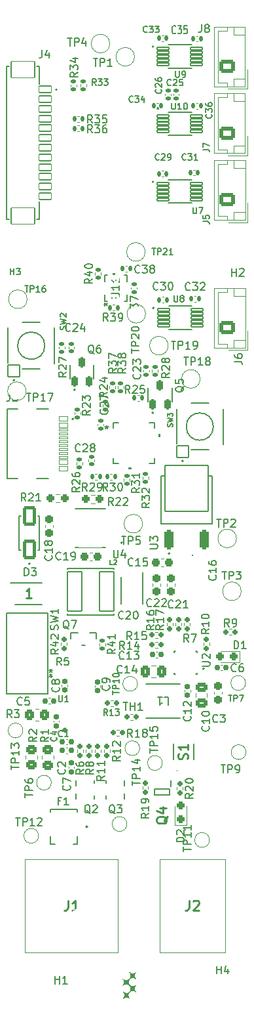
<source format=gto>
G04 #@! TF.GenerationSoftware,KiCad,Pcbnew,7.0.10*
G04 #@! TF.CreationDate,2024-11-08T18:22:10-05:00*
G04 #@! TF.ProjectId,Sensify Main Board,53656e73-6966-4792-904d-61696e20426f,rev?*
G04 #@! TF.SameCoordinates,Original*
G04 #@! TF.FileFunction,Legend,Top*
G04 #@! TF.FilePolarity,Positive*
%FSLAX46Y46*%
G04 Gerber Fmt 4.6, Leading zero omitted, Abs format (unit mm)*
G04 Created by KiCad (PCBNEW 7.0.10) date 2024-11-08 18:22:10*
%MOMM*%
%LPD*%
G01*
G04 APERTURE LIST*
G04 Aperture macros list*
%AMRoundRect*
0 Rectangle with rounded corners*
0 $1 Rounding radius*
0 $2 $3 $4 $5 $6 $7 $8 $9 X,Y pos of 4 corners*
0 Add a 4 corners polygon primitive as box body*
4,1,4,$2,$3,$4,$5,$6,$7,$8,$9,$2,$3,0*
0 Add four circle primitives for the rounded corners*
1,1,$1+$1,$2,$3*
1,1,$1+$1,$4,$5*
1,1,$1+$1,$6,$7*
1,1,$1+$1,$8,$9*
0 Add four rect primitives between the rounded corners*
20,1,$1+$1,$2,$3,$4,$5,0*
20,1,$1+$1,$4,$5,$6,$7,0*
20,1,$1+$1,$6,$7,$8,$9,0*
20,1,$1+$1,$8,$9,$2,$3,0*%
G04 Aperture macros list end*
%ADD10C,0.150000*%
%ADD11C,0.254000*%
%ADD12C,0.127000*%
%ADD13C,0.142240*%
%ADD14C,0.120000*%
%ADD15C,0.200000*%
%ADD16C,0.406400*%
%ADD17C,0.100000*%
%ADD18C,0.152400*%
%ADD19C,0.010000*%
%ADD20C,2.000000*%
%ADD21RoundRect,0.135000X-0.185000X0.135000X-0.185000X-0.135000X0.185000X-0.135000X0.185000X0.135000X0*%
%ADD22RoundRect,0.140000X-0.140000X-0.170000X0.140000X-0.170000X0.140000X0.170000X-0.140000X0.170000X0*%
%ADD23RoundRect,0.160000X0.160000X-0.197500X0.160000X0.197500X-0.160000X0.197500X-0.160000X-0.197500X0*%
%ADD24RoundRect,0.155000X0.212500X0.155000X-0.212500X0.155000X-0.212500X-0.155000X0.212500X-0.155000X0*%
%ADD25C,3.200000*%
%ADD26RoundRect,0.219250X0.657750X-1.047750X0.657750X1.047750X-0.657750X1.047750X-0.657750X-1.047750X0*%
%ADD27RoundRect,0.140000X-0.170000X0.140000X-0.170000X-0.140000X0.170000X-0.140000X0.170000X0.140000X0*%
%ADD28RoundRect,0.135000X0.185000X-0.135000X0.185000X0.135000X-0.185000X0.135000X-0.185000X-0.135000X0*%
%ADD29C,1.500000*%
%ADD30C,0.813600*%
%ADD31C,2.025000*%
%ADD32RoundRect,0.060500X-0.776500X-0.181500X0.776500X-0.181500X0.776500X0.181500X-0.776500X0.181500X0*%
%ADD33RoundRect,0.102000X0.749000X-0.749000X0.749000X0.749000X-0.749000X0.749000X-0.749000X-0.749000X0*%
%ADD34C,1.702000*%
%ADD35RoundRect,0.140000X0.170000X-0.140000X0.170000X0.140000X-0.170000X0.140000X-0.170000X-0.140000X0*%
%ADD36RoundRect,0.250000X0.750000X-0.600000X0.750000X0.600000X-0.750000X0.600000X-0.750000X-0.600000X0*%
%ADD37O,2.000000X1.700000*%
%ADD38RoundRect,0.155000X-0.212500X-0.155000X0.212500X-0.155000X0.212500X0.155000X-0.212500X0.155000X0*%
%ADD39RoundRect,0.237500X-0.237500X0.300000X-0.237500X-0.300000X0.237500X-0.300000X0.237500X0.300000X0*%
%ADD40RoundRect,0.135000X-0.135000X-0.185000X0.135000X-0.185000X0.135000X0.185000X-0.135000X0.185000X0*%
%ADD41RoundRect,0.135000X0.135000X0.185000X-0.135000X0.185000X-0.135000X-0.185000X0.135000X-0.185000X0*%
%ADD42RoundRect,0.160000X-0.160000X0.197500X-0.160000X-0.197500X0.160000X-0.197500X0.160000X0.197500X0*%
%ADD43RoundRect,0.160000X-0.197500X-0.160000X0.197500X-0.160000X0.197500X0.160000X-0.197500X0.160000X0*%
%ADD44RoundRect,0.237500X-0.300000X-0.237500X0.300000X-0.237500X0.300000X0.237500X-0.300000X0.237500X0*%
%ADD45RoundRect,0.237500X-0.250000X-0.237500X0.250000X-0.237500X0.250000X0.237500X-0.250000X0.237500X0*%
%ADD46R,0.304800X0.609600*%
%ADD47R,1.193800X1.295400*%
%ADD48RoundRect,0.155000X0.155000X-0.212500X0.155000X0.212500X-0.155000X0.212500X-0.155000X-0.212500X0*%
%ADD49RoundRect,0.250000X-0.337500X-0.475000X0.337500X-0.475000X0.337500X0.475000X-0.337500X0.475000X0*%
%ADD50RoundRect,0.237500X0.300000X0.237500X-0.300000X0.237500X-0.300000X-0.237500X0.300000X-0.237500X0*%
%ADD51RoundRect,0.237500X0.287500X0.237500X-0.287500X0.237500X-0.287500X-0.237500X0.287500X-0.237500X0*%
%ADD52R,1.066800X0.254000*%
%ADD53R,0.254000X1.066800*%
%ADD54R,3.352800X3.352800*%
%ADD55RoundRect,0.076200X-0.800000X0.400000X-0.800000X-0.400000X0.800000X-0.400000X0.800000X0.400000X0*%
%ADD56RoundRect,0.076200X-1.500000X1.050000X-1.500000X-1.050000X1.500000X-1.050000X1.500000X1.050000X0*%
%ADD57RoundRect,0.237500X0.237500X-0.300000X0.237500X0.300000X-0.237500X0.300000X-0.237500X-0.300000X0*%
%ADD58R,1.800000X2.250000*%
%ADD59RoundRect,0.250000X0.350000X0.450000X-0.350000X0.450000X-0.350000X-0.450000X0.350000X-0.450000X0*%
%ADD60RoundRect,0.250000X-0.475000X0.337500X-0.475000X-0.337500X0.475000X-0.337500X0.475000X0.337500X0*%
%ADD61R,0.863600X1.600200*%
%ADD62R,2.250000X1.800000*%
%ADD63R,1.651000X2.489200*%
%ADD64R,1.701800X1.295400*%
%ADD65RoundRect,0.160000X0.197500X0.160000X-0.197500X0.160000X-0.197500X-0.160000X0.197500X-0.160000X0*%
%ADD66R,0.990600X2.311400*%
%ADD67R,0.990600X0.812800*%
%ADD68R,0.500000X0.750000*%
%ADD69RoundRect,0.102000X-0.950000X-2.550000X0.950000X-2.550000X0.950000X2.550000X-0.950000X2.550000X0*%
%ADD70R,1.094700X3.708400*%
%ADD71R,1.600200X1.600200*%
%ADD72C,1.600200*%
%ADD73RoundRect,0.296000X0.296000X-1.006000X0.296000X1.006000X-0.296000X1.006000X-0.296000X-1.006000X0*%
%ADD74RoundRect,0.102000X2.785000X-2.980000X2.785000X2.980000X-2.785000X2.980000X-2.785000X-2.980000X0*%
%ADD75R,1.230000X1.800000*%
%ADD76RoundRect,0.198500X0.198500X-0.508500X0.198500X0.508500X-0.198500X0.508500X-0.198500X-0.508500X0*%
%ADD77C,1.950000*%
%ADD78R,0.351536X0.576580*%
%ADD79R,0.576580X0.351536*%
%ADD80R,0.600000X0.650000*%
%ADD81R,0.700000X0.350000*%
%ADD82C,0.700000*%
%ADD83RoundRect,0.050000X-0.570000X0.300000X-0.570000X-0.300000X0.570000X-0.300000X0.570000X0.300000X0*%
%ADD84RoundRect,0.050000X-0.570000X0.150000X-0.570000X-0.150000X0.570000X-0.150000X0.570000X0.150000X0*%
%ADD85O,2.354000X1.254000*%
%ADD86O,2.054000X1.254000*%
%ADD87RoundRect,0.250000X0.450000X-0.350000X0.450000X0.350000X-0.450000X0.350000X-0.450000X-0.350000X0*%
%ADD88RoundRect,0.250000X-0.450000X0.350000X-0.450000X-0.350000X0.450000X-0.350000X0.450000X0.350000X0*%
%ADD89RoundRect,0.237500X0.237500X-0.287500X0.237500X0.287500X-0.237500X0.287500X-0.237500X-0.287500X0*%
G04 APERTURE END LIST*
D10*
X135771095Y-63970819D02*
X136342523Y-63970819D01*
X136056809Y-64970819D02*
X136056809Y-63970819D01*
X136675857Y-64970819D02*
X136675857Y-63970819D01*
X136675857Y-63970819D02*
X137056809Y-63970819D01*
X137056809Y-63970819D02*
X137152047Y-64018438D01*
X137152047Y-64018438D02*
X137199666Y-64066057D01*
X137199666Y-64066057D02*
X137247285Y-64161295D01*
X137247285Y-64161295D02*
X137247285Y-64304152D01*
X137247285Y-64304152D02*
X137199666Y-64399390D01*
X137199666Y-64399390D02*
X137152047Y-64447009D01*
X137152047Y-64447009D02*
X137056809Y-64494628D01*
X137056809Y-64494628D02*
X136675857Y-64494628D01*
X138104428Y-64304152D02*
X138104428Y-64970819D01*
X137866333Y-63923200D02*
X137628238Y-64637485D01*
X137628238Y-64637485D02*
X138247285Y-64637485D01*
X148943219Y-107168457D02*
X148467028Y-107501790D01*
X148943219Y-107739885D02*
X147943219Y-107739885D01*
X147943219Y-107739885D02*
X147943219Y-107358933D01*
X147943219Y-107358933D02*
X147990838Y-107263695D01*
X147990838Y-107263695D02*
X148038457Y-107216076D01*
X148038457Y-107216076D02*
X148133695Y-107168457D01*
X148133695Y-107168457D02*
X148276552Y-107168457D01*
X148276552Y-107168457D02*
X148371790Y-107216076D01*
X148371790Y-107216076D02*
X148419409Y-107263695D01*
X148419409Y-107263695D02*
X148467028Y-107358933D01*
X148467028Y-107358933D02*
X148467028Y-107739885D01*
X148038457Y-106787504D02*
X147990838Y-106739885D01*
X147990838Y-106739885D02*
X147943219Y-106644647D01*
X147943219Y-106644647D02*
X147943219Y-106406552D01*
X147943219Y-106406552D02*
X147990838Y-106311314D01*
X147990838Y-106311314D02*
X148038457Y-106263695D01*
X148038457Y-106263695D02*
X148133695Y-106216076D01*
X148133695Y-106216076D02*
X148228933Y-106216076D01*
X148228933Y-106216076D02*
X148371790Y-106263695D01*
X148371790Y-106263695D02*
X148943219Y-106835123D01*
X148943219Y-106835123D02*
X148943219Y-106216076D01*
X148371790Y-105644647D02*
X148324171Y-105739885D01*
X148324171Y-105739885D02*
X148276552Y-105787504D01*
X148276552Y-105787504D02*
X148181314Y-105835123D01*
X148181314Y-105835123D02*
X148133695Y-105835123D01*
X148133695Y-105835123D02*
X148038457Y-105787504D01*
X148038457Y-105787504D02*
X147990838Y-105739885D01*
X147990838Y-105739885D02*
X147943219Y-105644647D01*
X147943219Y-105644647D02*
X147943219Y-105454171D01*
X147943219Y-105454171D02*
X147990838Y-105358933D01*
X147990838Y-105358933D02*
X148038457Y-105311314D01*
X148038457Y-105311314D02*
X148133695Y-105263695D01*
X148133695Y-105263695D02*
X148181314Y-105263695D01*
X148181314Y-105263695D02*
X148276552Y-105311314D01*
X148276552Y-105311314D02*
X148324171Y-105358933D01*
X148324171Y-105358933D02*
X148371790Y-105454171D01*
X148371790Y-105454171D02*
X148371790Y-105644647D01*
X148371790Y-105644647D02*
X148419409Y-105739885D01*
X148419409Y-105739885D02*
X148467028Y-105787504D01*
X148467028Y-105787504D02*
X148562266Y-105835123D01*
X148562266Y-105835123D02*
X148752742Y-105835123D01*
X148752742Y-105835123D02*
X148847980Y-105787504D01*
X148847980Y-105787504D02*
X148895600Y-105739885D01*
X148895600Y-105739885D02*
X148943219Y-105644647D01*
X148943219Y-105644647D02*
X148943219Y-105454171D01*
X148943219Y-105454171D02*
X148895600Y-105358933D01*
X148895600Y-105358933D02*
X148847980Y-105311314D01*
X148847980Y-105311314D02*
X148752742Y-105263695D01*
X148752742Y-105263695D02*
X148562266Y-105263695D01*
X148562266Y-105263695D02*
X148467028Y-105311314D01*
X148467028Y-105311314D02*
X148419409Y-105358933D01*
X148419409Y-105358933D02*
X148371790Y-105454171D01*
X151617242Y-96422380D02*
X151569623Y-96470000D01*
X151569623Y-96470000D02*
X151426766Y-96517619D01*
X151426766Y-96517619D02*
X151331528Y-96517619D01*
X151331528Y-96517619D02*
X151188671Y-96470000D01*
X151188671Y-96470000D02*
X151093433Y-96374761D01*
X151093433Y-96374761D02*
X151045814Y-96279523D01*
X151045814Y-96279523D02*
X150998195Y-96089047D01*
X150998195Y-96089047D02*
X150998195Y-95946190D01*
X150998195Y-95946190D02*
X151045814Y-95755714D01*
X151045814Y-95755714D02*
X151093433Y-95660476D01*
X151093433Y-95660476D02*
X151188671Y-95565238D01*
X151188671Y-95565238D02*
X151331528Y-95517619D01*
X151331528Y-95517619D02*
X151426766Y-95517619D01*
X151426766Y-95517619D02*
X151569623Y-95565238D01*
X151569623Y-95565238D02*
X151617242Y-95612857D01*
X151950576Y-95517619D02*
X152569623Y-95517619D01*
X152569623Y-95517619D02*
X152236290Y-95898571D01*
X152236290Y-95898571D02*
X152379147Y-95898571D01*
X152379147Y-95898571D02*
X152474385Y-95946190D01*
X152474385Y-95946190D02*
X152522004Y-95993809D01*
X152522004Y-95993809D02*
X152569623Y-96089047D01*
X152569623Y-96089047D02*
X152569623Y-96327142D01*
X152569623Y-96327142D02*
X152522004Y-96422380D01*
X152522004Y-96422380D02*
X152474385Y-96470000D01*
X152474385Y-96470000D02*
X152379147Y-96517619D01*
X152379147Y-96517619D02*
X152093433Y-96517619D01*
X152093433Y-96517619D02*
X151998195Y-96470000D01*
X151998195Y-96470000D02*
X151950576Y-96422380D01*
X152950576Y-95612857D02*
X152998195Y-95565238D01*
X152998195Y-95565238D02*
X153093433Y-95517619D01*
X153093433Y-95517619D02*
X153331528Y-95517619D01*
X153331528Y-95517619D02*
X153426766Y-95565238D01*
X153426766Y-95565238D02*
X153474385Y-95612857D01*
X153474385Y-95612857D02*
X153522004Y-95708095D01*
X153522004Y-95708095D02*
X153522004Y-95803333D01*
X153522004Y-95803333D02*
X153474385Y-95946190D01*
X153474385Y-95946190D02*
X152902957Y-96517619D01*
X152902957Y-96517619D02*
X153522004Y-96517619D01*
X139138819Y-158281666D02*
X138662628Y-158614999D01*
X139138819Y-158853094D02*
X138138819Y-158853094D01*
X138138819Y-158853094D02*
X138138819Y-158472142D01*
X138138819Y-158472142D02*
X138186438Y-158376904D01*
X138186438Y-158376904D02*
X138234057Y-158329285D01*
X138234057Y-158329285D02*
X138329295Y-158281666D01*
X138329295Y-158281666D02*
X138472152Y-158281666D01*
X138472152Y-158281666D02*
X138567390Y-158329285D01*
X138567390Y-158329285D02*
X138615009Y-158376904D01*
X138615009Y-158376904D02*
X138662628Y-158472142D01*
X138662628Y-158472142D02*
X138662628Y-158853094D01*
X138567390Y-157710237D02*
X138519771Y-157805475D01*
X138519771Y-157805475D02*
X138472152Y-157853094D01*
X138472152Y-157853094D02*
X138376914Y-157900713D01*
X138376914Y-157900713D02*
X138329295Y-157900713D01*
X138329295Y-157900713D02*
X138234057Y-157853094D01*
X138234057Y-157853094D02*
X138186438Y-157805475D01*
X138186438Y-157805475D02*
X138138819Y-157710237D01*
X138138819Y-157710237D02*
X138138819Y-157519761D01*
X138138819Y-157519761D02*
X138186438Y-157424523D01*
X138186438Y-157424523D02*
X138234057Y-157376904D01*
X138234057Y-157376904D02*
X138329295Y-157329285D01*
X138329295Y-157329285D02*
X138376914Y-157329285D01*
X138376914Y-157329285D02*
X138472152Y-157376904D01*
X138472152Y-157376904D02*
X138519771Y-157424523D01*
X138519771Y-157424523D02*
X138567390Y-157519761D01*
X138567390Y-157519761D02*
X138567390Y-157710237D01*
X138567390Y-157710237D02*
X138615009Y-157805475D01*
X138615009Y-157805475D02*
X138662628Y-157853094D01*
X138662628Y-157853094D02*
X138757866Y-157900713D01*
X138757866Y-157900713D02*
X138948342Y-157900713D01*
X138948342Y-157900713D02*
X139043580Y-157853094D01*
X139043580Y-157853094D02*
X139091200Y-157805475D01*
X139091200Y-157805475D02*
X139138819Y-157710237D01*
X139138819Y-157710237D02*
X139138819Y-157519761D01*
X139138819Y-157519761D02*
X139091200Y-157424523D01*
X139091200Y-157424523D02*
X139043580Y-157376904D01*
X139043580Y-157376904D02*
X138948342Y-157329285D01*
X138948342Y-157329285D02*
X138757866Y-157329285D01*
X138757866Y-157329285D02*
X138662628Y-157376904D01*
X138662628Y-157376904D02*
X138615009Y-157424523D01*
X138615009Y-157424523D02*
X138567390Y-157519761D01*
X135096267Y-154006904D02*
X135058171Y-154045000D01*
X135058171Y-154045000D02*
X134943886Y-154083095D01*
X134943886Y-154083095D02*
X134867695Y-154083095D01*
X134867695Y-154083095D02*
X134753409Y-154045000D01*
X134753409Y-154045000D02*
X134677219Y-153968809D01*
X134677219Y-153968809D02*
X134639124Y-153892619D01*
X134639124Y-153892619D02*
X134601028Y-153740238D01*
X134601028Y-153740238D02*
X134601028Y-153625952D01*
X134601028Y-153625952D02*
X134639124Y-153473571D01*
X134639124Y-153473571D02*
X134677219Y-153397380D01*
X134677219Y-153397380D02*
X134753409Y-153321190D01*
X134753409Y-153321190D02*
X134867695Y-153283095D01*
X134867695Y-153283095D02*
X134943886Y-153283095D01*
X134943886Y-153283095D02*
X135058171Y-153321190D01*
X135058171Y-153321190D02*
X135096267Y-153359285D01*
X135858171Y-154083095D02*
X135401028Y-154083095D01*
X135629600Y-154083095D02*
X135629600Y-153283095D01*
X135629600Y-153283095D02*
X135553409Y-153397380D01*
X135553409Y-153397380D02*
X135477219Y-153473571D01*
X135477219Y-153473571D02*
X135401028Y-153511666D01*
X141732095Y-130010819D02*
X141732095Y-130820342D01*
X141732095Y-130820342D02*
X141779714Y-130915580D01*
X141779714Y-130915580D02*
X141827333Y-130963200D01*
X141827333Y-130963200D02*
X141922571Y-131010819D01*
X141922571Y-131010819D02*
X142113047Y-131010819D01*
X142113047Y-131010819D02*
X142208285Y-130963200D01*
X142208285Y-130963200D02*
X142255904Y-130915580D01*
X142255904Y-130915580D02*
X142303523Y-130820342D01*
X142303523Y-130820342D02*
X142303523Y-130010819D01*
X143208285Y-130344152D02*
X143208285Y-131010819D01*
X142970190Y-129963200D02*
X142732095Y-130677485D01*
X142732095Y-130677485D02*
X143351142Y-130677485D01*
X134137495Y-185951019D02*
X134137495Y-184951019D01*
X134137495Y-185427209D02*
X134708923Y-185427209D01*
X134708923Y-185951019D02*
X134708923Y-184951019D01*
X135708923Y-185951019D02*
X135137495Y-185951019D01*
X135423209Y-185951019D02*
X135423209Y-184951019D01*
X135423209Y-184951019D02*
X135327971Y-185093876D01*
X135327971Y-185093876D02*
X135232733Y-185189114D01*
X135232733Y-185189114D02*
X135137495Y-185236733D01*
X130198905Y-133326819D02*
X130198905Y-132326819D01*
X130198905Y-132326819D02*
X130437000Y-132326819D01*
X130437000Y-132326819D02*
X130579857Y-132374438D01*
X130579857Y-132374438D02*
X130675095Y-132469676D01*
X130675095Y-132469676D02*
X130722714Y-132564914D01*
X130722714Y-132564914D02*
X130770333Y-132755390D01*
X130770333Y-132755390D02*
X130770333Y-132898247D01*
X130770333Y-132898247D02*
X130722714Y-133088723D01*
X130722714Y-133088723D02*
X130675095Y-133183961D01*
X130675095Y-133183961D02*
X130579857Y-133279200D01*
X130579857Y-133279200D02*
X130437000Y-133326819D01*
X130437000Y-133326819D02*
X130198905Y-133326819D01*
X131103667Y-132326819D02*
X131722714Y-132326819D01*
X131722714Y-132326819D02*
X131389381Y-132707771D01*
X131389381Y-132707771D02*
X131532238Y-132707771D01*
X131532238Y-132707771D02*
X131627476Y-132755390D01*
X131627476Y-132755390D02*
X131675095Y-132803009D01*
X131675095Y-132803009D02*
X131722714Y-132898247D01*
X131722714Y-132898247D02*
X131722714Y-133136342D01*
X131722714Y-133136342D02*
X131675095Y-133231580D01*
X131675095Y-133231580D02*
X131627476Y-133279200D01*
X131627476Y-133279200D02*
X131532238Y-133326819D01*
X131532238Y-133326819D02*
X131246524Y-133326819D01*
X131246524Y-133326819D02*
X131151286Y-133279200D01*
X131151286Y-133279200D02*
X131103667Y-133231580D01*
X134595617Y-142793357D02*
X134119426Y-143126690D01*
X134595617Y-143364785D02*
X133595617Y-143364785D01*
X133595617Y-143364785D02*
X133595617Y-142983833D01*
X133595617Y-142983833D02*
X133643236Y-142888595D01*
X133643236Y-142888595D02*
X133690855Y-142840976D01*
X133690855Y-142840976D02*
X133786093Y-142793357D01*
X133786093Y-142793357D02*
X133928950Y-142793357D01*
X133928950Y-142793357D02*
X134024188Y-142840976D01*
X134024188Y-142840976D02*
X134071807Y-142888595D01*
X134071807Y-142888595D02*
X134119426Y-142983833D01*
X134119426Y-142983833D02*
X134119426Y-143364785D01*
X133928950Y-141936214D02*
X134595617Y-141936214D01*
X133547998Y-142174309D02*
X134262283Y-142412404D01*
X134262283Y-142412404D02*
X134262283Y-141793357D01*
X133690855Y-141460023D02*
X133643236Y-141412404D01*
X133643236Y-141412404D02*
X133595617Y-141317166D01*
X133595617Y-141317166D02*
X133595617Y-141079071D01*
X133595617Y-141079071D02*
X133643236Y-140983833D01*
X133643236Y-140983833D02*
X133690855Y-140936214D01*
X133690855Y-140936214D02*
X133786093Y-140888595D01*
X133786093Y-140888595D02*
X133881331Y-140888595D01*
X133881331Y-140888595D02*
X134024188Y-140936214D01*
X134024188Y-140936214D02*
X134595617Y-141507642D01*
X134595617Y-141507642D02*
X134595617Y-140888595D01*
X146375319Y-123937357D02*
X145899128Y-124270690D01*
X146375319Y-124508785D02*
X145375319Y-124508785D01*
X145375319Y-124508785D02*
X145375319Y-124127833D01*
X145375319Y-124127833D02*
X145422938Y-124032595D01*
X145422938Y-124032595D02*
X145470557Y-123984976D01*
X145470557Y-123984976D02*
X145565795Y-123937357D01*
X145565795Y-123937357D02*
X145708652Y-123937357D01*
X145708652Y-123937357D02*
X145803890Y-123984976D01*
X145803890Y-123984976D02*
X145851509Y-124032595D01*
X145851509Y-124032595D02*
X145899128Y-124127833D01*
X145899128Y-124127833D02*
X145899128Y-124508785D01*
X145375319Y-123604023D02*
X145375319Y-122984976D01*
X145375319Y-122984976D02*
X145756271Y-123318309D01*
X145756271Y-123318309D02*
X145756271Y-123175452D01*
X145756271Y-123175452D02*
X145803890Y-123080214D01*
X145803890Y-123080214D02*
X145851509Y-123032595D01*
X145851509Y-123032595D02*
X145946747Y-122984976D01*
X145946747Y-122984976D02*
X146184842Y-122984976D01*
X146184842Y-122984976D02*
X146280080Y-123032595D01*
X146280080Y-123032595D02*
X146327700Y-123080214D01*
X146327700Y-123080214D02*
X146375319Y-123175452D01*
X146375319Y-123175452D02*
X146375319Y-123461166D01*
X146375319Y-123461166D02*
X146327700Y-123556404D01*
X146327700Y-123556404D02*
X146280080Y-123604023D01*
X145470557Y-122604023D02*
X145422938Y-122556404D01*
X145422938Y-122556404D02*
X145375319Y-122461166D01*
X145375319Y-122461166D02*
X145375319Y-122223071D01*
X145375319Y-122223071D02*
X145422938Y-122127833D01*
X145422938Y-122127833D02*
X145470557Y-122080214D01*
X145470557Y-122080214D02*
X145565795Y-122032595D01*
X145565795Y-122032595D02*
X145661033Y-122032595D01*
X145661033Y-122032595D02*
X145803890Y-122080214D01*
X145803890Y-122080214D02*
X146375319Y-122651642D01*
X146375319Y-122651642D02*
X146375319Y-122032595D01*
X140874880Y-111891957D02*
X140922500Y-111939576D01*
X140922500Y-111939576D02*
X140970119Y-112082433D01*
X140970119Y-112082433D02*
X140970119Y-112177671D01*
X140970119Y-112177671D02*
X140922500Y-112320528D01*
X140922500Y-112320528D02*
X140827261Y-112415766D01*
X140827261Y-112415766D02*
X140732023Y-112463385D01*
X140732023Y-112463385D02*
X140541547Y-112511004D01*
X140541547Y-112511004D02*
X140398690Y-112511004D01*
X140398690Y-112511004D02*
X140208214Y-112463385D01*
X140208214Y-112463385D02*
X140112976Y-112415766D01*
X140112976Y-112415766D02*
X140017738Y-112320528D01*
X140017738Y-112320528D02*
X139970119Y-112177671D01*
X139970119Y-112177671D02*
X139970119Y-112082433D01*
X139970119Y-112082433D02*
X140017738Y-111939576D01*
X140017738Y-111939576D02*
X140065357Y-111891957D01*
X140065357Y-111511004D02*
X140017738Y-111463385D01*
X140017738Y-111463385D02*
X139970119Y-111368147D01*
X139970119Y-111368147D02*
X139970119Y-111130052D01*
X139970119Y-111130052D02*
X140017738Y-111034814D01*
X140017738Y-111034814D02*
X140065357Y-110987195D01*
X140065357Y-110987195D02*
X140160595Y-110939576D01*
X140160595Y-110939576D02*
X140255833Y-110939576D01*
X140255833Y-110939576D02*
X140398690Y-110987195D01*
X140398690Y-110987195D02*
X140970119Y-111558623D01*
X140970119Y-111558623D02*
X140970119Y-110939576D01*
X139970119Y-110606242D02*
X139970119Y-109939576D01*
X139970119Y-109939576D02*
X140970119Y-110368147D01*
X143304419Y-106560857D02*
X142828228Y-106894190D01*
X143304419Y-107132285D02*
X142304419Y-107132285D01*
X142304419Y-107132285D02*
X142304419Y-106751333D01*
X142304419Y-106751333D02*
X142352038Y-106656095D01*
X142352038Y-106656095D02*
X142399657Y-106608476D01*
X142399657Y-106608476D02*
X142494895Y-106560857D01*
X142494895Y-106560857D02*
X142637752Y-106560857D01*
X142637752Y-106560857D02*
X142732990Y-106608476D01*
X142732990Y-106608476D02*
X142780609Y-106656095D01*
X142780609Y-106656095D02*
X142828228Y-106751333D01*
X142828228Y-106751333D02*
X142828228Y-107132285D01*
X142304419Y-106227523D02*
X142304419Y-105608476D01*
X142304419Y-105608476D02*
X142685371Y-105941809D01*
X142685371Y-105941809D02*
X142685371Y-105798952D01*
X142685371Y-105798952D02*
X142732990Y-105703714D01*
X142732990Y-105703714D02*
X142780609Y-105656095D01*
X142780609Y-105656095D02*
X142875847Y-105608476D01*
X142875847Y-105608476D02*
X143113942Y-105608476D01*
X143113942Y-105608476D02*
X143209180Y-105656095D01*
X143209180Y-105656095D02*
X143256800Y-105703714D01*
X143256800Y-105703714D02*
X143304419Y-105798952D01*
X143304419Y-105798952D02*
X143304419Y-106084666D01*
X143304419Y-106084666D02*
X143256800Y-106179904D01*
X143256800Y-106179904D02*
X143209180Y-106227523D01*
X142732990Y-105037047D02*
X142685371Y-105132285D01*
X142685371Y-105132285D02*
X142637752Y-105179904D01*
X142637752Y-105179904D02*
X142542514Y-105227523D01*
X142542514Y-105227523D02*
X142494895Y-105227523D01*
X142494895Y-105227523D02*
X142399657Y-105179904D01*
X142399657Y-105179904D02*
X142352038Y-105132285D01*
X142352038Y-105132285D02*
X142304419Y-105037047D01*
X142304419Y-105037047D02*
X142304419Y-104846571D01*
X142304419Y-104846571D02*
X142352038Y-104751333D01*
X142352038Y-104751333D02*
X142399657Y-104703714D01*
X142399657Y-104703714D02*
X142494895Y-104656095D01*
X142494895Y-104656095D02*
X142542514Y-104656095D01*
X142542514Y-104656095D02*
X142637752Y-104703714D01*
X142637752Y-104703714D02*
X142685371Y-104751333D01*
X142685371Y-104751333D02*
X142732990Y-104846571D01*
X142732990Y-104846571D02*
X142732990Y-105037047D01*
X142732990Y-105037047D02*
X142780609Y-105132285D01*
X142780609Y-105132285D02*
X142828228Y-105179904D01*
X142828228Y-105179904D02*
X142923466Y-105227523D01*
X142923466Y-105227523D02*
X143113942Y-105227523D01*
X143113942Y-105227523D02*
X143209180Y-105179904D01*
X143209180Y-105179904D02*
X143256800Y-105132285D01*
X143256800Y-105132285D02*
X143304419Y-105037047D01*
X143304419Y-105037047D02*
X143304419Y-104846571D01*
X143304419Y-104846571D02*
X143256800Y-104751333D01*
X143256800Y-104751333D02*
X143209180Y-104703714D01*
X143209180Y-104703714D02*
X143113942Y-104656095D01*
X143113942Y-104656095D02*
X142923466Y-104656095D01*
X142923466Y-104656095D02*
X142828228Y-104703714D01*
X142828228Y-104703714D02*
X142780609Y-104751333D01*
X142780609Y-104751333D02*
X142732990Y-104846571D01*
X141599095Y-148608876D02*
X141599095Y-148151733D01*
X142399095Y-148380305D02*
X141599095Y-148380305D01*
X142399095Y-147885066D02*
X141599095Y-147885066D01*
X141599095Y-147885066D02*
X141599095Y-147580304D01*
X141599095Y-147580304D02*
X141637190Y-147504114D01*
X141637190Y-147504114D02*
X141675285Y-147466019D01*
X141675285Y-147466019D02*
X141751476Y-147427923D01*
X141751476Y-147427923D02*
X141865761Y-147427923D01*
X141865761Y-147427923D02*
X141941952Y-147466019D01*
X141941952Y-147466019D02*
X141980047Y-147504114D01*
X141980047Y-147504114D02*
X142018142Y-147580304D01*
X142018142Y-147580304D02*
X142018142Y-147885066D01*
X142399095Y-146666019D02*
X142399095Y-147123162D01*
X142399095Y-146894590D02*
X141599095Y-146894590D01*
X141599095Y-146894590D02*
X141713380Y-146970781D01*
X141713380Y-146970781D02*
X141789571Y-147046971D01*
X141789571Y-147046971D02*
X141827666Y-147123162D01*
X141599095Y-146170780D02*
X141599095Y-146094590D01*
X141599095Y-146094590D02*
X141637190Y-146018399D01*
X141637190Y-146018399D02*
X141675285Y-145980304D01*
X141675285Y-145980304D02*
X141751476Y-145942209D01*
X141751476Y-145942209D02*
X141903857Y-145904114D01*
X141903857Y-145904114D02*
X142094333Y-145904114D01*
X142094333Y-145904114D02*
X142246714Y-145942209D01*
X142246714Y-145942209D02*
X142322904Y-145980304D01*
X142322904Y-145980304D02*
X142361000Y-146018399D01*
X142361000Y-146018399D02*
X142399095Y-146094590D01*
X142399095Y-146094590D02*
X142399095Y-146170780D01*
X142399095Y-146170780D02*
X142361000Y-146246971D01*
X142361000Y-146246971D02*
X142322904Y-146285066D01*
X142322904Y-146285066D02*
X142246714Y-146323161D01*
X142246714Y-146323161D02*
X142094333Y-146361257D01*
X142094333Y-146361257D02*
X141903857Y-146361257D01*
X141903857Y-146361257D02*
X141751476Y-146323161D01*
X141751476Y-146323161D02*
X141675285Y-146285066D01*
X141675285Y-146285066D02*
X141637190Y-146246971D01*
X141637190Y-146246971D02*
X141599095Y-146170780D01*
X134620076Y-148761895D02*
X134620076Y-149409514D01*
X134620076Y-149409514D02*
X134658171Y-149485704D01*
X134658171Y-149485704D02*
X134696266Y-149523800D01*
X134696266Y-149523800D02*
X134772457Y-149561895D01*
X134772457Y-149561895D02*
X134924838Y-149561895D01*
X134924838Y-149561895D02*
X135001028Y-149523800D01*
X135001028Y-149523800D02*
X135039123Y-149485704D01*
X135039123Y-149485704D02*
X135077219Y-149409514D01*
X135077219Y-149409514D02*
X135077219Y-148761895D01*
X135877218Y-149561895D02*
X135420075Y-149561895D01*
X135648647Y-149561895D02*
X135648647Y-148761895D01*
X135648647Y-148761895D02*
X135572456Y-148876180D01*
X135572456Y-148876180D02*
X135496266Y-148952371D01*
X135496266Y-148952371D02*
X135420075Y-148990466D01*
D11*
X151496667Y-175196318D02*
X151496667Y-176103461D01*
X151496667Y-176103461D02*
X151436190Y-176284889D01*
X151436190Y-176284889D02*
X151315238Y-176405842D01*
X151315238Y-176405842D02*
X151133809Y-176466318D01*
X151133809Y-176466318D02*
X151012857Y-176466318D01*
X152040952Y-175317270D02*
X152101428Y-175256794D01*
X152101428Y-175256794D02*
X152222381Y-175196318D01*
X152222381Y-175196318D02*
X152524762Y-175196318D01*
X152524762Y-175196318D02*
X152645714Y-175256794D01*
X152645714Y-175256794D02*
X152706190Y-175317270D01*
X152706190Y-175317270D02*
X152766667Y-175438222D01*
X152766667Y-175438222D02*
X152766667Y-175559175D01*
X152766667Y-175559175D02*
X152706190Y-175740603D01*
X152706190Y-175740603D02*
X151980476Y-176466318D01*
X151980476Y-176466318D02*
X152766667Y-176466318D01*
D10*
X146691523Y-91103895D02*
X147148666Y-91103895D01*
X146920094Y-91903895D02*
X146920094Y-91103895D01*
X147415333Y-91903895D02*
X147415333Y-91103895D01*
X147415333Y-91103895D02*
X147720095Y-91103895D01*
X147720095Y-91103895D02*
X147796285Y-91141990D01*
X147796285Y-91141990D02*
X147834380Y-91180085D01*
X147834380Y-91180085D02*
X147872476Y-91256276D01*
X147872476Y-91256276D02*
X147872476Y-91370561D01*
X147872476Y-91370561D02*
X147834380Y-91446752D01*
X147834380Y-91446752D02*
X147796285Y-91484847D01*
X147796285Y-91484847D02*
X147720095Y-91522942D01*
X147720095Y-91522942D02*
X147415333Y-91522942D01*
X148177237Y-91180085D02*
X148215333Y-91141990D01*
X148215333Y-91141990D02*
X148291523Y-91103895D01*
X148291523Y-91103895D02*
X148481999Y-91103895D01*
X148481999Y-91103895D02*
X148558190Y-91141990D01*
X148558190Y-91141990D02*
X148596285Y-91180085D01*
X148596285Y-91180085D02*
X148634380Y-91256276D01*
X148634380Y-91256276D02*
X148634380Y-91332466D01*
X148634380Y-91332466D02*
X148596285Y-91446752D01*
X148596285Y-91446752D02*
X148139142Y-91903895D01*
X148139142Y-91903895D02*
X148634380Y-91903895D01*
X149396285Y-91903895D02*
X148939142Y-91903895D01*
X149167714Y-91903895D02*
X149167714Y-91103895D01*
X149167714Y-91103895D02*
X149091523Y-91218180D01*
X149091523Y-91218180D02*
X149015333Y-91294371D01*
X149015333Y-91294371D02*
X148939142Y-91332466D01*
X151993676Y-85820695D02*
X151993676Y-86468314D01*
X151993676Y-86468314D02*
X152031771Y-86544504D01*
X152031771Y-86544504D02*
X152069866Y-86582600D01*
X152069866Y-86582600D02*
X152146057Y-86620695D01*
X152146057Y-86620695D02*
X152298438Y-86620695D01*
X152298438Y-86620695D02*
X152374628Y-86582600D01*
X152374628Y-86582600D02*
X152412723Y-86544504D01*
X152412723Y-86544504D02*
X152450819Y-86468314D01*
X152450819Y-86468314D02*
X152450819Y-85820695D01*
X152755580Y-85820695D02*
X153288914Y-85820695D01*
X153288914Y-85820695D02*
X152946056Y-86620695D01*
X155041695Y-184672019D02*
X155041695Y-183672019D01*
X155041695Y-184148209D02*
X155613123Y-184148209D01*
X155613123Y-184672019D02*
X155613123Y-183672019D01*
X156517885Y-184005352D02*
X156517885Y-184672019D01*
X156279790Y-183624400D02*
X156041695Y-184338685D01*
X156041695Y-184338685D02*
X156660742Y-184338685D01*
X149311717Y-114072856D02*
X149341747Y-113982764D01*
X149341747Y-113982764D02*
X149341747Y-113832611D01*
X149341747Y-113832611D02*
X149311717Y-113772550D01*
X149311717Y-113772550D02*
X149281686Y-113742519D01*
X149281686Y-113742519D02*
X149221625Y-113712489D01*
X149221625Y-113712489D02*
X149161563Y-113712489D01*
X149161563Y-113712489D02*
X149101502Y-113742519D01*
X149101502Y-113742519D02*
X149071472Y-113772550D01*
X149071472Y-113772550D02*
X149041441Y-113832611D01*
X149041441Y-113832611D02*
X149011410Y-113952734D01*
X149011410Y-113952734D02*
X148981380Y-114012795D01*
X148981380Y-114012795D02*
X148951349Y-114042825D01*
X148951349Y-114042825D02*
X148891288Y-114072856D01*
X148891288Y-114072856D02*
X148831227Y-114072856D01*
X148831227Y-114072856D02*
X148771165Y-114042825D01*
X148771165Y-114042825D02*
X148741135Y-114012795D01*
X148741135Y-114012795D02*
X148711104Y-113952734D01*
X148711104Y-113952734D02*
X148711104Y-113802580D01*
X148711104Y-113802580D02*
X148741135Y-113712489D01*
X148711104Y-113502275D02*
X149341747Y-113352122D01*
X149341747Y-113352122D02*
X148891288Y-113231999D01*
X148891288Y-113231999D02*
X149341747Y-113111877D01*
X149341747Y-113111877D02*
X148711104Y-112961724D01*
X148711104Y-112781540D02*
X148711104Y-112391142D01*
X148711104Y-112391142D02*
X148951349Y-112601356D01*
X148951349Y-112601356D02*
X148951349Y-112511264D01*
X148951349Y-112511264D02*
X148981380Y-112451203D01*
X148981380Y-112451203D02*
X149011410Y-112421172D01*
X149011410Y-112421172D02*
X149071472Y-112391142D01*
X149071472Y-112391142D02*
X149221625Y-112391142D01*
X149221625Y-112391142D02*
X149281686Y-112421172D01*
X149281686Y-112421172D02*
X149311717Y-112451203D01*
X149311717Y-112451203D02*
X149341747Y-112511264D01*
X149341747Y-112511264D02*
X149341747Y-112691448D01*
X149341747Y-112691448D02*
X149311717Y-112751509D01*
X149311717Y-112751509D02*
X149281686Y-112781540D01*
X147860104Y-70618285D02*
X147898200Y-70656381D01*
X147898200Y-70656381D02*
X147936295Y-70770666D01*
X147936295Y-70770666D02*
X147936295Y-70846857D01*
X147936295Y-70846857D02*
X147898200Y-70961143D01*
X147898200Y-70961143D02*
X147822009Y-71037333D01*
X147822009Y-71037333D02*
X147745819Y-71075428D01*
X147745819Y-71075428D02*
X147593438Y-71113524D01*
X147593438Y-71113524D02*
X147479152Y-71113524D01*
X147479152Y-71113524D02*
X147326771Y-71075428D01*
X147326771Y-71075428D02*
X147250580Y-71037333D01*
X147250580Y-71037333D02*
X147174390Y-70961143D01*
X147174390Y-70961143D02*
X147136295Y-70846857D01*
X147136295Y-70846857D02*
X147136295Y-70770666D01*
X147136295Y-70770666D02*
X147174390Y-70656381D01*
X147174390Y-70656381D02*
X147212485Y-70618285D01*
X147212485Y-70313524D02*
X147174390Y-70275428D01*
X147174390Y-70275428D02*
X147136295Y-70199238D01*
X147136295Y-70199238D02*
X147136295Y-70008762D01*
X147136295Y-70008762D02*
X147174390Y-69932571D01*
X147174390Y-69932571D02*
X147212485Y-69894476D01*
X147212485Y-69894476D02*
X147288676Y-69856381D01*
X147288676Y-69856381D02*
X147364866Y-69856381D01*
X147364866Y-69856381D02*
X147479152Y-69894476D01*
X147479152Y-69894476D02*
X147936295Y-70351619D01*
X147936295Y-70351619D02*
X147936295Y-69856381D01*
X147136295Y-69170666D02*
X147136295Y-69323047D01*
X147136295Y-69323047D02*
X147174390Y-69399238D01*
X147174390Y-69399238D02*
X147212485Y-69437333D01*
X147212485Y-69437333D02*
X147326771Y-69513523D01*
X147326771Y-69513523D02*
X147479152Y-69551619D01*
X147479152Y-69551619D02*
X147783914Y-69551619D01*
X147783914Y-69551619D02*
X147860104Y-69513523D01*
X147860104Y-69513523D02*
X147898200Y-69475428D01*
X147898200Y-69475428D02*
X147936295Y-69399238D01*
X147936295Y-69399238D02*
X147936295Y-69246857D01*
X147936295Y-69246857D02*
X147898200Y-69170666D01*
X147898200Y-69170666D02*
X147860104Y-69132571D01*
X147860104Y-69132571D02*
X147783914Y-69094476D01*
X147783914Y-69094476D02*
X147593438Y-69094476D01*
X147593438Y-69094476D02*
X147517247Y-69132571D01*
X147517247Y-69132571D02*
X147479152Y-69170666D01*
X147479152Y-69170666D02*
X147441057Y-69246857D01*
X147441057Y-69246857D02*
X147441057Y-69399238D01*
X147441057Y-69399238D02*
X147479152Y-69475428D01*
X147479152Y-69475428D02*
X147517247Y-69513523D01*
X147517247Y-69513523D02*
X147593438Y-69551619D01*
X157341219Y-105692533D02*
X158055504Y-105692533D01*
X158055504Y-105692533D02*
X158198361Y-105740152D01*
X158198361Y-105740152D02*
X158293600Y-105835390D01*
X158293600Y-105835390D02*
X158341219Y-105978247D01*
X158341219Y-105978247D02*
X158341219Y-106073485D01*
X157341219Y-104787771D02*
X157341219Y-104978247D01*
X157341219Y-104978247D02*
X157388838Y-105073485D01*
X157388838Y-105073485D02*
X157436457Y-105121104D01*
X157436457Y-105121104D02*
X157579314Y-105216342D01*
X157579314Y-105216342D02*
X157769790Y-105263961D01*
X157769790Y-105263961D02*
X158150742Y-105263961D01*
X158150742Y-105263961D02*
X158245980Y-105216342D01*
X158245980Y-105216342D02*
X158293600Y-105168723D01*
X158293600Y-105168723D02*
X158341219Y-105073485D01*
X158341219Y-105073485D02*
X158341219Y-104883009D01*
X158341219Y-104883009D02*
X158293600Y-104787771D01*
X158293600Y-104787771D02*
X158245980Y-104740152D01*
X158245980Y-104740152D02*
X158150742Y-104692533D01*
X158150742Y-104692533D02*
X157912647Y-104692533D01*
X157912647Y-104692533D02*
X157817409Y-104740152D01*
X157817409Y-104740152D02*
X157769790Y-104787771D01*
X157769790Y-104787771D02*
X157722171Y-104883009D01*
X157722171Y-104883009D02*
X157722171Y-105073485D01*
X157722171Y-105073485D02*
X157769790Y-105168723D01*
X157769790Y-105168723D02*
X157817409Y-105216342D01*
X157817409Y-105216342D02*
X157912647Y-105263961D01*
X155608495Y-157747619D02*
X156179923Y-157747619D01*
X155894209Y-158747619D02*
X155894209Y-157747619D01*
X156513257Y-158747619D02*
X156513257Y-157747619D01*
X156513257Y-157747619D02*
X156894209Y-157747619D01*
X156894209Y-157747619D02*
X156989447Y-157795238D01*
X156989447Y-157795238D02*
X157037066Y-157842857D01*
X157037066Y-157842857D02*
X157084685Y-157938095D01*
X157084685Y-157938095D02*
X157084685Y-158080952D01*
X157084685Y-158080952D02*
X157037066Y-158176190D01*
X157037066Y-158176190D02*
X156989447Y-158223809D01*
X156989447Y-158223809D02*
X156894209Y-158271428D01*
X156894209Y-158271428D02*
X156513257Y-158271428D01*
X157560876Y-158747619D02*
X157751352Y-158747619D01*
X157751352Y-158747619D02*
X157846590Y-158700000D01*
X157846590Y-158700000D02*
X157894209Y-158652380D01*
X157894209Y-158652380D02*
X157989447Y-158509523D01*
X157989447Y-158509523D02*
X158037066Y-158319047D01*
X158037066Y-158319047D02*
X158037066Y-157938095D01*
X158037066Y-157938095D02*
X157989447Y-157842857D01*
X157989447Y-157842857D02*
X157941828Y-157795238D01*
X157941828Y-157795238D02*
X157846590Y-157747619D01*
X157846590Y-157747619D02*
X157656114Y-157747619D01*
X157656114Y-157747619D02*
X157560876Y-157795238D01*
X157560876Y-157795238D02*
X157513257Y-157842857D01*
X157513257Y-157842857D02*
X157465638Y-157938095D01*
X157465638Y-157938095D02*
X157465638Y-158176190D01*
X157465638Y-158176190D02*
X157513257Y-158271428D01*
X157513257Y-158271428D02*
X157560876Y-158319047D01*
X157560876Y-158319047D02*
X157656114Y-158366666D01*
X157656114Y-158366666D02*
X157846590Y-158366666D01*
X157846590Y-158366666D02*
X157941828Y-158319047D01*
X157941828Y-158319047D02*
X157989447Y-158271428D01*
X157989447Y-158271428D02*
X158037066Y-158176190D01*
X142085219Y-106560857D02*
X141609028Y-106894190D01*
X142085219Y-107132285D02*
X141085219Y-107132285D01*
X141085219Y-107132285D02*
X141085219Y-106751333D01*
X141085219Y-106751333D02*
X141132838Y-106656095D01*
X141132838Y-106656095D02*
X141180457Y-106608476D01*
X141180457Y-106608476D02*
X141275695Y-106560857D01*
X141275695Y-106560857D02*
X141418552Y-106560857D01*
X141418552Y-106560857D02*
X141513790Y-106608476D01*
X141513790Y-106608476D02*
X141561409Y-106656095D01*
X141561409Y-106656095D02*
X141609028Y-106751333D01*
X141609028Y-106751333D02*
X141609028Y-107132285D01*
X141085219Y-106227523D02*
X141085219Y-105608476D01*
X141085219Y-105608476D02*
X141466171Y-105941809D01*
X141466171Y-105941809D02*
X141466171Y-105798952D01*
X141466171Y-105798952D02*
X141513790Y-105703714D01*
X141513790Y-105703714D02*
X141561409Y-105656095D01*
X141561409Y-105656095D02*
X141656647Y-105608476D01*
X141656647Y-105608476D02*
X141894742Y-105608476D01*
X141894742Y-105608476D02*
X141989980Y-105656095D01*
X141989980Y-105656095D02*
X142037600Y-105703714D01*
X142037600Y-105703714D02*
X142085219Y-105798952D01*
X142085219Y-105798952D02*
X142085219Y-106084666D01*
X142085219Y-106084666D02*
X142037600Y-106179904D01*
X142037600Y-106179904D02*
X141989980Y-106227523D01*
X141085219Y-105275142D02*
X141085219Y-104608476D01*
X141085219Y-104608476D02*
X142085219Y-105037047D01*
X145082419Y-122004057D02*
X144606228Y-122337390D01*
X145082419Y-122575485D02*
X144082419Y-122575485D01*
X144082419Y-122575485D02*
X144082419Y-122194533D01*
X144082419Y-122194533D02*
X144130038Y-122099295D01*
X144130038Y-122099295D02*
X144177657Y-122051676D01*
X144177657Y-122051676D02*
X144272895Y-122004057D01*
X144272895Y-122004057D02*
X144415752Y-122004057D01*
X144415752Y-122004057D02*
X144510990Y-122051676D01*
X144510990Y-122051676D02*
X144558609Y-122099295D01*
X144558609Y-122099295D02*
X144606228Y-122194533D01*
X144606228Y-122194533D02*
X144606228Y-122575485D01*
X144082419Y-121670723D02*
X144082419Y-121051676D01*
X144082419Y-121051676D02*
X144463371Y-121385009D01*
X144463371Y-121385009D02*
X144463371Y-121242152D01*
X144463371Y-121242152D02*
X144510990Y-121146914D01*
X144510990Y-121146914D02*
X144558609Y-121099295D01*
X144558609Y-121099295D02*
X144653847Y-121051676D01*
X144653847Y-121051676D02*
X144891942Y-121051676D01*
X144891942Y-121051676D02*
X144987180Y-121099295D01*
X144987180Y-121099295D02*
X145034800Y-121146914D01*
X145034800Y-121146914D02*
X145082419Y-121242152D01*
X145082419Y-121242152D02*
X145082419Y-121527866D01*
X145082419Y-121527866D02*
X145034800Y-121623104D01*
X145034800Y-121623104D02*
X144987180Y-121670723D01*
X145082419Y-120099295D02*
X145082419Y-120670723D01*
X145082419Y-120385009D02*
X144082419Y-120385009D01*
X144082419Y-120385009D02*
X144225276Y-120480247D01*
X144225276Y-120480247D02*
X144320514Y-120575485D01*
X144320514Y-120575485D02*
X144368133Y-120670723D01*
X157567333Y-145596780D02*
X157519714Y-145644400D01*
X157519714Y-145644400D02*
X157376857Y-145692019D01*
X157376857Y-145692019D02*
X157281619Y-145692019D01*
X157281619Y-145692019D02*
X157138762Y-145644400D01*
X157138762Y-145644400D02*
X157043524Y-145549161D01*
X157043524Y-145549161D02*
X156995905Y-145453923D01*
X156995905Y-145453923D02*
X156948286Y-145263447D01*
X156948286Y-145263447D02*
X156948286Y-145120590D01*
X156948286Y-145120590D02*
X156995905Y-144930114D01*
X156995905Y-144930114D02*
X157043524Y-144834876D01*
X157043524Y-144834876D02*
X157138762Y-144739638D01*
X157138762Y-144739638D02*
X157281619Y-144692019D01*
X157281619Y-144692019D02*
X157376857Y-144692019D01*
X157376857Y-144692019D02*
X157519714Y-144739638D01*
X157519714Y-144739638D02*
X157567333Y-144787257D01*
X158424476Y-144692019D02*
X158234000Y-144692019D01*
X158234000Y-144692019D02*
X158138762Y-144739638D01*
X158138762Y-144739638D02*
X158091143Y-144787257D01*
X158091143Y-144787257D02*
X157995905Y-144930114D01*
X157995905Y-144930114D02*
X157948286Y-145120590D01*
X157948286Y-145120590D02*
X157948286Y-145501542D01*
X157948286Y-145501542D02*
X157995905Y-145596780D01*
X157995905Y-145596780D02*
X158043524Y-145644400D01*
X158043524Y-145644400D02*
X158138762Y-145692019D01*
X158138762Y-145692019D02*
X158329238Y-145692019D01*
X158329238Y-145692019D02*
X158424476Y-145644400D01*
X158424476Y-145644400D02*
X158472095Y-145596780D01*
X158472095Y-145596780D02*
X158519714Y-145501542D01*
X158519714Y-145501542D02*
X158519714Y-145263447D01*
X158519714Y-145263447D02*
X158472095Y-145168209D01*
X158472095Y-145168209D02*
X158424476Y-145120590D01*
X158424476Y-145120590D02*
X158329238Y-145072971D01*
X158329238Y-145072971D02*
X158138762Y-145072971D01*
X158138762Y-145072971D02*
X158043524Y-145120590D01*
X158043524Y-145120590D02*
X157995905Y-145168209D01*
X157995905Y-145168209D02*
X157948286Y-145263447D01*
X146626342Y-137214780D02*
X146578723Y-137262400D01*
X146578723Y-137262400D02*
X146435866Y-137310019D01*
X146435866Y-137310019D02*
X146340628Y-137310019D01*
X146340628Y-137310019D02*
X146197771Y-137262400D01*
X146197771Y-137262400D02*
X146102533Y-137167161D01*
X146102533Y-137167161D02*
X146054914Y-137071923D01*
X146054914Y-137071923D02*
X146007295Y-136881447D01*
X146007295Y-136881447D02*
X146007295Y-136738590D01*
X146007295Y-136738590D02*
X146054914Y-136548114D01*
X146054914Y-136548114D02*
X146102533Y-136452876D01*
X146102533Y-136452876D02*
X146197771Y-136357638D01*
X146197771Y-136357638D02*
X146340628Y-136310019D01*
X146340628Y-136310019D02*
X146435866Y-136310019D01*
X146435866Y-136310019D02*
X146578723Y-136357638D01*
X146578723Y-136357638D02*
X146626342Y-136405257D01*
X147007295Y-136405257D02*
X147054914Y-136357638D01*
X147054914Y-136357638D02*
X147150152Y-136310019D01*
X147150152Y-136310019D02*
X147388247Y-136310019D01*
X147388247Y-136310019D02*
X147483485Y-136357638D01*
X147483485Y-136357638D02*
X147531104Y-136405257D01*
X147531104Y-136405257D02*
X147578723Y-136500495D01*
X147578723Y-136500495D02*
X147578723Y-136595733D01*
X147578723Y-136595733D02*
X147531104Y-136738590D01*
X147531104Y-136738590D02*
X146959676Y-137310019D01*
X146959676Y-137310019D02*
X147578723Y-137310019D01*
X147959676Y-136405257D02*
X148007295Y-136357638D01*
X148007295Y-136357638D02*
X148102533Y-136310019D01*
X148102533Y-136310019D02*
X148340628Y-136310019D01*
X148340628Y-136310019D02*
X148435866Y-136357638D01*
X148435866Y-136357638D02*
X148483485Y-136405257D01*
X148483485Y-136405257D02*
X148531104Y-136500495D01*
X148531104Y-136500495D02*
X148531104Y-136595733D01*
X148531104Y-136595733D02*
X148483485Y-136738590D01*
X148483485Y-136738590D02*
X147912057Y-137310019D01*
X147912057Y-137310019D02*
X148531104Y-137310019D01*
X140936742Y-122374819D02*
X140603409Y-121898628D01*
X140365314Y-122374819D02*
X140365314Y-121374819D01*
X140365314Y-121374819D02*
X140746266Y-121374819D01*
X140746266Y-121374819D02*
X140841504Y-121422438D01*
X140841504Y-121422438D02*
X140889123Y-121470057D01*
X140889123Y-121470057D02*
X140936742Y-121565295D01*
X140936742Y-121565295D02*
X140936742Y-121708152D01*
X140936742Y-121708152D02*
X140889123Y-121803390D01*
X140889123Y-121803390D02*
X140841504Y-121851009D01*
X140841504Y-121851009D02*
X140746266Y-121898628D01*
X140746266Y-121898628D02*
X140365314Y-121898628D01*
X141270076Y-121374819D02*
X141889123Y-121374819D01*
X141889123Y-121374819D02*
X141555790Y-121755771D01*
X141555790Y-121755771D02*
X141698647Y-121755771D01*
X141698647Y-121755771D02*
X141793885Y-121803390D01*
X141793885Y-121803390D02*
X141841504Y-121851009D01*
X141841504Y-121851009D02*
X141889123Y-121946247D01*
X141889123Y-121946247D02*
X141889123Y-122184342D01*
X141889123Y-122184342D02*
X141841504Y-122279580D01*
X141841504Y-122279580D02*
X141793885Y-122327200D01*
X141793885Y-122327200D02*
X141698647Y-122374819D01*
X141698647Y-122374819D02*
X141412933Y-122374819D01*
X141412933Y-122374819D02*
X141317695Y-122327200D01*
X141317695Y-122327200D02*
X141270076Y-122279580D01*
X142508171Y-121374819D02*
X142603409Y-121374819D01*
X142603409Y-121374819D02*
X142698647Y-121422438D01*
X142698647Y-121422438D02*
X142746266Y-121470057D01*
X142746266Y-121470057D02*
X142793885Y-121565295D01*
X142793885Y-121565295D02*
X142841504Y-121755771D01*
X142841504Y-121755771D02*
X142841504Y-121993866D01*
X142841504Y-121993866D02*
X142793885Y-122184342D01*
X142793885Y-122184342D02*
X142746266Y-122279580D01*
X142746266Y-122279580D02*
X142698647Y-122327200D01*
X142698647Y-122327200D02*
X142603409Y-122374819D01*
X142603409Y-122374819D02*
X142508171Y-122374819D01*
X142508171Y-122374819D02*
X142412933Y-122327200D01*
X142412933Y-122327200D02*
X142365314Y-122279580D01*
X142365314Y-122279580D02*
X142317695Y-122184342D01*
X142317695Y-122184342D02*
X142270076Y-121993866D01*
X142270076Y-121993866D02*
X142270076Y-121755771D01*
X142270076Y-121755771D02*
X142317695Y-121565295D01*
X142317695Y-121565295D02*
X142365314Y-121470057D01*
X142365314Y-121470057D02*
X142412933Y-121422438D01*
X142412933Y-121422438D02*
X142508171Y-121374819D01*
X138955542Y-74927619D02*
X138622209Y-74451428D01*
X138384114Y-74927619D02*
X138384114Y-73927619D01*
X138384114Y-73927619D02*
X138765066Y-73927619D01*
X138765066Y-73927619D02*
X138860304Y-73975238D01*
X138860304Y-73975238D02*
X138907923Y-74022857D01*
X138907923Y-74022857D02*
X138955542Y-74118095D01*
X138955542Y-74118095D02*
X138955542Y-74260952D01*
X138955542Y-74260952D02*
X138907923Y-74356190D01*
X138907923Y-74356190D02*
X138860304Y-74403809D01*
X138860304Y-74403809D02*
X138765066Y-74451428D01*
X138765066Y-74451428D02*
X138384114Y-74451428D01*
X139288876Y-73927619D02*
X139907923Y-73927619D01*
X139907923Y-73927619D02*
X139574590Y-74308571D01*
X139574590Y-74308571D02*
X139717447Y-74308571D01*
X139717447Y-74308571D02*
X139812685Y-74356190D01*
X139812685Y-74356190D02*
X139860304Y-74403809D01*
X139860304Y-74403809D02*
X139907923Y-74499047D01*
X139907923Y-74499047D02*
X139907923Y-74737142D01*
X139907923Y-74737142D02*
X139860304Y-74832380D01*
X139860304Y-74832380D02*
X139812685Y-74880000D01*
X139812685Y-74880000D02*
X139717447Y-74927619D01*
X139717447Y-74927619D02*
X139431733Y-74927619D01*
X139431733Y-74927619D02*
X139336495Y-74880000D01*
X139336495Y-74880000D02*
X139288876Y-74832380D01*
X140812685Y-73927619D02*
X140336495Y-73927619D01*
X140336495Y-73927619D02*
X140288876Y-74403809D01*
X140288876Y-74403809D02*
X140336495Y-74356190D01*
X140336495Y-74356190D02*
X140431733Y-74308571D01*
X140431733Y-74308571D02*
X140669828Y-74308571D01*
X140669828Y-74308571D02*
X140765066Y-74356190D01*
X140765066Y-74356190D02*
X140812685Y-74403809D01*
X140812685Y-74403809D02*
X140860304Y-74499047D01*
X140860304Y-74499047D02*
X140860304Y-74737142D01*
X140860304Y-74737142D02*
X140812685Y-74832380D01*
X140812685Y-74832380D02*
X140765066Y-74880000D01*
X140765066Y-74880000D02*
X140669828Y-74927619D01*
X140669828Y-74927619D02*
X140431733Y-74927619D01*
X140431733Y-74927619D02*
X140336495Y-74880000D01*
X140336495Y-74880000D02*
X140288876Y-74832380D01*
X154362504Y-73818685D02*
X154400600Y-73856781D01*
X154400600Y-73856781D02*
X154438695Y-73971066D01*
X154438695Y-73971066D02*
X154438695Y-74047257D01*
X154438695Y-74047257D02*
X154400600Y-74161543D01*
X154400600Y-74161543D02*
X154324409Y-74237733D01*
X154324409Y-74237733D02*
X154248219Y-74275828D01*
X154248219Y-74275828D02*
X154095838Y-74313924D01*
X154095838Y-74313924D02*
X153981552Y-74313924D01*
X153981552Y-74313924D02*
X153829171Y-74275828D01*
X153829171Y-74275828D02*
X153752980Y-74237733D01*
X153752980Y-74237733D02*
X153676790Y-74161543D01*
X153676790Y-74161543D02*
X153638695Y-74047257D01*
X153638695Y-74047257D02*
X153638695Y-73971066D01*
X153638695Y-73971066D02*
X153676790Y-73856781D01*
X153676790Y-73856781D02*
X153714885Y-73818685D01*
X153638695Y-73552019D02*
X153638695Y-73056781D01*
X153638695Y-73056781D02*
X153943457Y-73323447D01*
X153943457Y-73323447D02*
X153943457Y-73209162D01*
X153943457Y-73209162D02*
X153981552Y-73132971D01*
X153981552Y-73132971D02*
X154019647Y-73094876D01*
X154019647Y-73094876D02*
X154095838Y-73056781D01*
X154095838Y-73056781D02*
X154286314Y-73056781D01*
X154286314Y-73056781D02*
X154362504Y-73094876D01*
X154362504Y-73094876D02*
X154400600Y-73132971D01*
X154400600Y-73132971D02*
X154438695Y-73209162D01*
X154438695Y-73209162D02*
X154438695Y-73437733D01*
X154438695Y-73437733D02*
X154400600Y-73513924D01*
X154400600Y-73513924D02*
X154362504Y-73552019D01*
X153638695Y-72371066D02*
X153638695Y-72523447D01*
X153638695Y-72523447D02*
X153676790Y-72599638D01*
X153676790Y-72599638D02*
X153714885Y-72637733D01*
X153714885Y-72637733D02*
X153829171Y-72713923D01*
X153829171Y-72713923D02*
X153981552Y-72752019D01*
X153981552Y-72752019D02*
X154286314Y-72752019D01*
X154286314Y-72752019D02*
X154362504Y-72713923D01*
X154362504Y-72713923D02*
X154400600Y-72675828D01*
X154400600Y-72675828D02*
X154438695Y-72599638D01*
X154438695Y-72599638D02*
X154438695Y-72447257D01*
X154438695Y-72447257D02*
X154400600Y-72371066D01*
X154400600Y-72371066D02*
X154362504Y-72332971D01*
X154362504Y-72332971D02*
X154286314Y-72294876D01*
X154286314Y-72294876D02*
X154095838Y-72294876D01*
X154095838Y-72294876D02*
X154019647Y-72332971D01*
X154019647Y-72332971D02*
X153981552Y-72371066D01*
X153981552Y-72371066D02*
X153943457Y-72447257D01*
X153943457Y-72447257D02*
X153943457Y-72599638D01*
X153943457Y-72599638D02*
X153981552Y-72675828D01*
X153981552Y-72675828D02*
X154019647Y-72713923D01*
X154019647Y-72713923D02*
X154095838Y-72752019D01*
X148181219Y-139682457D02*
X147705028Y-140015790D01*
X148181219Y-140253885D02*
X147181219Y-140253885D01*
X147181219Y-140253885D02*
X147181219Y-139872933D01*
X147181219Y-139872933D02*
X147228838Y-139777695D01*
X147228838Y-139777695D02*
X147276457Y-139730076D01*
X147276457Y-139730076D02*
X147371695Y-139682457D01*
X147371695Y-139682457D02*
X147514552Y-139682457D01*
X147514552Y-139682457D02*
X147609790Y-139730076D01*
X147609790Y-139730076D02*
X147657409Y-139777695D01*
X147657409Y-139777695D02*
X147705028Y-139872933D01*
X147705028Y-139872933D02*
X147705028Y-140253885D01*
X148181219Y-138730076D02*
X148181219Y-139301504D01*
X148181219Y-139015790D02*
X147181219Y-139015790D01*
X147181219Y-139015790D02*
X147324076Y-139111028D01*
X147324076Y-139111028D02*
X147419314Y-139206266D01*
X147419314Y-139206266D02*
X147466933Y-139301504D01*
X147181219Y-138396742D02*
X147181219Y-137730076D01*
X147181219Y-137730076D02*
X148181219Y-138158647D01*
X128371676Y-94494695D02*
X128371676Y-93694695D01*
X128371676Y-94075647D02*
X128828819Y-94075647D01*
X128828819Y-94494695D02*
X128828819Y-93694695D01*
X129133580Y-93694695D02*
X129628818Y-93694695D01*
X129628818Y-93694695D02*
X129362152Y-93999457D01*
X129362152Y-93999457D02*
X129476437Y-93999457D01*
X129476437Y-93999457D02*
X129552628Y-94037552D01*
X129552628Y-94037552D02*
X129590723Y-94075647D01*
X129590723Y-94075647D02*
X129628818Y-94151838D01*
X129628818Y-94151838D02*
X129628818Y-94342314D01*
X129628818Y-94342314D02*
X129590723Y-94418504D01*
X129590723Y-94418504D02*
X129552628Y-94456600D01*
X129552628Y-94456600D02*
X129476437Y-94494695D01*
X129476437Y-94494695D02*
X129247866Y-94494695D01*
X129247866Y-94494695D02*
X129171675Y-94456600D01*
X129171675Y-94456600D02*
X129133580Y-94418504D01*
X153175619Y-144983104D02*
X153985142Y-144983104D01*
X153985142Y-144983104D02*
X154080380Y-144935485D01*
X154080380Y-144935485D02*
X154128000Y-144887866D01*
X154128000Y-144887866D02*
X154175619Y-144792628D01*
X154175619Y-144792628D02*
X154175619Y-144602152D01*
X154175619Y-144602152D02*
X154128000Y-144506914D01*
X154128000Y-144506914D02*
X154080380Y-144459295D01*
X154080380Y-144459295D02*
X153985142Y-144411676D01*
X153985142Y-144411676D02*
X153175619Y-144411676D01*
X153270857Y-143983104D02*
X153223238Y-143935485D01*
X153223238Y-143935485D02*
X153175619Y-143840247D01*
X153175619Y-143840247D02*
X153175619Y-143602152D01*
X153175619Y-143602152D02*
X153223238Y-143506914D01*
X153223238Y-143506914D02*
X153270857Y-143459295D01*
X153270857Y-143459295D02*
X153366095Y-143411676D01*
X153366095Y-143411676D02*
X153461333Y-143411676D01*
X153461333Y-143411676D02*
X153604190Y-143459295D01*
X153604190Y-143459295D02*
X154175619Y-144030723D01*
X154175619Y-144030723D02*
X154175619Y-143411676D01*
X151991219Y-161412757D02*
X151515028Y-161746090D01*
X151991219Y-161984185D02*
X150991219Y-161984185D01*
X150991219Y-161984185D02*
X150991219Y-161603233D01*
X150991219Y-161603233D02*
X151038838Y-161507995D01*
X151038838Y-161507995D02*
X151086457Y-161460376D01*
X151086457Y-161460376D02*
X151181695Y-161412757D01*
X151181695Y-161412757D02*
X151324552Y-161412757D01*
X151324552Y-161412757D02*
X151419790Y-161460376D01*
X151419790Y-161460376D02*
X151467409Y-161507995D01*
X151467409Y-161507995D02*
X151515028Y-161603233D01*
X151515028Y-161603233D02*
X151515028Y-161984185D01*
X151086457Y-161031804D02*
X151038838Y-160984185D01*
X151038838Y-160984185D02*
X150991219Y-160888947D01*
X150991219Y-160888947D02*
X150991219Y-160650852D01*
X150991219Y-160650852D02*
X151038838Y-160555614D01*
X151038838Y-160555614D02*
X151086457Y-160507995D01*
X151086457Y-160507995D02*
X151181695Y-160460376D01*
X151181695Y-160460376D02*
X151276933Y-160460376D01*
X151276933Y-160460376D02*
X151419790Y-160507995D01*
X151419790Y-160507995D02*
X151991219Y-161079423D01*
X151991219Y-161079423D02*
X151991219Y-160460376D01*
X150991219Y-159841328D02*
X150991219Y-159746090D01*
X150991219Y-159746090D02*
X151038838Y-159650852D01*
X151038838Y-159650852D02*
X151086457Y-159603233D01*
X151086457Y-159603233D02*
X151181695Y-159555614D01*
X151181695Y-159555614D02*
X151372171Y-159507995D01*
X151372171Y-159507995D02*
X151610266Y-159507995D01*
X151610266Y-159507995D02*
X151800742Y-159555614D01*
X151800742Y-159555614D02*
X151895980Y-159603233D01*
X151895980Y-159603233D02*
X151943600Y-159650852D01*
X151943600Y-159650852D02*
X151991219Y-159746090D01*
X151991219Y-159746090D02*
X151991219Y-159841328D01*
X151991219Y-159841328D02*
X151943600Y-159936566D01*
X151943600Y-159936566D02*
X151895980Y-159984185D01*
X151895980Y-159984185D02*
X151800742Y-160031804D01*
X151800742Y-160031804D02*
X151610266Y-160079423D01*
X151610266Y-160079423D02*
X151372171Y-160079423D01*
X151372171Y-160079423D02*
X151181695Y-160031804D01*
X151181695Y-160031804D02*
X151086457Y-159984185D01*
X151086457Y-159984185D02*
X151038838Y-159936566D01*
X151038838Y-159936566D02*
X150991219Y-159841328D01*
X146280819Y-163990257D02*
X145804628Y-164323590D01*
X146280819Y-164561685D02*
X145280819Y-164561685D01*
X145280819Y-164561685D02*
X145280819Y-164180733D01*
X145280819Y-164180733D02*
X145328438Y-164085495D01*
X145328438Y-164085495D02*
X145376057Y-164037876D01*
X145376057Y-164037876D02*
X145471295Y-163990257D01*
X145471295Y-163990257D02*
X145614152Y-163990257D01*
X145614152Y-163990257D02*
X145709390Y-164037876D01*
X145709390Y-164037876D02*
X145757009Y-164085495D01*
X145757009Y-164085495D02*
X145804628Y-164180733D01*
X145804628Y-164180733D02*
X145804628Y-164561685D01*
X146280819Y-163037876D02*
X146280819Y-163609304D01*
X146280819Y-163323590D02*
X145280819Y-163323590D01*
X145280819Y-163323590D02*
X145423676Y-163418828D01*
X145423676Y-163418828D02*
X145518914Y-163514066D01*
X145518914Y-163514066D02*
X145566533Y-163609304D01*
X146280819Y-162561685D02*
X146280819Y-162371209D01*
X146280819Y-162371209D02*
X146233200Y-162275971D01*
X146233200Y-162275971D02*
X146185580Y-162228352D01*
X146185580Y-162228352D02*
X146042723Y-162133114D01*
X146042723Y-162133114D02*
X145852247Y-162085495D01*
X145852247Y-162085495D02*
X145471295Y-162085495D01*
X145471295Y-162085495D02*
X145376057Y-162133114D01*
X145376057Y-162133114D02*
X145328438Y-162180733D01*
X145328438Y-162180733D02*
X145280819Y-162275971D01*
X145280819Y-162275971D02*
X145280819Y-162466447D01*
X145280819Y-162466447D02*
X145328438Y-162561685D01*
X145328438Y-162561685D02*
X145376057Y-162609304D01*
X145376057Y-162609304D02*
X145471295Y-162656923D01*
X145471295Y-162656923D02*
X145709390Y-162656923D01*
X145709390Y-162656923D02*
X145804628Y-162609304D01*
X145804628Y-162609304D02*
X145852247Y-162561685D01*
X145852247Y-162561685D02*
X145899866Y-162466447D01*
X145899866Y-162466447D02*
X145899866Y-162275971D01*
X145899866Y-162275971D02*
X145852247Y-162180733D01*
X145852247Y-162180733D02*
X145804628Y-162133114D01*
X145804628Y-162133114D02*
X145709390Y-162085495D01*
X143121142Y-142796419D02*
X142787809Y-142320228D01*
X142549714Y-142796419D02*
X142549714Y-141796419D01*
X142549714Y-141796419D02*
X142930666Y-141796419D01*
X142930666Y-141796419D02*
X143025904Y-141844038D01*
X143025904Y-141844038D02*
X143073523Y-141891657D01*
X143073523Y-141891657D02*
X143121142Y-141986895D01*
X143121142Y-141986895D02*
X143121142Y-142129752D01*
X143121142Y-142129752D02*
X143073523Y-142224990D01*
X143073523Y-142224990D02*
X143025904Y-142272609D01*
X143025904Y-142272609D02*
X142930666Y-142320228D01*
X142930666Y-142320228D02*
X142549714Y-142320228D01*
X144073523Y-142796419D02*
X143502095Y-142796419D01*
X143787809Y-142796419D02*
X143787809Y-141796419D01*
X143787809Y-141796419D02*
X143692571Y-141939276D01*
X143692571Y-141939276D02*
X143597333Y-142034514D01*
X143597333Y-142034514D02*
X143502095Y-142082133D01*
X144930666Y-142129752D02*
X144930666Y-142796419D01*
X144692571Y-141748800D02*
X144454476Y-142463085D01*
X144454476Y-142463085D02*
X145073523Y-142463085D01*
X138295142Y-122377719D02*
X137961809Y-121901528D01*
X137723714Y-122377719D02*
X137723714Y-121377719D01*
X137723714Y-121377719D02*
X138104666Y-121377719D01*
X138104666Y-121377719D02*
X138199904Y-121425338D01*
X138199904Y-121425338D02*
X138247523Y-121472957D01*
X138247523Y-121472957D02*
X138295142Y-121568195D01*
X138295142Y-121568195D02*
X138295142Y-121711052D01*
X138295142Y-121711052D02*
X138247523Y-121806290D01*
X138247523Y-121806290D02*
X138199904Y-121853909D01*
X138199904Y-121853909D02*
X138104666Y-121901528D01*
X138104666Y-121901528D02*
X137723714Y-121901528D01*
X138676095Y-121472957D02*
X138723714Y-121425338D01*
X138723714Y-121425338D02*
X138818952Y-121377719D01*
X138818952Y-121377719D02*
X139057047Y-121377719D01*
X139057047Y-121377719D02*
X139152285Y-121425338D01*
X139152285Y-121425338D02*
X139199904Y-121472957D01*
X139199904Y-121472957D02*
X139247523Y-121568195D01*
X139247523Y-121568195D02*
X139247523Y-121663433D01*
X139247523Y-121663433D02*
X139199904Y-121806290D01*
X139199904Y-121806290D02*
X138628476Y-122377719D01*
X138628476Y-122377719D02*
X139247523Y-122377719D01*
X139723714Y-122377719D02*
X139914190Y-122377719D01*
X139914190Y-122377719D02*
X140009428Y-122330100D01*
X140009428Y-122330100D02*
X140057047Y-122282480D01*
X140057047Y-122282480D02*
X140152285Y-122139623D01*
X140152285Y-122139623D02*
X140199904Y-121949147D01*
X140199904Y-121949147D02*
X140199904Y-121568195D01*
X140199904Y-121568195D02*
X140152285Y-121472957D01*
X140152285Y-121472957D02*
X140104666Y-121425338D01*
X140104666Y-121425338D02*
X140009428Y-121377719D01*
X140009428Y-121377719D02*
X139818952Y-121377719D01*
X139818952Y-121377719D02*
X139723714Y-121425338D01*
X139723714Y-121425338D02*
X139676095Y-121472957D01*
X139676095Y-121472957D02*
X139628476Y-121568195D01*
X139628476Y-121568195D02*
X139628476Y-121806290D01*
X139628476Y-121806290D02*
X139676095Y-121901528D01*
X139676095Y-121901528D02*
X139723714Y-121949147D01*
X139723714Y-121949147D02*
X139818952Y-121996766D01*
X139818952Y-121996766D02*
X140009428Y-121996766D01*
X140009428Y-121996766D02*
X140104666Y-121949147D01*
X140104666Y-121949147D02*
X140152285Y-121901528D01*
X140152285Y-121901528D02*
X140199904Y-121806290D01*
X129881333Y-149914780D02*
X129833714Y-149962400D01*
X129833714Y-149962400D02*
X129690857Y-150010019D01*
X129690857Y-150010019D02*
X129595619Y-150010019D01*
X129595619Y-150010019D02*
X129452762Y-149962400D01*
X129452762Y-149962400D02*
X129357524Y-149867161D01*
X129357524Y-149867161D02*
X129309905Y-149771923D01*
X129309905Y-149771923D02*
X129262286Y-149581447D01*
X129262286Y-149581447D02*
X129262286Y-149438590D01*
X129262286Y-149438590D02*
X129309905Y-149248114D01*
X129309905Y-149248114D02*
X129357524Y-149152876D01*
X129357524Y-149152876D02*
X129452762Y-149057638D01*
X129452762Y-149057638D02*
X129595619Y-149010019D01*
X129595619Y-149010019D02*
X129690857Y-149010019D01*
X129690857Y-149010019D02*
X129833714Y-149057638D01*
X129833714Y-149057638D02*
X129881333Y-149105257D01*
X130786095Y-149010019D02*
X130309905Y-149010019D01*
X130309905Y-149010019D02*
X130262286Y-149486209D01*
X130262286Y-149486209D02*
X130309905Y-149438590D01*
X130309905Y-149438590D02*
X130405143Y-149390971D01*
X130405143Y-149390971D02*
X130643238Y-149390971D01*
X130643238Y-149390971D02*
X130738476Y-149438590D01*
X130738476Y-149438590D02*
X130786095Y-149486209D01*
X130786095Y-149486209D02*
X130833714Y-149581447D01*
X130833714Y-149581447D02*
X130833714Y-149819542D01*
X130833714Y-149819542D02*
X130786095Y-149914780D01*
X130786095Y-149914780D02*
X130738476Y-149962400D01*
X130738476Y-149962400D02*
X130643238Y-150010019D01*
X130643238Y-150010019D02*
X130405143Y-150010019D01*
X130405143Y-150010019D02*
X130309905Y-149962400D01*
X130309905Y-149962400D02*
X130262286Y-149914780D01*
X155179733Y-152149980D02*
X155132114Y-152197600D01*
X155132114Y-152197600D02*
X154989257Y-152245219D01*
X154989257Y-152245219D02*
X154894019Y-152245219D01*
X154894019Y-152245219D02*
X154751162Y-152197600D01*
X154751162Y-152197600D02*
X154655924Y-152102361D01*
X154655924Y-152102361D02*
X154608305Y-152007123D01*
X154608305Y-152007123D02*
X154560686Y-151816647D01*
X154560686Y-151816647D02*
X154560686Y-151673790D01*
X154560686Y-151673790D02*
X154608305Y-151483314D01*
X154608305Y-151483314D02*
X154655924Y-151388076D01*
X154655924Y-151388076D02*
X154751162Y-151292838D01*
X154751162Y-151292838D02*
X154894019Y-151245219D01*
X154894019Y-151245219D02*
X154989257Y-151245219D01*
X154989257Y-151245219D02*
X155132114Y-151292838D01*
X155132114Y-151292838D02*
X155179733Y-151340457D01*
X155513067Y-151245219D02*
X156132114Y-151245219D01*
X156132114Y-151245219D02*
X155798781Y-151626171D01*
X155798781Y-151626171D02*
X155941638Y-151626171D01*
X155941638Y-151626171D02*
X156036876Y-151673790D01*
X156036876Y-151673790D02*
X156084495Y-151721409D01*
X156084495Y-151721409D02*
X156132114Y-151816647D01*
X156132114Y-151816647D02*
X156132114Y-152054742D01*
X156132114Y-152054742D02*
X156084495Y-152149980D01*
X156084495Y-152149980D02*
X156036876Y-152197600D01*
X156036876Y-152197600D02*
X155941638Y-152245219D01*
X155941638Y-152245219D02*
X155655924Y-152245219D01*
X155655924Y-152245219D02*
X155560686Y-152197600D01*
X155560686Y-152197600D02*
X155513067Y-152149980D01*
X144207342Y-131972980D02*
X144159723Y-132020600D01*
X144159723Y-132020600D02*
X144016866Y-132068219D01*
X144016866Y-132068219D02*
X143921628Y-132068219D01*
X143921628Y-132068219D02*
X143778771Y-132020600D01*
X143778771Y-132020600D02*
X143683533Y-131925361D01*
X143683533Y-131925361D02*
X143635914Y-131830123D01*
X143635914Y-131830123D02*
X143588295Y-131639647D01*
X143588295Y-131639647D02*
X143588295Y-131496790D01*
X143588295Y-131496790D02*
X143635914Y-131306314D01*
X143635914Y-131306314D02*
X143683533Y-131211076D01*
X143683533Y-131211076D02*
X143778771Y-131115838D01*
X143778771Y-131115838D02*
X143921628Y-131068219D01*
X143921628Y-131068219D02*
X144016866Y-131068219D01*
X144016866Y-131068219D02*
X144159723Y-131115838D01*
X144159723Y-131115838D02*
X144207342Y-131163457D01*
X145159723Y-132068219D02*
X144588295Y-132068219D01*
X144874009Y-132068219D02*
X144874009Y-131068219D01*
X144874009Y-131068219D02*
X144778771Y-131211076D01*
X144778771Y-131211076D02*
X144683533Y-131306314D01*
X144683533Y-131306314D02*
X144588295Y-131353933D01*
X146064485Y-131068219D02*
X145588295Y-131068219D01*
X145588295Y-131068219D02*
X145540676Y-131544409D01*
X145540676Y-131544409D02*
X145588295Y-131496790D01*
X145588295Y-131496790D02*
X145683533Y-131449171D01*
X145683533Y-131449171D02*
X145921628Y-131449171D01*
X145921628Y-131449171D02*
X146016866Y-131496790D01*
X146016866Y-131496790D02*
X146064485Y-131544409D01*
X146064485Y-131544409D02*
X146112104Y-131639647D01*
X146112104Y-131639647D02*
X146112104Y-131877742D01*
X146112104Y-131877742D02*
X146064485Y-131972980D01*
X146064485Y-131972980D02*
X146016866Y-132020600D01*
X146016866Y-132020600D02*
X145921628Y-132068219D01*
X145921628Y-132068219D02*
X145683533Y-132068219D01*
X145683533Y-132068219D02*
X145588295Y-132020600D01*
X145588295Y-132020600D02*
X145540676Y-131972980D01*
X141647942Y-124254419D02*
X141314609Y-123778228D01*
X141076514Y-124254419D02*
X141076514Y-123254419D01*
X141076514Y-123254419D02*
X141457466Y-123254419D01*
X141457466Y-123254419D02*
X141552704Y-123302038D01*
X141552704Y-123302038D02*
X141600323Y-123349657D01*
X141600323Y-123349657D02*
X141647942Y-123444895D01*
X141647942Y-123444895D02*
X141647942Y-123587752D01*
X141647942Y-123587752D02*
X141600323Y-123682990D01*
X141600323Y-123682990D02*
X141552704Y-123730609D01*
X141552704Y-123730609D02*
X141457466Y-123778228D01*
X141457466Y-123778228D02*
X141076514Y-123778228D01*
X142028895Y-123349657D02*
X142076514Y-123302038D01*
X142076514Y-123302038D02*
X142171752Y-123254419D01*
X142171752Y-123254419D02*
X142409847Y-123254419D01*
X142409847Y-123254419D02*
X142505085Y-123302038D01*
X142505085Y-123302038D02*
X142552704Y-123349657D01*
X142552704Y-123349657D02*
X142600323Y-123444895D01*
X142600323Y-123444895D02*
X142600323Y-123540133D01*
X142600323Y-123540133D02*
X142552704Y-123682990D01*
X142552704Y-123682990D02*
X141981276Y-124254419D01*
X141981276Y-124254419D02*
X142600323Y-124254419D01*
X142981276Y-123349657D02*
X143028895Y-123302038D01*
X143028895Y-123302038D02*
X143124133Y-123254419D01*
X143124133Y-123254419D02*
X143362228Y-123254419D01*
X143362228Y-123254419D02*
X143457466Y-123302038D01*
X143457466Y-123302038D02*
X143505085Y-123349657D01*
X143505085Y-123349657D02*
X143552704Y-123444895D01*
X143552704Y-123444895D02*
X143552704Y-123540133D01*
X143552704Y-123540133D02*
X143505085Y-123682990D01*
X143505085Y-123682990D02*
X142933657Y-124254419D01*
X142933657Y-124254419D02*
X143552704Y-124254419D01*
X138715761Y-163999057D02*
X138620523Y-163951438D01*
X138620523Y-163951438D02*
X138525285Y-163856200D01*
X138525285Y-163856200D02*
X138382428Y-163713342D01*
X138382428Y-163713342D02*
X138287190Y-163665723D01*
X138287190Y-163665723D02*
X138191952Y-163665723D01*
X138239571Y-163903819D02*
X138144333Y-163856200D01*
X138144333Y-163856200D02*
X138049095Y-163760961D01*
X138049095Y-163760961D02*
X138001476Y-163570485D01*
X138001476Y-163570485D02*
X138001476Y-163237152D01*
X138001476Y-163237152D02*
X138049095Y-163046676D01*
X138049095Y-163046676D02*
X138144333Y-162951438D01*
X138144333Y-162951438D02*
X138239571Y-162903819D01*
X138239571Y-162903819D02*
X138430047Y-162903819D01*
X138430047Y-162903819D02*
X138525285Y-162951438D01*
X138525285Y-162951438D02*
X138620523Y-163046676D01*
X138620523Y-163046676D02*
X138668142Y-163237152D01*
X138668142Y-163237152D02*
X138668142Y-163570485D01*
X138668142Y-163570485D02*
X138620523Y-163760961D01*
X138620523Y-163760961D02*
X138525285Y-163856200D01*
X138525285Y-163856200D02*
X138430047Y-163903819D01*
X138430047Y-163903819D02*
X138239571Y-163903819D01*
X139049095Y-162999057D02*
X139096714Y-162951438D01*
X139096714Y-162951438D02*
X139191952Y-162903819D01*
X139191952Y-162903819D02*
X139430047Y-162903819D01*
X139430047Y-162903819D02*
X139525285Y-162951438D01*
X139525285Y-162951438D02*
X139572904Y-162999057D01*
X139572904Y-162999057D02*
X139620523Y-163094295D01*
X139620523Y-163094295D02*
X139620523Y-163189533D01*
X139620523Y-163189533D02*
X139572904Y-163332390D01*
X139572904Y-163332390D02*
X139001476Y-163903819D01*
X139001476Y-163903819D02*
X139620523Y-163903819D01*
X136046380Y-160389866D02*
X136094000Y-160437485D01*
X136094000Y-160437485D02*
X136141619Y-160580342D01*
X136141619Y-160580342D02*
X136141619Y-160675580D01*
X136141619Y-160675580D02*
X136094000Y-160818437D01*
X136094000Y-160818437D02*
X135998761Y-160913675D01*
X135998761Y-160913675D02*
X135903523Y-160961294D01*
X135903523Y-160961294D02*
X135713047Y-161008913D01*
X135713047Y-161008913D02*
X135570190Y-161008913D01*
X135570190Y-161008913D02*
X135379714Y-160961294D01*
X135379714Y-160961294D02*
X135284476Y-160913675D01*
X135284476Y-160913675D02*
X135189238Y-160818437D01*
X135189238Y-160818437D02*
X135141619Y-160675580D01*
X135141619Y-160675580D02*
X135141619Y-160580342D01*
X135141619Y-160580342D02*
X135189238Y-160437485D01*
X135189238Y-160437485D02*
X135236857Y-160389866D01*
X135141619Y-160056532D02*
X135141619Y-159389866D01*
X135141619Y-159389866D02*
X136141619Y-159818437D01*
X156678333Y-139900819D02*
X156345000Y-139424628D01*
X156106905Y-139900819D02*
X156106905Y-138900819D01*
X156106905Y-138900819D02*
X156487857Y-138900819D01*
X156487857Y-138900819D02*
X156583095Y-138948438D01*
X156583095Y-138948438D02*
X156630714Y-138996057D01*
X156630714Y-138996057D02*
X156678333Y-139091295D01*
X156678333Y-139091295D02*
X156678333Y-139234152D01*
X156678333Y-139234152D02*
X156630714Y-139329390D01*
X156630714Y-139329390D02*
X156583095Y-139377009D01*
X156583095Y-139377009D02*
X156487857Y-139424628D01*
X156487857Y-139424628D02*
X156106905Y-139424628D01*
X157154524Y-139900819D02*
X157345000Y-139900819D01*
X157345000Y-139900819D02*
X157440238Y-139853200D01*
X157440238Y-139853200D02*
X157487857Y-139805580D01*
X157487857Y-139805580D02*
X157583095Y-139662723D01*
X157583095Y-139662723D02*
X157630714Y-139472247D01*
X157630714Y-139472247D02*
X157630714Y-139091295D01*
X157630714Y-139091295D02*
X157583095Y-138996057D01*
X157583095Y-138996057D02*
X157535476Y-138948438D01*
X157535476Y-138948438D02*
X157440238Y-138900819D01*
X157440238Y-138900819D02*
X157249762Y-138900819D01*
X157249762Y-138900819D02*
X157154524Y-138948438D01*
X157154524Y-138948438D02*
X157106905Y-138996057D01*
X157106905Y-138996057D02*
X157059286Y-139091295D01*
X157059286Y-139091295D02*
X157059286Y-139329390D01*
X157059286Y-139329390D02*
X157106905Y-139424628D01*
X157106905Y-139424628D02*
X157154524Y-139472247D01*
X157154524Y-139472247D02*
X157249762Y-139519866D01*
X157249762Y-139519866D02*
X157440238Y-139519866D01*
X157440238Y-139519866D02*
X157535476Y-139472247D01*
X157535476Y-139472247D02*
X157583095Y-139424628D01*
X157583095Y-139424628D02*
X157630714Y-139329390D01*
X146962019Y-139707857D02*
X146485828Y-140041190D01*
X146962019Y-140279285D02*
X145962019Y-140279285D01*
X145962019Y-140279285D02*
X145962019Y-139898333D01*
X145962019Y-139898333D02*
X146009638Y-139803095D01*
X146009638Y-139803095D02*
X146057257Y-139755476D01*
X146057257Y-139755476D02*
X146152495Y-139707857D01*
X146152495Y-139707857D02*
X146295352Y-139707857D01*
X146295352Y-139707857D02*
X146390590Y-139755476D01*
X146390590Y-139755476D02*
X146438209Y-139803095D01*
X146438209Y-139803095D02*
X146485828Y-139898333D01*
X146485828Y-139898333D02*
X146485828Y-140279285D01*
X146962019Y-138755476D02*
X146962019Y-139326904D01*
X146962019Y-139041190D02*
X145962019Y-139041190D01*
X145962019Y-139041190D02*
X146104876Y-139136428D01*
X146104876Y-139136428D02*
X146200114Y-139231666D01*
X146200114Y-139231666D02*
X146247733Y-139326904D01*
X145962019Y-137898333D02*
X145962019Y-138088809D01*
X145962019Y-138088809D02*
X146009638Y-138184047D01*
X146009638Y-138184047D02*
X146057257Y-138231666D01*
X146057257Y-138231666D02*
X146200114Y-138326904D01*
X146200114Y-138326904D02*
X146390590Y-138374523D01*
X146390590Y-138374523D02*
X146771542Y-138374523D01*
X146771542Y-138374523D02*
X146866780Y-138326904D01*
X146866780Y-138326904D02*
X146914400Y-138279285D01*
X146914400Y-138279285D02*
X146962019Y-138184047D01*
X146962019Y-138184047D02*
X146962019Y-137993571D01*
X146962019Y-137993571D02*
X146914400Y-137898333D01*
X146914400Y-137898333D02*
X146866780Y-137850714D01*
X146866780Y-137850714D02*
X146771542Y-137803095D01*
X146771542Y-137803095D02*
X146533447Y-137803095D01*
X146533447Y-137803095D02*
X146438209Y-137850714D01*
X146438209Y-137850714D02*
X146390590Y-137898333D01*
X146390590Y-137898333D02*
X146342971Y-137993571D01*
X146342971Y-137993571D02*
X146342971Y-138184047D01*
X146342971Y-138184047D02*
X146390590Y-138279285D01*
X146390590Y-138279285D02*
X146438209Y-138326904D01*
X146438209Y-138326904D02*
X146533447Y-138374523D01*
X155049695Y-126023019D02*
X155621123Y-126023019D01*
X155335409Y-127023019D02*
X155335409Y-126023019D01*
X155954457Y-127023019D02*
X155954457Y-126023019D01*
X155954457Y-126023019D02*
X156335409Y-126023019D01*
X156335409Y-126023019D02*
X156430647Y-126070638D01*
X156430647Y-126070638D02*
X156478266Y-126118257D01*
X156478266Y-126118257D02*
X156525885Y-126213495D01*
X156525885Y-126213495D02*
X156525885Y-126356352D01*
X156525885Y-126356352D02*
X156478266Y-126451590D01*
X156478266Y-126451590D02*
X156430647Y-126499209D01*
X156430647Y-126499209D02*
X156335409Y-126546828D01*
X156335409Y-126546828D02*
X155954457Y-126546828D01*
X156906838Y-126118257D02*
X156954457Y-126070638D01*
X156954457Y-126070638D02*
X157049695Y-126023019D01*
X157049695Y-126023019D02*
X157287790Y-126023019D01*
X157287790Y-126023019D02*
X157383028Y-126070638D01*
X157383028Y-126070638D02*
X157430647Y-126118257D01*
X157430647Y-126118257D02*
X157478266Y-126213495D01*
X157478266Y-126213495D02*
X157478266Y-126308733D01*
X157478266Y-126308733D02*
X157430647Y-126451590D01*
X157430647Y-126451590D02*
X156859219Y-127023019D01*
X156859219Y-127023019D02*
X157478266Y-127023019D01*
X144107819Y-160361094D02*
X144107819Y-159789666D01*
X145107819Y-160075380D02*
X144107819Y-160075380D01*
X145107819Y-159456332D02*
X144107819Y-159456332D01*
X144107819Y-159456332D02*
X144107819Y-159075380D01*
X144107819Y-159075380D02*
X144155438Y-158980142D01*
X144155438Y-158980142D02*
X144203057Y-158932523D01*
X144203057Y-158932523D02*
X144298295Y-158884904D01*
X144298295Y-158884904D02*
X144441152Y-158884904D01*
X144441152Y-158884904D02*
X144536390Y-158932523D01*
X144536390Y-158932523D02*
X144584009Y-158980142D01*
X144584009Y-158980142D02*
X144631628Y-159075380D01*
X144631628Y-159075380D02*
X144631628Y-159456332D01*
X145107819Y-157932523D02*
X145107819Y-158503951D01*
X145107819Y-158218237D02*
X144107819Y-158218237D01*
X144107819Y-158218237D02*
X144250676Y-158313475D01*
X144250676Y-158313475D02*
X144345914Y-158408713D01*
X144345914Y-158408713D02*
X144393533Y-158503951D01*
X144441152Y-157075380D02*
X145107819Y-157075380D01*
X144060200Y-157313475D02*
X144774485Y-157551570D01*
X144774485Y-157551570D02*
X144774485Y-156932523D01*
X145139580Y-107322857D02*
X145187200Y-107370476D01*
X145187200Y-107370476D02*
X145234819Y-107513333D01*
X145234819Y-107513333D02*
X145234819Y-107608571D01*
X145234819Y-107608571D02*
X145187200Y-107751428D01*
X145187200Y-107751428D02*
X145091961Y-107846666D01*
X145091961Y-107846666D02*
X144996723Y-107894285D01*
X144996723Y-107894285D02*
X144806247Y-107941904D01*
X144806247Y-107941904D02*
X144663390Y-107941904D01*
X144663390Y-107941904D02*
X144472914Y-107894285D01*
X144472914Y-107894285D02*
X144377676Y-107846666D01*
X144377676Y-107846666D02*
X144282438Y-107751428D01*
X144282438Y-107751428D02*
X144234819Y-107608571D01*
X144234819Y-107608571D02*
X144234819Y-107513333D01*
X144234819Y-107513333D02*
X144282438Y-107370476D01*
X144282438Y-107370476D02*
X144330057Y-107322857D01*
X144330057Y-106941904D02*
X144282438Y-106894285D01*
X144282438Y-106894285D02*
X144234819Y-106799047D01*
X144234819Y-106799047D02*
X144234819Y-106560952D01*
X144234819Y-106560952D02*
X144282438Y-106465714D01*
X144282438Y-106465714D02*
X144330057Y-106418095D01*
X144330057Y-106418095D02*
X144425295Y-106370476D01*
X144425295Y-106370476D02*
X144520533Y-106370476D01*
X144520533Y-106370476D02*
X144663390Y-106418095D01*
X144663390Y-106418095D02*
X145234819Y-106989523D01*
X145234819Y-106989523D02*
X145234819Y-106370476D01*
X144234819Y-106037142D02*
X144234819Y-105418095D01*
X144234819Y-105418095D02*
X144615771Y-105751428D01*
X144615771Y-105751428D02*
X144615771Y-105608571D01*
X144615771Y-105608571D02*
X144663390Y-105513333D01*
X144663390Y-105513333D02*
X144711009Y-105465714D01*
X144711009Y-105465714D02*
X144806247Y-105418095D01*
X144806247Y-105418095D02*
X145044342Y-105418095D01*
X145044342Y-105418095D02*
X145139580Y-105465714D01*
X145139580Y-105465714D02*
X145187200Y-105513333D01*
X145187200Y-105513333D02*
X145234819Y-105608571D01*
X145234819Y-105608571D02*
X145234819Y-105894285D01*
X145234819Y-105894285D02*
X145187200Y-105989523D01*
X145187200Y-105989523D02*
X145139580Y-106037142D01*
X142816342Y-145799980D02*
X142768723Y-145847600D01*
X142768723Y-145847600D02*
X142625866Y-145895219D01*
X142625866Y-145895219D02*
X142530628Y-145895219D01*
X142530628Y-145895219D02*
X142387771Y-145847600D01*
X142387771Y-145847600D02*
X142292533Y-145752361D01*
X142292533Y-145752361D02*
X142244914Y-145657123D01*
X142244914Y-145657123D02*
X142197295Y-145466647D01*
X142197295Y-145466647D02*
X142197295Y-145323790D01*
X142197295Y-145323790D02*
X142244914Y-145133314D01*
X142244914Y-145133314D02*
X142292533Y-145038076D01*
X142292533Y-145038076D02*
X142387771Y-144942838D01*
X142387771Y-144942838D02*
X142530628Y-144895219D01*
X142530628Y-144895219D02*
X142625866Y-144895219D01*
X142625866Y-144895219D02*
X142768723Y-144942838D01*
X142768723Y-144942838D02*
X142816342Y-144990457D01*
X143768723Y-145895219D02*
X143197295Y-145895219D01*
X143483009Y-145895219D02*
X143483009Y-144895219D01*
X143483009Y-144895219D02*
X143387771Y-145038076D01*
X143387771Y-145038076D02*
X143292533Y-145133314D01*
X143292533Y-145133314D02*
X143197295Y-145180933D01*
X144625866Y-145228552D02*
X144625866Y-145895219D01*
X144387771Y-144847600D02*
X144149676Y-145561885D01*
X144149676Y-145561885D02*
X144768723Y-145561885D01*
X147618514Y-79635704D02*
X147580418Y-79673800D01*
X147580418Y-79673800D02*
X147466133Y-79711895D01*
X147466133Y-79711895D02*
X147389942Y-79711895D01*
X147389942Y-79711895D02*
X147275656Y-79673800D01*
X147275656Y-79673800D02*
X147199466Y-79597609D01*
X147199466Y-79597609D02*
X147161371Y-79521419D01*
X147161371Y-79521419D02*
X147123275Y-79369038D01*
X147123275Y-79369038D02*
X147123275Y-79254752D01*
X147123275Y-79254752D02*
X147161371Y-79102371D01*
X147161371Y-79102371D02*
X147199466Y-79026180D01*
X147199466Y-79026180D02*
X147275656Y-78949990D01*
X147275656Y-78949990D02*
X147389942Y-78911895D01*
X147389942Y-78911895D02*
X147466133Y-78911895D01*
X147466133Y-78911895D02*
X147580418Y-78949990D01*
X147580418Y-78949990D02*
X147618514Y-78988085D01*
X147923275Y-78988085D02*
X147961371Y-78949990D01*
X147961371Y-78949990D02*
X148037561Y-78911895D01*
X148037561Y-78911895D02*
X148228037Y-78911895D01*
X148228037Y-78911895D02*
X148304228Y-78949990D01*
X148304228Y-78949990D02*
X148342323Y-78988085D01*
X148342323Y-78988085D02*
X148380418Y-79064276D01*
X148380418Y-79064276D02*
X148380418Y-79140466D01*
X148380418Y-79140466D02*
X148342323Y-79254752D01*
X148342323Y-79254752D02*
X147885180Y-79711895D01*
X147885180Y-79711895D02*
X148380418Y-79711895D01*
X148761371Y-79711895D02*
X148913752Y-79711895D01*
X148913752Y-79711895D02*
X148989942Y-79673800D01*
X148989942Y-79673800D02*
X149028038Y-79635704D01*
X149028038Y-79635704D02*
X149104228Y-79521419D01*
X149104228Y-79521419D02*
X149142323Y-79369038D01*
X149142323Y-79369038D02*
X149142323Y-79064276D01*
X149142323Y-79064276D02*
X149104228Y-78988085D01*
X149104228Y-78988085D02*
X149066133Y-78949990D01*
X149066133Y-78949990D02*
X148989942Y-78911895D01*
X148989942Y-78911895D02*
X148837561Y-78911895D01*
X148837561Y-78911895D02*
X148761371Y-78949990D01*
X148761371Y-78949990D02*
X148723276Y-78988085D01*
X148723276Y-78988085D02*
X148685180Y-79064276D01*
X148685180Y-79064276D02*
X148685180Y-79254752D01*
X148685180Y-79254752D02*
X148723276Y-79330942D01*
X148723276Y-79330942D02*
X148761371Y-79369038D01*
X148761371Y-79369038D02*
X148837561Y-79407133D01*
X148837561Y-79407133D02*
X148989942Y-79407133D01*
X148989942Y-79407133D02*
X149066133Y-79369038D01*
X149066133Y-79369038D02*
X149104228Y-79330942D01*
X149104228Y-79330942D02*
X149142323Y-79254752D01*
X157022895Y-94688819D02*
X157022895Y-93688819D01*
X157022895Y-94165009D02*
X157594323Y-94165009D01*
X157594323Y-94688819D02*
X157594323Y-93688819D01*
X158022895Y-93784057D02*
X158070514Y-93736438D01*
X158070514Y-93736438D02*
X158165752Y-93688819D01*
X158165752Y-93688819D02*
X158403847Y-93688819D01*
X158403847Y-93688819D02*
X158499085Y-93736438D01*
X158499085Y-93736438D02*
X158546704Y-93784057D01*
X158546704Y-93784057D02*
X158594323Y-93879295D01*
X158594323Y-93879295D02*
X158594323Y-93974533D01*
X158594323Y-93974533D02*
X158546704Y-94117390D01*
X158546704Y-94117390D02*
X157975276Y-94688819D01*
X157975276Y-94688819D02*
X158594323Y-94688819D01*
X134877642Y-131184580D02*
X134830023Y-131232200D01*
X134830023Y-131232200D02*
X134687166Y-131279819D01*
X134687166Y-131279819D02*
X134591928Y-131279819D01*
X134591928Y-131279819D02*
X134449071Y-131232200D01*
X134449071Y-131232200D02*
X134353833Y-131136961D01*
X134353833Y-131136961D02*
X134306214Y-131041723D01*
X134306214Y-131041723D02*
X134258595Y-130851247D01*
X134258595Y-130851247D02*
X134258595Y-130708390D01*
X134258595Y-130708390D02*
X134306214Y-130517914D01*
X134306214Y-130517914D02*
X134353833Y-130422676D01*
X134353833Y-130422676D02*
X134449071Y-130327438D01*
X134449071Y-130327438D02*
X134591928Y-130279819D01*
X134591928Y-130279819D02*
X134687166Y-130279819D01*
X134687166Y-130279819D02*
X134830023Y-130327438D01*
X134830023Y-130327438D02*
X134877642Y-130375057D01*
X135830023Y-131279819D02*
X135258595Y-131279819D01*
X135544309Y-131279819D02*
X135544309Y-130279819D01*
X135544309Y-130279819D02*
X135449071Y-130422676D01*
X135449071Y-130422676D02*
X135353833Y-130517914D01*
X135353833Y-130517914D02*
X135258595Y-130565533D01*
X136306214Y-131279819D02*
X136496690Y-131279819D01*
X136496690Y-131279819D02*
X136591928Y-131232200D01*
X136591928Y-131232200D02*
X136639547Y-131184580D01*
X136639547Y-131184580D02*
X136734785Y-131041723D01*
X136734785Y-131041723D02*
X136782404Y-130851247D01*
X136782404Y-130851247D02*
X136782404Y-130470295D01*
X136782404Y-130470295D02*
X136734785Y-130375057D01*
X136734785Y-130375057D02*
X136687166Y-130327438D01*
X136687166Y-130327438D02*
X136591928Y-130279819D01*
X136591928Y-130279819D02*
X136401452Y-130279819D01*
X136401452Y-130279819D02*
X136306214Y-130327438D01*
X136306214Y-130327438D02*
X136258595Y-130375057D01*
X136258595Y-130375057D02*
X136210976Y-130470295D01*
X136210976Y-130470295D02*
X136210976Y-130708390D01*
X136210976Y-130708390D02*
X136258595Y-130803628D01*
X136258595Y-130803628D02*
X136306214Y-130851247D01*
X136306214Y-130851247D02*
X136401452Y-130898866D01*
X136401452Y-130898866D02*
X136591928Y-130898866D01*
X136591928Y-130898866D02*
X136687166Y-130851247D01*
X136687166Y-130851247D02*
X136734785Y-130803628D01*
X136734785Y-130803628D02*
X136782404Y-130708390D01*
X153082666Y-62243619D02*
X153082666Y-62957904D01*
X153082666Y-62957904D02*
X153035047Y-63100761D01*
X153035047Y-63100761D02*
X152939809Y-63196000D01*
X152939809Y-63196000D02*
X152796952Y-63243619D01*
X152796952Y-63243619D02*
X152701714Y-63243619D01*
X153701714Y-62672190D02*
X153606476Y-62624571D01*
X153606476Y-62624571D02*
X153558857Y-62576952D01*
X153558857Y-62576952D02*
X153511238Y-62481714D01*
X153511238Y-62481714D02*
X153511238Y-62434095D01*
X153511238Y-62434095D02*
X153558857Y-62338857D01*
X153558857Y-62338857D02*
X153606476Y-62291238D01*
X153606476Y-62291238D02*
X153701714Y-62243619D01*
X153701714Y-62243619D02*
X153892190Y-62243619D01*
X153892190Y-62243619D02*
X153987428Y-62291238D01*
X153987428Y-62291238D02*
X154035047Y-62338857D01*
X154035047Y-62338857D02*
X154082666Y-62434095D01*
X154082666Y-62434095D02*
X154082666Y-62481714D01*
X154082666Y-62481714D02*
X154035047Y-62576952D01*
X154035047Y-62576952D02*
X153987428Y-62624571D01*
X153987428Y-62624571D02*
X153892190Y-62672190D01*
X153892190Y-62672190D02*
X153701714Y-62672190D01*
X153701714Y-62672190D02*
X153606476Y-62719809D01*
X153606476Y-62719809D02*
X153558857Y-62767428D01*
X153558857Y-62767428D02*
X153511238Y-62862666D01*
X153511238Y-62862666D02*
X153511238Y-63053142D01*
X153511238Y-63053142D02*
X153558857Y-63148380D01*
X153558857Y-63148380D02*
X153606476Y-63196000D01*
X153606476Y-63196000D02*
X153701714Y-63243619D01*
X153701714Y-63243619D02*
X153892190Y-63243619D01*
X153892190Y-63243619D02*
X153987428Y-63196000D01*
X153987428Y-63196000D02*
X154035047Y-63148380D01*
X154035047Y-63148380D02*
X154082666Y-63053142D01*
X154082666Y-63053142D02*
X154082666Y-62862666D01*
X154082666Y-62862666D02*
X154035047Y-62767428D01*
X154035047Y-62767428D02*
X153987428Y-62719809D01*
X153987428Y-62719809D02*
X153892190Y-62672190D01*
X138955542Y-76197619D02*
X138622209Y-75721428D01*
X138384114Y-76197619D02*
X138384114Y-75197619D01*
X138384114Y-75197619D02*
X138765066Y-75197619D01*
X138765066Y-75197619D02*
X138860304Y-75245238D01*
X138860304Y-75245238D02*
X138907923Y-75292857D01*
X138907923Y-75292857D02*
X138955542Y-75388095D01*
X138955542Y-75388095D02*
X138955542Y-75530952D01*
X138955542Y-75530952D02*
X138907923Y-75626190D01*
X138907923Y-75626190D02*
X138860304Y-75673809D01*
X138860304Y-75673809D02*
X138765066Y-75721428D01*
X138765066Y-75721428D02*
X138384114Y-75721428D01*
X139288876Y-75197619D02*
X139907923Y-75197619D01*
X139907923Y-75197619D02*
X139574590Y-75578571D01*
X139574590Y-75578571D02*
X139717447Y-75578571D01*
X139717447Y-75578571D02*
X139812685Y-75626190D01*
X139812685Y-75626190D02*
X139860304Y-75673809D01*
X139860304Y-75673809D02*
X139907923Y-75769047D01*
X139907923Y-75769047D02*
X139907923Y-76007142D01*
X139907923Y-76007142D02*
X139860304Y-76102380D01*
X139860304Y-76102380D02*
X139812685Y-76150000D01*
X139812685Y-76150000D02*
X139717447Y-76197619D01*
X139717447Y-76197619D02*
X139431733Y-76197619D01*
X139431733Y-76197619D02*
X139336495Y-76150000D01*
X139336495Y-76150000D02*
X139288876Y-76102380D01*
X140765066Y-75197619D02*
X140574590Y-75197619D01*
X140574590Y-75197619D02*
X140479352Y-75245238D01*
X140479352Y-75245238D02*
X140431733Y-75292857D01*
X140431733Y-75292857D02*
X140336495Y-75435714D01*
X140336495Y-75435714D02*
X140288876Y-75626190D01*
X140288876Y-75626190D02*
X140288876Y-76007142D01*
X140288876Y-76007142D02*
X140336495Y-76102380D01*
X140336495Y-76102380D02*
X140384114Y-76150000D01*
X140384114Y-76150000D02*
X140479352Y-76197619D01*
X140479352Y-76197619D02*
X140669828Y-76197619D01*
X140669828Y-76197619D02*
X140765066Y-76150000D01*
X140765066Y-76150000D02*
X140812685Y-76102380D01*
X140812685Y-76102380D02*
X140860304Y-76007142D01*
X140860304Y-76007142D02*
X140860304Y-75769047D01*
X140860304Y-75769047D02*
X140812685Y-75673809D01*
X140812685Y-75673809D02*
X140765066Y-75626190D01*
X140765066Y-75626190D02*
X140669828Y-75578571D01*
X140669828Y-75578571D02*
X140479352Y-75578571D01*
X140479352Y-75578571D02*
X140384114Y-75626190D01*
X140384114Y-75626190D02*
X140336495Y-75673809D01*
X140336495Y-75673809D02*
X140288876Y-75769047D01*
X157300705Y-142745619D02*
X157300705Y-141745619D01*
X157300705Y-141745619D02*
X157538800Y-141745619D01*
X157538800Y-141745619D02*
X157681657Y-141793238D01*
X157681657Y-141793238D02*
X157776895Y-141888476D01*
X157776895Y-141888476D02*
X157824514Y-141983714D01*
X157824514Y-141983714D02*
X157872133Y-142174190D01*
X157872133Y-142174190D02*
X157872133Y-142317047D01*
X157872133Y-142317047D02*
X157824514Y-142507523D01*
X157824514Y-142507523D02*
X157776895Y-142602761D01*
X157776895Y-142602761D02*
X157681657Y-142698000D01*
X157681657Y-142698000D02*
X157538800Y-142745619D01*
X157538800Y-142745619D02*
X157300705Y-142745619D01*
X158824514Y-142745619D02*
X158253086Y-142745619D01*
X158538800Y-142745619D02*
X158538800Y-141745619D01*
X158538800Y-141745619D02*
X158443562Y-141888476D01*
X158443562Y-141888476D02*
X158348324Y-141983714D01*
X158348324Y-141983714D02*
X158253086Y-142031333D01*
X135385980Y-158307066D02*
X135433600Y-158354685D01*
X135433600Y-158354685D02*
X135481219Y-158497542D01*
X135481219Y-158497542D02*
X135481219Y-158592780D01*
X135481219Y-158592780D02*
X135433600Y-158735637D01*
X135433600Y-158735637D02*
X135338361Y-158830875D01*
X135338361Y-158830875D02*
X135243123Y-158878494D01*
X135243123Y-158878494D02*
X135052647Y-158926113D01*
X135052647Y-158926113D02*
X134909790Y-158926113D01*
X134909790Y-158926113D02*
X134719314Y-158878494D01*
X134719314Y-158878494D02*
X134624076Y-158830875D01*
X134624076Y-158830875D02*
X134528838Y-158735637D01*
X134528838Y-158735637D02*
X134481219Y-158592780D01*
X134481219Y-158592780D02*
X134481219Y-158497542D01*
X134481219Y-158497542D02*
X134528838Y-158354685D01*
X134528838Y-158354685D02*
X134576457Y-158307066D01*
X134576457Y-157926113D02*
X134528838Y-157878494D01*
X134528838Y-157878494D02*
X134481219Y-157783256D01*
X134481219Y-157783256D02*
X134481219Y-157545161D01*
X134481219Y-157545161D02*
X134528838Y-157449923D01*
X134528838Y-157449923D02*
X134576457Y-157402304D01*
X134576457Y-157402304D02*
X134671695Y-157354685D01*
X134671695Y-157354685D02*
X134766933Y-157354685D01*
X134766933Y-157354685D02*
X134909790Y-157402304D01*
X134909790Y-157402304D02*
X135481219Y-157973732D01*
X135481219Y-157973732D02*
X135481219Y-157354685D01*
X143586295Y-115685219D02*
X143586295Y-116494742D01*
X143586295Y-116494742D02*
X143633914Y-116589980D01*
X143633914Y-116589980D02*
X143681533Y-116637600D01*
X143681533Y-116637600D02*
X143776771Y-116685219D01*
X143776771Y-116685219D02*
X143967247Y-116685219D01*
X143967247Y-116685219D02*
X144062485Y-116637600D01*
X144062485Y-116637600D02*
X144110104Y-116589980D01*
X144110104Y-116589980D02*
X144157723Y-116494742D01*
X144157723Y-116494742D02*
X144157723Y-115685219D01*
X145062485Y-115685219D02*
X144872009Y-115685219D01*
X144872009Y-115685219D02*
X144776771Y-115732838D01*
X144776771Y-115732838D02*
X144729152Y-115780457D01*
X144729152Y-115780457D02*
X144633914Y-115923314D01*
X144633914Y-115923314D02*
X144586295Y-116113790D01*
X144586295Y-116113790D02*
X144586295Y-116494742D01*
X144586295Y-116494742D02*
X144633914Y-116589980D01*
X144633914Y-116589980D02*
X144681533Y-116637600D01*
X144681533Y-116637600D02*
X144776771Y-116685219D01*
X144776771Y-116685219D02*
X144967247Y-116685219D01*
X144967247Y-116685219D02*
X145062485Y-116637600D01*
X145062485Y-116637600D02*
X145110104Y-116589980D01*
X145110104Y-116589980D02*
X145157723Y-116494742D01*
X145157723Y-116494742D02*
X145157723Y-116256647D01*
X145157723Y-116256647D02*
X145110104Y-116161409D01*
X145110104Y-116161409D02*
X145062485Y-116113790D01*
X145062485Y-116113790D02*
X144967247Y-116066171D01*
X144967247Y-116066171D02*
X144776771Y-116066171D01*
X144776771Y-116066171D02*
X144681533Y-116113790D01*
X144681533Y-116113790D02*
X144633914Y-116161409D01*
X144633914Y-116161409D02*
X144586295Y-116256647D01*
X140804900Y-113935219D02*
X140804900Y-114173314D01*
X140566805Y-114078076D02*
X140804900Y-114173314D01*
X140804900Y-114173314D02*
X141042995Y-114078076D01*
X140662043Y-114363790D02*
X140804900Y-114173314D01*
X140804900Y-114173314D02*
X140947757Y-114363790D01*
X140804900Y-113935219D02*
X140804900Y-114173314D01*
X140566805Y-114078076D02*
X140804900Y-114173314D01*
X140804900Y-114173314D02*
X141042995Y-114078076D01*
X140662043Y-114363790D02*
X140804900Y-114173314D01*
X140804900Y-114173314D02*
X140947757Y-114363790D01*
X151641980Y-151442657D02*
X151689600Y-151490276D01*
X151689600Y-151490276D02*
X151737219Y-151633133D01*
X151737219Y-151633133D02*
X151737219Y-151728371D01*
X151737219Y-151728371D02*
X151689600Y-151871228D01*
X151689600Y-151871228D02*
X151594361Y-151966466D01*
X151594361Y-151966466D02*
X151499123Y-152014085D01*
X151499123Y-152014085D02*
X151308647Y-152061704D01*
X151308647Y-152061704D02*
X151165790Y-152061704D01*
X151165790Y-152061704D02*
X150975314Y-152014085D01*
X150975314Y-152014085D02*
X150880076Y-151966466D01*
X150880076Y-151966466D02*
X150784838Y-151871228D01*
X150784838Y-151871228D02*
X150737219Y-151728371D01*
X150737219Y-151728371D02*
X150737219Y-151633133D01*
X150737219Y-151633133D02*
X150784838Y-151490276D01*
X150784838Y-151490276D02*
X150832457Y-151442657D01*
X151737219Y-150490276D02*
X151737219Y-151061704D01*
X151737219Y-150775990D02*
X150737219Y-150775990D01*
X150737219Y-150775990D02*
X150880076Y-150871228D01*
X150880076Y-150871228D02*
X150975314Y-150966466D01*
X150975314Y-150966466D02*
X151022933Y-151061704D01*
X150832457Y-150109323D02*
X150784838Y-150061704D01*
X150784838Y-150061704D02*
X150737219Y-149966466D01*
X150737219Y-149966466D02*
X150737219Y-149728371D01*
X150737219Y-149728371D02*
X150784838Y-149633133D01*
X150784838Y-149633133D02*
X150832457Y-149585514D01*
X150832457Y-149585514D02*
X150927695Y-149537895D01*
X150927695Y-149537895D02*
X151022933Y-149537895D01*
X151022933Y-149537895D02*
X151165790Y-149585514D01*
X151165790Y-149585514D02*
X151737219Y-150156942D01*
X151737219Y-150156942D02*
X151737219Y-149537895D01*
X141890761Y-163999057D02*
X141795523Y-163951438D01*
X141795523Y-163951438D02*
X141700285Y-163856200D01*
X141700285Y-163856200D02*
X141557428Y-163713342D01*
X141557428Y-163713342D02*
X141462190Y-163665723D01*
X141462190Y-163665723D02*
X141366952Y-163665723D01*
X141414571Y-163903819D02*
X141319333Y-163856200D01*
X141319333Y-163856200D02*
X141224095Y-163760961D01*
X141224095Y-163760961D02*
X141176476Y-163570485D01*
X141176476Y-163570485D02*
X141176476Y-163237152D01*
X141176476Y-163237152D02*
X141224095Y-163046676D01*
X141224095Y-163046676D02*
X141319333Y-162951438D01*
X141319333Y-162951438D02*
X141414571Y-162903819D01*
X141414571Y-162903819D02*
X141605047Y-162903819D01*
X141605047Y-162903819D02*
X141700285Y-162951438D01*
X141700285Y-162951438D02*
X141795523Y-163046676D01*
X141795523Y-163046676D02*
X141843142Y-163237152D01*
X141843142Y-163237152D02*
X141843142Y-163570485D01*
X141843142Y-163570485D02*
X141795523Y-163760961D01*
X141795523Y-163760961D02*
X141700285Y-163856200D01*
X141700285Y-163856200D02*
X141605047Y-163903819D01*
X141605047Y-163903819D02*
X141414571Y-163903819D01*
X142176476Y-162903819D02*
X142795523Y-162903819D01*
X142795523Y-162903819D02*
X142462190Y-163284771D01*
X142462190Y-163284771D02*
X142605047Y-163284771D01*
X142605047Y-163284771D02*
X142700285Y-163332390D01*
X142700285Y-163332390D02*
X142747904Y-163380009D01*
X142747904Y-163380009D02*
X142795523Y-163475247D01*
X142795523Y-163475247D02*
X142795523Y-163713342D01*
X142795523Y-163713342D02*
X142747904Y-163808580D01*
X142747904Y-163808580D02*
X142700285Y-163856200D01*
X142700285Y-163856200D02*
X142605047Y-163903819D01*
X142605047Y-163903819D02*
X142319333Y-163903819D01*
X142319333Y-163903819D02*
X142224095Y-163856200D01*
X142224095Y-163856200D02*
X142176476Y-163808580D01*
X136110742Y-101703580D02*
X136063123Y-101751200D01*
X136063123Y-101751200D02*
X135920266Y-101798819D01*
X135920266Y-101798819D02*
X135825028Y-101798819D01*
X135825028Y-101798819D02*
X135682171Y-101751200D01*
X135682171Y-101751200D02*
X135586933Y-101655961D01*
X135586933Y-101655961D02*
X135539314Y-101560723D01*
X135539314Y-101560723D02*
X135491695Y-101370247D01*
X135491695Y-101370247D02*
X135491695Y-101227390D01*
X135491695Y-101227390D02*
X135539314Y-101036914D01*
X135539314Y-101036914D02*
X135586933Y-100941676D01*
X135586933Y-100941676D02*
X135682171Y-100846438D01*
X135682171Y-100846438D02*
X135825028Y-100798819D01*
X135825028Y-100798819D02*
X135920266Y-100798819D01*
X135920266Y-100798819D02*
X136063123Y-100846438D01*
X136063123Y-100846438D02*
X136110742Y-100894057D01*
X136491695Y-100894057D02*
X136539314Y-100846438D01*
X136539314Y-100846438D02*
X136634552Y-100798819D01*
X136634552Y-100798819D02*
X136872647Y-100798819D01*
X136872647Y-100798819D02*
X136967885Y-100846438D01*
X136967885Y-100846438D02*
X137015504Y-100894057D01*
X137015504Y-100894057D02*
X137063123Y-100989295D01*
X137063123Y-100989295D02*
X137063123Y-101084533D01*
X137063123Y-101084533D02*
X137015504Y-101227390D01*
X137015504Y-101227390D02*
X136444076Y-101798819D01*
X136444076Y-101798819D02*
X137063123Y-101798819D01*
X137920266Y-101132152D02*
X137920266Y-101798819D01*
X137682171Y-100751200D02*
X137444076Y-101465485D01*
X137444076Y-101465485D02*
X138063123Y-101465485D01*
X143070342Y-143996580D02*
X143022723Y-144044200D01*
X143022723Y-144044200D02*
X142879866Y-144091819D01*
X142879866Y-144091819D02*
X142784628Y-144091819D01*
X142784628Y-144091819D02*
X142641771Y-144044200D01*
X142641771Y-144044200D02*
X142546533Y-143948961D01*
X142546533Y-143948961D02*
X142498914Y-143853723D01*
X142498914Y-143853723D02*
X142451295Y-143663247D01*
X142451295Y-143663247D02*
X142451295Y-143520390D01*
X142451295Y-143520390D02*
X142498914Y-143329914D01*
X142498914Y-143329914D02*
X142546533Y-143234676D01*
X142546533Y-143234676D02*
X142641771Y-143139438D01*
X142641771Y-143139438D02*
X142784628Y-143091819D01*
X142784628Y-143091819D02*
X142879866Y-143091819D01*
X142879866Y-143091819D02*
X143022723Y-143139438D01*
X143022723Y-143139438D02*
X143070342Y-143187057D01*
X144022723Y-144091819D02*
X143451295Y-144091819D01*
X143737009Y-144091819D02*
X143737009Y-143091819D01*
X143737009Y-143091819D02*
X143641771Y-143234676D01*
X143641771Y-143234676D02*
X143546533Y-143329914D01*
X143546533Y-143329914D02*
X143451295Y-143377533D01*
X144356057Y-143091819D02*
X144975104Y-143091819D01*
X144975104Y-143091819D02*
X144641771Y-143472771D01*
X144641771Y-143472771D02*
X144784628Y-143472771D01*
X144784628Y-143472771D02*
X144879866Y-143520390D01*
X144879866Y-143520390D02*
X144927485Y-143568009D01*
X144927485Y-143568009D02*
X144975104Y-143663247D01*
X144975104Y-143663247D02*
X144975104Y-143901342D01*
X144975104Y-143901342D02*
X144927485Y-143996580D01*
X144927485Y-143996580D02*
X144879866Y-144044200D01*
X144879866Y-144044200D02*
X144784628Y-144091819D01*
X144784628Y-144091819D02*
X144498914Y-144091819D01*
X144498914Y-144091819D02*
X144403676Y-144044200D01*
X144403676Y-144044200D02*
X144356057Y-143996580D01*
X130264819Y-161916904D02*
X130264819Y-161345476D01*
X131264819Y-161631190D02*
X130264819Y-161631190D01*
X131264819Y-161012142D02*
X130264819Y-161012142D01*
X130264819Y-161012142D02*
X130264819Y-160631190D01*
X130264819Y-160631190D02*
X130312438Y-160535952D01*
X130312438Y-160535952D02*
X130360057Y-160488333D01*
X130360057Y-160488333D02*
X130455295Y-160440714D01*
X130455295Y-160440714D02*
X130598152Y-160440714D01*
X130598152Y-160440714D02*
X130693390Y-160488333D01*
X130693390Y-160488333D02*
X130741009Y-160535952D01*
X130741009Y-160535952D02*
X130788628Y-160631190D01*
X130788628Y-160631190D02*
X130788628Y-161012142D01*
X130264819Y-159583571D02*
X130264819Y-159774047D01*
X130264819Y-159774047D02*
X130312438Y-159869285D01*
X130312438Y-159869285D02*
X130360057Y-159916904D01*
X130360057Y-159916904D02*
X130502914Y-160012142D01*
X130502914Y-160012142D02*
X130693390Y-160059761D01*
X130693390Y-160059761D02*
X131074342Y-160059761D01*
X131074342Y-160059761D02*
X131169580Y-160012142D01*
X131169580Y-160012142D02*
X131217200Y-159964523D01*
X131217200Y-159964523D02*
X131264819Y-159869285D01*
X131264819Y-159869285D02*
X131264819Y-159678809D01*
X131264819Y-159678809D02*
X131217200Y-159583571D01*
X131217200Y-159583571D02*
X131169580Y-159535952D01*
X131169580Y-159535952D02*
X131074342Y-159488333D01*
X131074342Y-159488333D02*
X130836247Y-159488333D01*
X130836247Y-159488333D02*
X130741009Y-159535952D01*
X130741009Y-159535952D02*
X130693390Y-159583571D01*
X130693390Y-159583571D02*
X130645771Y-159678809D01*
X130645771Y-159678809D02*
X130645771Y-159869285D01*
X130645771Y-159869285D02*
X130693390Y-159964523D01*
X130693390Y-159964523D02*
X130741009Y-160012142D01*
X130741009Y-160012142D02*
X130836247Y-160059761D01*
X140535819Y-159138857D02*
X140059628Y-159472190D01*
X140535819Y-159710285D02*
X139535819Y-159710285D01*
X139535819Y-159710285D02*
X139535819Y-159329333D01*
X139535819Y-159329333D02*
X139583438Y-159234095D01*
X139583438Y-159234095D02*
X139631057Y-159186476D01*
X139631057Y-159186476D02*
X139726295Y-159138857D01*
X139726295Y-159138857D02*
X139869152Y-159138857D01*
X139869152Y-159138857D02*
X139964390Y-159186476D01*
X139964390Y-159186476D02*
X140012009Y-159234095D01*
X140012009Y-159234095D02*
X140059628Y-159329333D01*
X140059628Y-159329333D02*
X140059628Y-159710285D01*
X140535819Y-158186476D02*
X140535819Y-158757904D01*
X140535819Y-158472190D02*
X139535819Y-158472190D01*
X139535819Y-158472190D02*
X139678676Y-158567428D01*
X139678676Y-158567428D02*
X139773914Y-158662666D01*
X139773914Y-158662666D02*
X139821533Y-158757904D01*
X140535819Y-157234095D02*
X140535819Y-157805523D01*
X140535819Y-157519809D02*
X139535819Y-157519809D01*
X139535819Y-157519809D02*
X139678676Y-157615047D01*
X139678676Y-157615047D02*
X139773914Y-157710285D01*
X139773914Y-157710285D02*
X139821533Y-157805523D01*
X132457866Y-65545619D02*
X132457866Y-66259904D01*
X132457866Y-66259904D02*
X132410247Y-66402761D01*
X132410247Y-66402761D02*
X132315009Y-66498000D01*
X132315009Y-66498000D02*
X132172152Y-66545619D01*
X132172152Y-66545619D02*
X132076914Y-66545619D01*
X133362628Y-65878952D02*
X133362628Y-66545619D01*
X133124533Y-65498000D02*
X132886438Y-66212285D01*
X132886438Y-66212285D02*
X133505485Y-66212285D01*
X134623980Y-147689866D02*
X134671600Y-147737485D01*
X134671600Y-147737485D02*
X134719219Y-147880342D01*
X134719219Y-147880342D02*
X134719219Y-147975580D01*
X134719219Y-147975580D02*
X134671600Y-148118437D01*
X134671600Y-148118437D02*
X134576361Y-148213675D01*
X134576361Y-148213675D02*
X134481123Y-148261294D01*
X134481123Y-148261294D02*
X134290647Y-148308913D01*
X134290647Y-148308913D02*
X134147790Y-148308913D01*
X134147790Y-148308913D02*
X133957314Y-148261294D01*
X133957314Y-148261294D02*
X133862076Y-148213675D01*
X133862076Y-148213675D02*
X133766838Y-148118437D01*
X133766838Y-148118437D02*
X133719219Y-147975580D01*
X133719219Y-147975580D02*
X133719219Y-147880342D01*
X133719219Y-147880342D02*
X133766838Y-147737485D01*
X133766838Y-147737485D02*
X133814457Y-147689866D01*
X134147790Y-147118437D02*
X134100171Y-147213675D01*
X134100171Y-147213675D02*
X134052552Y-147261294D01*
X134052552Y-147261294D02*
X133957314Y-147308913D01*
X133957314Y-147308913D02*
X133909695Y-147308913D01*
X133909695Y-147308913D02*
X133814457Y-147261294D01*
X133814457Y-147261294D02*
X133766838Y-147213675D01*
X133766838Y-147213675D02*
X133719219Y-147118437D01*
X133719219Y-147118437D02*
X133719219Y-146927961D01*
X133719219Y-146927961D02*
X133766838Y-146832723D01*
X133766838Y-146832723D02*
X133814457Y-146785104D01*
X133814457Y-146785104D02*
X133909695Y-146737485D01*
X133909695Y-146737485D02*
X133957314Y-146737485D01*
X133957314Y-146737485D02*
X134052552Y-146785104D01*
X134052552Y-146785104D02*
X134100171Y-146832723D01*
X134100171Y-146832723D02*
X134147790Y-146927961D01*
X134147790Y-146927961D02*
X134147790Y-147118437D01*
X134147790Y-147118437D02*
X134195409Y-147213675D01*
X134195409Y-147213675D02*
X134243028Y-147261294D01*
X134243028Y-147261294D02*
X134338266Y-147308913D01*
X134338266Y-147308913D02*
X134528742Y-147308913D01*
X134528742Y-147308913D02*
X134623980Y-147261294D01*
X134623980Y-147261294D02*
X134671600Y-147213675D01*
X134671600Y-147213675D02*
X134719219Y-147118437D01*
X134719219Y-147118437D02*
X134719219Y-146927961D01*
X134719219Y-146927961D02*
X134671600Y-146832723D01*
X134671600Y-146832723D02*
X134623980Y-146785104D01*
X134623980Y-146785104D02*
X134528742Y-146737485D01*
X134528742Y-146737485D02*
X134338266Y-146737485D01*
X134338266Y-146737485D02*
X134243028Y-146785104D01*
X134243028Y-146785104D02*
X134195409Y-146832723D01*
X134195409Y-146832723D02*
X134147790Y-146927961D01*
X129071905Y-164554819D02*
X129643333Y-164554819D01*
X129357619Y-165554819D02*
X129357619Y-164554819D01*
X129976667Y-165554819D02*
X129976667Y-164554819D01*
X129976667Y-164554819D02*
X130357619Y-164554819D01*
X130357619Y-164554819D02*
X130452857Y-164602438D01*
X130452857Y-164602438D02*
X130500476Y-164650057D01*
X130500476Y-164650057D02*
X130548095Y-164745295D01*
X130548095Y-164745295D02*
X130548095Y-164888152D01*
X130548095Y-164888152D02*
X130500476Y-164983390D01*
X130500476Y-164983390D02*
X130452857Y-165031009D01*
X130452857Y-165031009D02*
X130357619Y-165078628D01*
X130357619Y-165078628D02*
X129976667Y-165078628D01*
X131500476Y-165554819D02*
X130929048Y-165554819D01*
X131214762Y-165554819D02*
X131214762Y-164554819D01*
X131214762Y-164554819D02*
X131119524Y-164697676D01*
X131119524Y-164697676D02*
X131024286Y-164792914D01*
X131024286Y-164792914D02*
X130929048Y-164840533D01*
X131881429Y-164650057D02*
X131929048Y-164602438D01*
X131929048Y-164602438D02*
X132024286Y-164554819D01*
X132024286Y-164554819D02*
X132262381Y-164554819D01*
X132262381Y-164554819D02*
X132357619Y-164602438D01*
X132357619Y-164602438D02*
X132405238Y-164650057D01*
X132405238Y-164650057D02*
X132452857Y-164745295D01*
X132452857Y-164745295D02*
X132452857Y-164840533D01*
X132452857Y-164840533D02*
X132405238Y-164983390D01*
X132405238Y-164983390D02*
X131833810Y-165554819D01*
X131833810Y-165554819D02*
X132452857Y-165554819D01*
X130232323Y-95929895D02*
X130689466Y-95929895D01*
X130460894Y-96729895D02*
X130460894Y-95929895D01*
X130956133Y-96729895D02*
X130956133Y-95929895D01*
X130956133Y-95929895D02*
X131260895Y-95929895D01*
X131260895Y-95929895D02*
X131337085Y-95967990D01*
X131337085Y-95967990D02*
X131375180Y-96006085D01*
X131375180Y-96006085D02*
X131413276Y-96082276D01*
X131413276Y-96082276D02*
X131413276Y-96196561D01*
X131413276Y-96196561D02*
X131375180Y-96272752D01*
X131375180Y-96272752D02*
X131337085Y-96310847D01*
X131337085Y-96310847D02*
X131260895Y-96348942D01*
X131260895Y-96348942D02*
X130956133Y-96348942D01*
X132175180Y-96729895D02*
X131718037Y-96729895D01*
X131946609Y-96729895D02*
X131946609Y-95929895D01*
X131946609Y-95929895D02*
X131870418Y-96044180D01*
X131870418Y-96044180D02*
X131794228Y-96120371D01*
X131794228Y-96120371D02*
X131718037Y-96158466D01*
X132860895Y-95929895D02*
X132708514Y-95929895D01*
X132708514Y-95929895D02*
X132632323Y-95967990D01*
X132632323Y-95967990D02*
X132594228Y-96006085D01*
X132594228Y-96006085D02*
X132518038Y-96120371D01*
X132518038Y-96120371D02*
X132479942Y-96272752D01*
X132479942Y-96272752D02*
X132479942Y-96577514D01*
X132479942Y-96577514D02*
X132518038Y-96653704D01*
X132518038Y-96653704D02*
X132556133Y-96691800D01*
X132556133Y-96691800D02*
X132632323Y-96729895D01*
X132632323Y-96729895D02*
X132784704Y-96729895D01*
X132784704Y-96729895D02*
X132860895Y-96691800D01*
X132860895Y-96691800D02*
X132898990Y-96653704D01*
X132898990Y-96653704D02*
X132937085Y-96577514D01*
X132937085Y-96577514D02*
X132937085Y-96387038D01*
X132937085Y-96387038D02*
X132898990Y-96310847D01*
X132898990Y-96310847D02*
X132860895Y-96272752D01*
X132860895Y-96272752D02*
X132784704Y-96234657D01*
X132784704Y-96234657D02*
X132632323Y-96234657D01*
X132632323Y-96234657D02*
X132556133Y-96272752D01*
X132556133Y-96272752D02*
X132518038Y-96310847D01*
X132518038Y-96310847D02*
X132479942Y-96387038D01*
X151420533Y-141882019D02*
X151087200Y-141405828D01*
X150849105Y-141882019D02*
X150849105Y-140882019D01*
X150849105Y-140882019D02*
X151230057Y-140882019D01*
X151230057Y-140882019D02*
X151325295Y-140929638D01*
X151325295Y-140929638D02*
X151372914Y-140977257D01*
X151372914Y-140977257D02*
X151420533Y-141072495D01*
X151420533Y-141072495D02*
X151420533Y-141215352D01*
X151420533Y-141215352D02*
X151372914Y-141310590D01*
X151372914Y-141310590D02*
X151325295Y-141358209D01*
X151325295Y-141358209D02*
X151230057Y-141405828D01*
X151230057Y-141405828D02*
X150849105Y-141405828D01*
X151753867Y-140882019D02*
X152420533Y-140882019D01*
X152420533Y-140882019D02*
X151991962Y-141882019D01*
X133709580Y-130720857D02*
X133757200Y-130768476D01*
X133757200Y-130768476D02*
X133804819Y-130911333D01*
X133804819Y-130911333D02*
X133804819Y-131006571D01*
X133804819Y-131006571D02*
X133757200Y-131149428D01*
X133757200Y-131149428D02*
X133661961Y-131244666D01*
X133661961Y-131244666D02*
X133566723Y-131292285D01*
X133566723Y-131292285D02*
X133376247Y-131339904D01*
X133376247Y-131339904D02*
X133233390Y-131339904D01*
X133233390Y-131339904D02*
X133042914Y-131292285D01*
X133042914Y-131292285D02*
X132947676Y-131244666D01*
X132947676Y-131244666D02*
X132852438Y-131149428D01*
X132852438Y-131149428D02*
X132804819Y-131006571D01*
X132804819Y-131006571D02*
X132804819Y-130911333D01*
X132804819Y-130911333D02*
X132852438Y-130768476D01*
X132852438Y-130768476D02*
X132900057Y-130720857D01*
X133804819Y-129768476D02*
X133804819Y-130339904D01*
X133804819Y-130054190D02*
X132804819Y-130054190D01*
X132804819Y-130054190D02*
X132947676Y-130149428D01*
X132947676Y-130149428D02*
X133042914Y-130244666D01*
X133042914Y-130244666D02*
X133090533Y-130339904D01*
X133233390Y-129197047D02*
X133185771Y-129292285D01*
X133185771Y-129292285D02*
X133138152Y-129339904D01*
X133138152Y-129339904D02*
X133042914Y-129387523D01*
X133042914Y-129387523D02*
X132995295Y-129387523D01*
X132995295Y-129387523D02*
X132900057Y-129339904D01*
X132900057Y-129339904D02*
X132852438Y-129292285D01*
X132852438Y-129292285D02*
X132804819Y-129197047D01*
X132804819Y-129197047D02*
X132804819Y-129006571D01*
X132804819Y-129006571D02*
X132852438Y-128911333D01*
X132852438Y-128911333D02*
X132900057Y-128863714D01*
X132900057Y-128863714D02*
X132995295Y-128816095D01*
X132995295Y-128816095D02*
X133042914Y-128816095D01*
X133042914Y-128816095D02*
X133138152Y-128863714D01*
X133138152Y-128863714D02*
X133185771Y-128911333D01*
X133185771Y-128911333D02*
X133233390Y-129006571D01*
X133233390Y-129006571D02*
X133233390Y-129197047D01*
X133233390Y-129197047D02*
X133281009Y-129292285D01*
X133281009Y-129292285D02*
X133328628Y-129339904D01*
X133328628Y-129339904D02*
X133423866Y-129387523D01*
X133423866Y-129387523D02*
X133614342Y-129387523D01*
X133614342Y-129387523D02*
X133709580Y-129339904D01*
X133709580Y-129339904D02*
X133757200Y-129292285D01*
X133757200Y-129292285D02*
X133804819Y-129197047D01*
X133804819Y-129197047D02*
X133804819Y-129006571D01*
X133804819Y-129006571D02*
X133757200Y-128911333D01*
X133757200Y-128911333D02*
X133709580Y-128863714D01*
X133709580Y-128863714D02*
X133614342Y-128816095D01*
X133614342Y-128816095D02*
X133423866Y-128816095D01*
X133423866Y-128816095D02*
X133328628Y-128863714D01*
X133328628Y-128863714D02*
X133281009Y-128911333D01*
X133281009Y-128911333D02*
X133233390Y-129006571D01*
X156572076Y-148711095D02*
X157029219Y-148711095D01*
X156800647Y-149511095D02*
X156800647Y-148711095D01*
X157295886Y-149511095D02*
X157295886Y-148711095D01*
X157295886Y-148711095D02*
X157600648Y-148711095D01*
X157600648Y-148711095D02*
X157676838Y-148749190D01*
X157676838Y-148749190D02*
X157714933Y-148787285D01*
X157714933Y-148787285D02*
X157753029Y-148863476D01*
X157753029Y-148863476D02*
X157753029Y-148977761D01*
X157753029Y-148977761D02*
X157714933Y-149053952D01*
X157714933Y-149053952D02*
X157676838Y-149092047D01*
X157676838Y-149092047D02*
X157600648Y-149130142D01*
X157600648Y-149130142D02*
X157295886Y-149130142D01*
X158019695Y-148711095D02*
X158553029Y-148711095D01*
X158553029Y-148711095D02*
X158210171Y-149511095D01*
X149752114Y-63300780D02*
X149714018Y-63348400D01*
X149714018Y-63348400D02*
X149599733Y-63396019D01*
X149599733Y-63396019D02*
X149523542Y-63396019D01*
X149523542Y-63396019D02*
X149409256Y-63348400D01*
X149409256Y-63348400D02*
X149333066Y-63253161D01*
X149333066Y-63253161D02*
X149294971Y-63157923D01*
X149294971Y-63157923D02*
X149256875Y-62967447D01*
X149256875Y-62967447D02*
X149256875Y-62824590D01*
X149256875Y-62824590D02*
X149294971Y-62634114D01*
X149294971Y-62634114D02*
X149333066Y-62538876D01*
X149333066Y-62538876D02*
X149409256Y-62443638D01*
X149409256Y-62443638D02*
X149523542Y-62396019D01*
X149523542Y-62396019D02*
X149599733Y-62396019D01*
X149599733Y-62396019D02*
X149714018Y-62443638D01*
X149714018Y-62443638D02*
X149752114Y-62491257D01*
X150018780Y-62396019D02*
X150514018Y-62396019D01*
X150514018Y-62396019D02*
X150247352Y-62776971D01*
X150247352Y-62776971D02*
X150361637Y-62776971D01*
X150361637Y-62776971D02*
X150437828Y-62824590D01*
X150437828Y-62824590D02*
X150475923Y-62872209D01*
X150475923Y-62872209D02*
X150514018Y-62967447D01*
X150514018Y-62967447D02*
X150514018Y-63205542D01*
X150514018Y-63205542D02*
X150475923Y-63300780D01*
X150475923Y-63300780D02*
X150437828Y-63348400D01*
X150437828Y-63348400D02*
X150361637Y-63396019D01*
X150361637Y-63396019D02*
X150133066Y-63396019D01*
X150133066Y-63396019D02*
X150056875Y-63348400D01*
X150056875Y-63348400D02*
X150018780Y-63300780D01*
X151237828Y-62396019D02*
X150856876Y-62396019D01*
X150856876Y-62396019D02*
X150818780Y-62872209D01*
X150818780Y-62872209D02*
X150856876Y-62824590D01*
X150856876Y-62824590D02*
X150933066Y-62776971D01*
X150933066Y-62776971D02*
X151123542Y-62776971D01*
X151123542Y-62776971D02*
X151199733Y-62824590D01*
X151199733Y-62824590D02*
X151237828Y-62872209D01*
X151237828Y-62872209D02*
X151275923Y-62967447D01*
X151275923Y-62967447D02*
X151275923Y-63205542D01*
X151275923Y-63205542D02*
X151237828Y-63300780D01*
X151237828Y-63300780D02*
X151199733Y-63348400D01*
X151199733Y-63348400D02*
X151123542Y-63396019D01*
X151123542Y-63396019D02*
X150933066Y-63396019D01*
X150933066Y-63396019D02*
X150856876Y-63348400D01*
X150856876Y-63348400D02*
X150818780Y-63300780D01*
D11*
X129919571Y-136089365D02*
X129859095Y-136149842D01*
X129859095Y-136149842D02*
X129677666Y-136210318D01*
X129677666Y-136210318D02*
X129556714Y-136210318D01*
X129556714Y-136210318D02*
X129375285Y-136149842D01*
X129375285Y-136149842D02*
X129254333Y-136028889D01*
X129254333Y-136028889D02*
X129193856Y-135907937D01*
X129193856Y-135907937D02*
X129133380Y-135666032D01*
X129133380Y-135666032D02*
X129133380Y-135484603D01*
X129133380Y-135484603D02*
X129193856Y-135242699D01*
X129193856Y-135242699D02*
X129254333Y-135121746D01*
X129254333Y-135121746D02*
X129375285Y-135000794D01*
X129375285Y-135000794D02*
X129556714Y-134940318D01*
X129556714Y-134940318D02*
X129677666Y-134940318D01*
X129677666Y-134940318D02*
X129859095Y-135000794D01*
X129859095Y-135000794D02*
X129919571Y-135061270D01*
X131129095Y-136210318D02*
X130403380Y-136210318D01*
X130766237Y-136210318D02*
X130766237Y-134940318D01*
X130766237Y-134940318D02*
X130645285Y-135121746D01*
X130645285Y-135121746D02*
X130524333Y-135242699D01*
X130524333Y-135242699D02*
X130403380Y-135303175D01*
X131552428Y-134940318D02*
X132399095Y-134940318D01*
X132399095Y-134940318D02*
X131854809Y-136210318D01*
D10*
X137380742Y-117250380D02*
X137333123Y-117298000D01*
X137333123Y-117298000D02*
X137190266Y-117345619D01*
X137190266Y-117345619D02*
X137095028Y-117345619D01*
X137095028Y-117345619D02*
X136952171Y-117298000D01*
X136952171Y-117298000D02*
X136856933Y-117202761D01*
X136856933Y-117202761D02*
X136809314Y-117107523D01*
X136809314Y-117107523D02*
X136761695Y-116917047D01*
X136761695Y-116917047D02*
X136761695Y-116774190D01*
X136761695Y-116774190D02*
X136809314Y-116583714D01*
X136809314Y-116583714D02*
X136856933Y-116488476D01*
X136856933Y-116488476D02*
X136952171Y-116393238D01*
X136952171Y-116393238D02*
X137095028Y-116345619D01*
X137095028Y-116345619D02*
X137190266Y-116345619D01*
X137190266Y-116345619D02*
X137333123Y-116393238D01*
X137333123Y-116393238D02*
X137380742Y-116440857D01*
X137761695Y-116440857D02*
X137809314Y-116393238D01*
X137809314Y-116393238D02*
X137904552Y-116345619D01*
X137904552Y-116345619D02*
X138142647Y-116345619D01*
X138142647Y-116345619D02*
X138237885Y-116393238D01*
X138237885Y-116393238D02*
X138285504Y-116440857D01*
X138285504Y-116440857D02*
X138333123Y-116536095D01*
X138333123Y-116536095D02*
X138333123Y-116631333D01*
X138333123Y-116631333D02*
X138285504Y-116774190D01*
X138285504Y-116774190D02*
X137714076Y-117345619D01*
X137714076Y-117345619D02*
X138333123Y-117345619D01*
X138904552Y-116774190D02*
X138809314Y-116726571D01*
X138809314Y-116726571D02*
X138761695Y-116678952D01*
X138761695Y-116678952D02*
X138714076Y-116583714D01*
X138714076Y-116583714D02*
X138714076Y-116536095D01*
X138714076Y-116536095D02*
X138761695Y-116440857D01*
X138761695Y-116440857D02*
X138809314Y-116393238D01*
X138809314Y-116393238D02*
X138904552Y-116345619D01*
X138904552Y-116345619D02*
X139095028Y-116345619D01*
X139095028Y-116345619D02*
X139190266Y-116393238D01*
X139190266Y-116393238D02*
X139237885Y-116440857D01*
X139237885Y-116440857D02*
X139285504Y-116536095D01*
X139285504Y-116536095D02*
X139285504Y-116583714D01*
X139285504Y-116583714D02*
X139237885Y-116678952D01*
X139237885Y-116678952D02*
X139190266Y-116726571D01*
X139190266Y-116726571D02*
X139095028Y-116774190D01*
X139095028Y-116774190D02*
X138904552Y-116774190D01*
X138904552Y-116774190D02*
X138809314Y-116821809D01*
X138809314Y-116821809D02*
X138761695Y-116869428D01*
X138761695Y-116869428D02*
X138714076Y-116964666D01*
X138714076Y-116964666D02*
X138714076Y-117155142D01*
X138714076Y-117155142D02*
X138761695Y-117250380D01*
X138761695Y-117250380D02*
X138809314Y-117298000D01*
X138809314Y-117298000D02*
X138904552Y-117345619D01*
X138904552Y-117345619D02*
X139095028Y-117345619D01*
X139095028Y-117345619D02*
X139190266Y-117298000D01*
X139190266Y-117298000D02*
X139237885Y-117250380D01*
X139237885Y-117250380D02*
X139285504Y-117155142D01*
X139285504Y-117155142D02*
X139285504Y-116964666D01*
X139285504Y-116964666D02*
X139237885Y-116869428D01*
X139237885Y-116869428D02*
X139190266Y-116821809D01*
X139190266Y-116821809D02*
X139095028Y-116774190D01*
X128560533Y-151635619D02*
X128227200Y-151159428D01*
X127989105Y-151635619D02*
X127989105Y-150635619D01*
X127989105Y-150635619D02*
X128370057Y-150635619D01*
X128370057Y-150635619D02*
X128465295Y-150683238D01*
X128465295Y-150683238D02*
X128512914Y-150730857D01*
X128512914Y-150730857D02*
X128560533Y-150826095D01*
X128560533Y-150826095D02*
X128560533Y-150968952D01*
X128560533Y-150968952D02*
X128512914Y-151064190D01*
X128512914Y-151064190D02*
X128465295Y-151111809D01*
X128465295Y-151111809D02*
X128370057Y-151159428D01*
X128370057Y-151159428D02*
X127989105Y-151159428D01*
X128893867Y-150635619D02*
X129512914Y-150635619D01*
X129512914Y-150635619D02*
X129179581Y-151016571D01*
X129179581Y-151016571D02*
X129322438Y-151016571D01*
X129322438Y-151016571D02*
X129417676Y-151064190D01*
X129417676Y-151064190D02*
X129465295Y-151111809D01*
X129465295Y-151111809D02*
X129512914Y-151207047D01*
X129512914Y-151207047D02*
X129512914Y-151445142D01*
X129512914Y-151445142D02*
X129465295Y-151540380D01*
X129465295Y-151540380D02*
X129417676Y-151588000D01*
X129417676Y-151588000D02*
X129322438Y-151635619D01*
X129322438Y-151635619D02*
X129036724Y-151635619D01*
X129036724Y-151635619D02*
X128941486Y-151588000D01*
X128941486Y-151588000D02*
X128893867Y-151540380D01*
X154074019Y-140190457D02*
X153597828Y-140523790D01*
X154074019Y-140761885D02*
X153074019Y-140761885D01*
X153074019Y-140761885D02*
X153074019Y-140380933D01*
X153074019Y-140380933D02*
X153121638Y-140285695D01*
X153121638Y-140285695D02*
X153169257Y-140238076D01*
X153169257Y-140238076D02*
X153264495Y-140190457D01*
X153264495Y-140190457D02*
X153407352Y-140190457D01*
X153407352Y-140190457D02*
X153502590Y-140238076D01*
X153502590Y-140238076D02*
X153550209Y-140285695D01*
X153550209Y-140285695D02*
X153597828Y-140380933D01*
X153597828Y-140380933D02*
X153597828Y-140761885D01*
X154074019Y-139238076D02*
X154074019Y-139809504D01*
X154074019Y-139523790D02*
X153074019Y-139523790D01*
X153074019Y-139523790D02*
X153216876Y-139619028D01*
X153216876Y-139619028D02*
X153312114Y-139714266D01*
X153312114Y-139714266D02*
X153359733Y-139809504D01*
X153074019Y-138619028D02*
X153074019Y-138523790D01*
X153074019Y-138523790D02*
X153121638Y-138428552D01*
X153121638Y-138428552D02*
X153169257Y-138380933D01*
X153169257Y-138380933D02*
X153264495Y-138333314D01*
X153264495Y-138333314D02*
X153454971Y-138285695D01*
X153454971Y-138285695D02*
X153693066Y-138285695D01*
X153693066Y-138285695D02*
X153883542Y-138333314D01*
X153883542Y-138333314D02*
X153978780Y-138380933D01*
X153978780Y-138380933D02*
X154026400Y-138428552D01*
X154026400Y-138428552D02*
X154074019Y-138523790D01*
X154074019Y-138523790D02*
X154074019Y-138619028D01*
X154074019Y-138619028D02*
X154026400Y-138714266D01*
X154026400Y-138714266D02*
X153978780Y-138761885D01*
X153978780Y-138761885D02*
X153883542Y-138809504D01*
X153883542Y-138809504D02*
X153693066Y-138857123D01*
X153693066Y-138857123D02*
X153454971Y-138857123D01*
X153454971Y-138857123D02*
X153264495Y-138809504D01*
X153264495Y-138809504D02*
X153169257Y-138761885D01*
X153169257Y-138761885D02*
X153121638Y-138714266D01*
X153121638Y-138714266D02*
X153074019Y-138619028D01*
X130468905Y-109792419D02*
X131040333Y-109792419D01*
X130754619Y-110792419D02*
X130754619Y-109792419D01*
X131373667Y-110792419D02*
X131373667Y-109792419D01*
X131373667Y-109792419D02*
X131754619Y-109792419D01*
X131754619Y-109792419D02*
X131849857Y-109840038D01*
X131849857Y-109840038D02*
X131897476Y-109887657D01*
X131897476Y-109887657D02*
X131945095Y-109982895D01*
X131945095Y-109982895D02*
X131945095Y-110125752D01*
X131945095Y-110125752D02*
X131897476Y-110220990D01*
X131897476Y-110220990D02*
X131849857Y-110268609D01*
X131849857Y-110268609D02*
X131754619Y-110316228D01*
X131754619Y-110316228D02*
X131373667Y-110316228D01*
X132897476Y-110792419D02*
X132326048Y-110792419D01*
X132611762Y-110792419D02*
X132611762Y-109792419D01*
X132611762Y-109792419D02*
X132516524Y-109935276D01*
X132516524Y-109935276D02*
X132421286Y-110030514D01*
X132421286Y-110030514D02*
X132326048Y-110078133D01*
X133230810Y-109792419D02*
X133897476Y-109792419D01*
X133897476Y-109792419D02*
X133468905Y-110792419D01*
X154029580Y-152738057D02*
X154077200Y-152785676D01*
X154077200Y-152785676D02*
X154124819Y-152928533D01*
X154124819Y-152928533D02*
X154124819Y-153023771D01*
X154124819Y-153023771D02*
X154077200Y-153166628D01*
X154077200Y-153166628D02*
X153981961Y-153261866D01*
X153981961Y-153261866D02*
X153886723Y-153309485D01*
X153886723Y-153309485D02*
X153696247Y-153357104D01*
X153696247Y-153357104D02*
X153553390Y-153357104D01*
X153553390Y-153357104D02*
X153362914Y-153309485D01*
X153362914Y-153309485D02*
X153267676Y-153261866D01*
X153267676Y-153261866D02*
X153172438Y-153166628D01*
X153172438Y-153166628D02*
X153124819Y-153023771D01*
X153124819Y-153023771D02*
X153124819Y-152928533D01*
X153124819Y-152928533D02*
X153172438Y-152785676D01*
X153172438Y-152785676D02*
X153220057Y-152738057D01*
X154124819Y-151785676D02*
X154124819Y-152357104D01*
X154124819Y-152071390D02*
X153124819Y-152071390D01*
X153124819Y-152071390D02*
X153267676Y-152166628D01*
X153267676Y-152166628D02*
X153362914Y-152261866D01*
X153362914Y-152261866D02*
X153410533Y-152357104D01*
X153124819Y-151166628D02*
X153124819Y-151071390D01*
X153124819Y-151071390D02*
X153172438Y-150976152D01*
X153172438Y-150976152D02*
X153220057Y-150928533D01*
X153220057Y-150928533D02*
X153315295Y-150880914D01*
X153315295Y-150880914D02*
X153505771Y-150833295D01*
X153505771Y-150833295D02*
X153743866Y-150833295D01*
X153743866Y-150833295D02*
X153934342Y-150880914D01*
X153934342Y-150880914D02*
X154029580Y-150928533D01*
X154029580Y-150928533D02*
X154077200Y-150976152D01*
X154077200Y-150976152D02*
X154124819Y-151071390D01*
X154124819Y-151071390D02*
X154124819Y-151166628D01*
X154124819Y-151166628D02*
X154077200Y-151261866D01*
X154077200Y-151261866D02*
X154029580Y-151309485D01*
X154029580Y-151309485D02*
X153934342Y-151357104D01*
X153934342Y-151357104D02*
X153743866Y-151404723D01*
X153743866Y-151404723D02*
X153505771Y-151404723D01*
X153505771Y-151404723D02*
X153315295Y-151357104D01*
X153315295Y-151357104D02*
X153220057Y-151309485D01*
X153220057Y-151309485D02*
X153172438Y-151261866D01*
X153172438Y-151261866D02*
X153124819Y-151166628D01*
X135947161Y-140199257D02*
X135851923Y-140151638D01*
X135851923Y-140151638D02*
X135756685Y-140056400D01*
X135756685Y-140056400D02*
X135613828Y-139913542D01*
X135613828Y-139913542D02*
X135518590Y-139865923D01*
X135518590Y-139865923D02*
X135423352Y-139865923D01*
X135470971Y-140104019D02*
X135375733Y-140056400D01*
X135375733Y-140056400D02*
X135280495Y-139961161D01*
X135280495Y-139961161D02*
X135232876Y-139770685D01*
X135232876Y-139770685D02*
X135232876Y-139437352D01*
X135232876Y-139437352D02*
X135280495Y-139246876D01*
X135280495Y-139246876D02*
X135375733Y-139151638D01*
X135375733Y-139151638D02*
X135470971Y-139104019D01*
X135470971Y-139104019D02*
X135661447Y-139104019D01*
X135661447Y-139104019D02*
X135756685Y-139151638D01*
X135756685Y-139151638D02*
X135851923Y-139246876D01*
X135851923Y-139246876D02*
X135899542Y-139437352D01*
X135899542Y-139437352D02*
X135899542Y-139770685D01*
X135899542Y-139770685D02*
X135851923Y-139961161D01*
X135851923Y-139961161D02*
X135756685Y-140056400D01*
X135756685Y-140056400D02*
X135661447Y-140104019D01*
X135661447Y-140104019D02*
X135470971Y-140104019D01*
X136232876Y-139104019D02*
X136899542Y-139104019D01*
X136899542Y-139104019D02*
X136470971Y-140104019D01*
D12*
X142974785Y-138796323D02*
X142927613Y-138843495D01*
X142927613Y-138843495D02*
X142786099Y-138890666D01*
X142786099Y-138890666D02*
X142691756Y-138890666D01*
X142691756Y-138890666D02*
X142550242Y-138843495D01*
X142550242Y-138843495D02*
X142455899Y-138749152D01*
X142455899Y-138749152D02*
X142408728Y-138654809D01*
X142408728Y-138654809D02*
X142361556Y-138466123D01*
X142361556Y-138466123D02*
X142361556Y-138324609D01*
X142361556Y-138324609D02*
X142408728Y-138135923D01*
X142408728Y-138135923D02*
X142455899Y-138041580D01*
X142455899Y-138041580D02*
X142550242Y-137947237D01*
X142550242Y-137947237D02*
X142691756Y-137900066D01*
X142691756Y-137900066D02*
X142786099Y-137900066D01*
X142786099Y-137900066D02*
X142927613Y-137947237D01*
X142927613Y-137947237D02*
X142974785Y-137994409D01*
X143352156Y-137994409D02*
X143399328Y-137947237D01*
X143399328Y-137947237D02*
X143493671Y-137900066D01*
X143493671Y-137900066D02*
X143729528Y-137900066D01*
X143729528Y-137900066D02*
X143823871Y-137947237D01*
X143823871Y-137947237D02*
X143871042Y-137994409D01*
X143871042Y-137994409D02*
X143918213Y-138088752D01*
X143918213Y-138088752D02*
X143918213Y-138183095D01*
X143918213Y-138183095D02*
X143871042Y-138324609D01*
X143871042Y-138324609D02*
X143304985Y-138890666D01*
X143304985Y-138890666D02*
X143918213Y-138890666D01*
X144531442Y-137900066D02*
X144625785Y-137900066D01*
X144625785Y-137900066D02*
X144720128Y-137947237D01*
X144720128Y-137947237D02*
X144767300Y-137994409D01*
X144767300Y-137994409D02*
X144814471Y-138088752D01*
X144814471Y-138088752D02*
X144861642Y-138277437D01*
X144861642Y-138277437D02*
X144861642Y-138513295D01*
X144861642Y-138513295D02*
X144814471Y-138701980D01*
X144814471Y-138701980D02*
X144767300Y-138796323D01*
X144767300Y-138796323D02*
X144720128Y-138843495D01*
X144720128Y-138843495D02*
X144625785Y-138890666D01*
X144625785Y-138890666D02*
X144531442Y-138890666D01*
X144531442Y-138890666D02*
X144437100Y-138843495D01*
X144437100Y-138843495D02*
X144389928Y-138796323D01*
X144389928Y-138796323D02*
X144342757Y-138701980D01*
X144342757Y-138701980D02*
X144295585Y-138513295D01*
X144295585Y-138513295D02*
X144295585Y-138277437D01*
X144295585Y-138277437D02*
X144342757Y-138088752D01*
X144342757Y-138088752D02*
X144389928Y-137994409D01*
X144389928Y-137994409D02*
X144437100Y-137947237D01*
X144437100Y-137947237D02*
X144531442Y-137900066D01*
D10*
X150814305Y-105169619D02*
X151385733Y-105169619D01*
X151100019Y-106169619D02*
X151100019Y-105169619D01*
X151719067Y-106169619D02*
X151719067Y-105169619D01*
X151719067Y-105169619D02*
X152100019Y-105169619D01*
X152100019Y-105169619D02*
X152195257Y-105217238D01*
X152195257Y-105217238D02*
X152242876Y-105264857D01*
X152242876Y-105264857D02*
X152290495Y-105360095D01*
X152290495Y-105360095D02*
X152290495Y-105502952D01*
X152290495Y-105502952D02*
X152242876Y-105598190D01*
X152242876Y-105598190D02*
X152195257Y-105645809D01*
X152195257Y-105645809D02*
X152100019Y-105693428D01*
X152100019Y-105693428D02*
X151719067Y-105693428D01*
X153242876Y-106169619D02*
X152671448Y-106169619D01*
X152957162Y-106169619D02*
X152957162Y-105169619D01*
X152957162Y-105169619D02*
X152861924Y-105312476D01*
X152861924Y-105312476D02*
X152766686Y-105407714D01*
X152766686Y-105407714D02*
X152671448Y-105455333D01*
X153814305Y-105598190D02*
X153719067Y-105550571D01*
X153719067Y-105550571D02*
X153671448Y-105502952D01*
X153671448Y-105502952D02*
X153623829Y-105407714D01*
X153623829Y-105407714D02*
X153623829Y-105360095D01*
X153623829Y-105360095D02*
X153671448Y-105264857D01*
X153671448Y-105264857D02*
X153719067Y-105217238D01*
X153719067Y-105217238D02*
X153814305Y-105169619D01*
X153814305Y-105169619D02*
X154004781Y-105169619D01*
X154004781Y-105169619D02*
X154100019Y-105217238D01*
X154100019Y-105217238D02*
X154147638Y-105264857D01*
X154147638Y-105264857D02*
X154195257Y-105360095D01*
X154195257Y-105360095D02*
X154195257Y-105407714D01*
X154195257Y-105407714D02*
X154147638Y-105502952D01*
X154147638Y-105502952D02*
X154100019Y-105550571D01*
X154100019Y-105550571D02*
X154004781Y-105598190D01*
X154004781Y-105598190D02*
X153814305Y-105598190D01*
X153814305Y-105598190D02*
X153719067Y-105645809D01*
X153719067Y-105645809D02*
X153671448Y-105693428D01*
X153671448Y-105693428D02*
X153623829Y-105788666D01*
X153623829Y-105788666D02*
X153623829Y-105979142D01*
X153623829Y-105979142D02*
X153671448Y-106074380D01*
X153671448Y-106074380D02*
X153719067Y-106122000D01*
X153719067Y-106122000D02*
X153814305Y-106169619D01*
X153814305Y-106169619D02*
X154004781Y-106169619D01*
X154004781Y-106169619D02*
X154100019Y-106122000D01*
X154100019Y-106122000D02*
X154147638Y-106074380D01*
X154147638Y-106074380D02*
X154195257Y-105979142D01*
X154195257Y-105979142D02*
X154195257Y-105788666D01*
X154195257Y-105788666D02*
X154147638Y-105693428D01*
X154147638Y-105693428D02*
X154100019Y-105645809D01*
X154100019Y-105645809D02*
X154004781Y-105598190D01*
X134859264Y-162389409D02*
X134525931Y-162389409D01*
X134525931Y-162913219D02*
X134525931Y-161913219D01*
X134525931Y-161913219D02*
X135002121Y-161913219D01*
X135906883Y-162913219D02*
X135335455Y-162913219D01*
X135621169Y-162913219D02*
X135621169Y-161913219D01*
X135621169Y-161913219D02*
X135525931Y-162056076D01*
X135525931Y-162056076D02*
X135430693Y-162151314D01*
X135430693Y-162151314D02*
X135335455Y-162198933D01*
X128486819Y-158329094D02*
X128486819Y-157757666D01*
X129486819Y-158043380D02*
X128486819Y-158043380D01*
X129486819Y-157424332D02*
X128486819Y-157424332D01*
X128486819Y-157424332D02*
X128486819Y-157043380D01*
X128486819Y-157043380D02*
X128534438Y-156948142D01*
X128534438Y-156948142D02*
X128582057Y-156900523D01*
X128582057Y-156900523D02*
X128677295Y-156852904D01*
X128677295Y-156852904D02*
X128820152Y-156852904D01*
X128820152Y-156852904D02*
X128915390Y-156900523D01*
X128915390Y-156900523D02*
X128963009Y-156948142D01*
X128963009Y-156948142D02*
X129010628Y-157043380D01*
X129010628Y-157043380D02*
X129010628Y-157424332D01*
X129486819Y-155900523D02*
X129486819Y-156471951D01*
X129486819Y-156186237D02*
X128486819Y-156186237D01*
X128486819Y-156186237D02*
X128629676Y-156281475D01*
X128629676Y-156281475D02*
X128724914Y-156376713D01*
X128724914Y-156376713D02*
X128772533Y-156471951D01*
X128486819Y-155567189D02*
X128486819Y-154948142D01*
X128486819Y-154948142D02*
X128867771Y-155281475D01*
X128867771Y-155281475D02*
X128867771Y-155138618D01*
X128867771Y-155138618D02*
X128915390Y-155043380D01*
X128915390Y-155043380D02*
X128963009Y-154995761D01*
X128963009Y-154995761D02*
X129058247Y-154948142D01*
X129058247Y-154948142D02*
X129296342Y-154948142D01*
X129296342Y-154948142D02*
X129391580Y-154995761D01*
X129391580Y-154995761D02*
X129439200Y-155043380D01*
X129439200Y-155043380D02*
X129486819Y-155138618D01*
X129486819Y-155138618D02*
X129486819Y-155424332D01*
X129486819Y-155424332D02*
X129439200Y-155519570D01*
X129439200Y-155519570D02*
X129391580Y-155567189D01*
X149142514Y-70034504D02*
X149104418Y-70072600D01*
X149104418Y-70072600D02*
X148990133Y-70110695D01*
X148990133Y-70110695D02*
X148913942Y-70110695D01*
X148913942Y-70110695D02*
X148799656Y-70072600D01*
X148799656Y-70072600D02*
X148723466Y-69996409D01*
X148723466Y-69996409D02*
X148685371Y-69920219D01*
X148685371Y-69920219D02*
X148647275Y-69767838D01*
X148647275Y-69767838D02*
X148647275Y-69653552D01*
X148647275Y-69653552D02*
X148685371Y-69501171D01*
X148685371Y-69501171D02*
X148723466Y-69424980D01*
X148723466Y-69424980D02*
X148799656Y-69348790D01*
X148799656Y-69348790D02*
X148913942Y-69310695D01*
X148913942Y-69310695D02*
X148990133Y-69310695D01*
X148990133Y-69310695D02*
X149104418Y-69348790D01*
X149104418Y-69348790D02*
X149142514Y-69386885D01*
X149447275Y-69386885D02*
X149485371Y-69348790D01*
X149485371Y-69348790D02*
X149561561Y-69310695D01*
X149561561Y-69310695D02*
X149752037Y-69310695D01*
X149752037Y-69310695D02*
X149828228Y-69348790D01*
X149828228Y-69348790D02*
X149866323Y-69386885D01*
X149866323Y-69386885D02*
X149904418Y-69463076D01*
X149904418Y-69463076D02*
X149904418Y-69539266D01*
X149904418Y-69539266D02*
X149866323Y-69653552D01*
X149866323Y-69653552D02*
X149409180Y-70110695D01*
X149409180Y-70110695D02*
X149904418Y-70110695D01*
X150628228Y-69310695D02*
X150247276Y-69310695D01*
X150247276Y-69310695D02*
X150209180Y-69691647D01*
X150209180Y-69691647D02*
X150247276Y-69653552D01*
X150247276Y-69653552D02*
X150323466Y-69615457D01*
X150323466Y-69615457D02*
X150513942Y-69615457D01*
X150513942Y-69615457D02*
X150590133Y-69653552D01*
X150590133Y-69653552D02*
X150628228Y-69691647D01*
X150628228Y-69691647D02*
X150666323Y-69767838D01*
X150666323Y-69767838D02*
X150666323Y-69958314D01*
X150666323Y-69958314D02*
X150628228Y-70034504D01*
X150628228Y-70034504D02*
X150590133Y-70072600D01*
X150590133Y-70072600D02*
X150513942Y-70110695D01*
X150513942Y-70110695D02*
X150323466Y-70110695D01*
X150323466Y-70110695D02*
X150247276Y-70072600D01*
X150247276Y-70072600D02*
X150209180Y-70034504D01*
X144063442Y-141551819D02*
X143730109Y-141075628D01*
X143492014Y-141551819D02*
X143492014Y-140551819D01*
X143492014Y-140551819D02*
X143872966Y-140551819D01*
X143872966Y-140551819D02*
X143968204Y-140599438D01*
X143968204Y-140599438D02*
X144015823Y-140647057D01*
X144015823Y-140647057D02*
X144063442Y-140742295D01*
X144063442Y-140742295D02*
X144063442Y-140885152D01*
X144063442Y-140885152D02*
X144015823Y-140980390D01*
X144015823Y-140980390D02*
X143968204Y-141028009D01*
X143968204Y-141028009D02*
X143872966Y-141075628D01*
X143872966Y-141075628D02*
X143492014Y-141075628D01*
X145015823Y-141551819D02*
X144444395Y-141551819D01*
X144730109Y-141551819D02*
X144730109Y-140551819D01*
X144730109Y-140551819D02*
X144634871Y-140694676D01*
X144634871Y-140694676D02*
X144539633Y-140789914D01*
X144539633Y-140789914D02*
X144444395Y-140837533D01*
X145920585Y-140551819D02*
X145444395Y-140551819D01*
X145444395Y-140551819D02*
X145396776Y-141028009D01*
X145396776Y-141028009D02*
X145444395Y-140980390D01*
X145444395Y-140980390D02*
X145539633Y-140932771D01*
X145539633Y-140932771D02*
X145777728Y-140932771D01*
X145777728Y-140932771D02*
X145872966Y-140980390D01*
X145872966Y-140980390D02*
X145920585Y-141028009D01*
X145920585Y-141028009D02*
X145968204Y-141123247D01*
X145968204Y-141123247D02*
X145968204Y-141361342D01*
X145968204Y-141361342D02*
X145920585Y-141456580D01*
X145920585Y-141456580D02*
X145872966Y-141504200D01*
X145872966Y-141504200D02*
X145777728Y-141551819D01*
X145777728Y-141551819D02*
X145539633Y-141551819D01*
X145539633Y-141551819D02*
X145444395Y-141504200D01*
X145444395Y-141504200D02*
X145396776Y-141456580D01*
X139098495Y-66612419D02*
X139669923Y-66612419D01*
X139384209Y-67612419D02*
X139384209Y-66612419D01*
X140003257Y-67612419D02*
X140003257Y-66612419D01*
X140003257Y-66612419D02*
X140384209Y-66612419D01*
X140384209Y-66612419D02*
X140479447Y-66660038D01*
X140479447Y-66660038D02*
X140527066Y-66707657D01*
X140527066Y-66707657D02*
X140574685Y-66802895D01*
X140574685Y-66802895D02*
X140574685Y-66945752D01*
X140574685Y-66945752D02*
X140527066Y-67040990D01*
X140527066Y-67040990D02*
X140479447Y-67088609D01*
X140479447Y-67088609D02*
X140384209Y-67136228D01*
X140384209Y-67136228D02*
X140003257Y-67136228D01*
X141527066Y-67612419D02*
X140955638Y-67612419D01*
X141241352Y-67612419D02*
X141241352Y-66612419D01*
X141241352Y-66612419D02*
X141146114Y-66755276D01*
X141146114Y-66755276D02*
X141050876Y-66850514D01*
X141050876Y-66850514D02*
X140955638Y-66898133D01*
X137868819Y-158281666D02*
X137392628Y-158614999D01*
X137868819Y-158853094D02*
X136868819Y-158853094D01*
X136868819Y-158853094D02*
X136868819Y-158472142D01*
X136868819Y-158472142D02*
X136916438Y-158376904D01*
X136916438Y-158376904D02*
X136964057Y-158329285D01*
X136964057Y-158329285D02*
X137059295Y-158281666D01*
X137059295Y-158281666D02*
X137202152Y-158281666D01*
X137202152Y-158281666D02*
X137297390Y-158329285D01*
X137297390Y-158329285D02*
X137345009Y-158376904D01*
X137345009Y-158376904D02*
X137392628Y-158472142D01*
X137392628Y-158472142D02*
X137392628Y-158853094D01*
X136868819Y-157424523D02*
X136868819Y-157614999D01*
X136868819Y-157614999D02*
X136916438Y-157710237D01*
X136916438Y-157710237D02*
X136964057Y-157757856D01*
X136964057Y-157757856D02*
X137106914Y-157853094D01*
X137106914Y-157853094D02*
X137297390Y-157900713D01*
X137297390Y-157900713D02*
X137678342Y-157900713D01*
X137678342Y-157900713D02*
X137773580Y-157853094D01*
X137773580Y-157853094D02*
X137821200Y-157805475D01*
X137821200Y-157805475D02*
X137868819Y-157710237D01*
X137868819Y-157710237D02*
X137868819Y-157519761D01*
X137868819Y-157519761D02*
X137821200Y-157424523D01*
X137821200Y-157424523D02*
X137773580Y-157376904D01*
X137773580Y-157376904D02*
X137678342Y-157329285D01*
X137678342Y-157329285D02*
X137440247Y-157329285D01*
X137440247Y-157329285D02*
X137345009Y-157376904D01*
X137345009Y-157376904D02*
X137297390Y-157424523D01*
X137297390Y-157424523D02*
X137249771Y-157519761D01*
X137249771Y-157519761D02*
X137249771Y-157710237D01*
X137249771Y-157710237D02*
X137297390Y-157805475D01*
X137297390Y-157805475D02*
X137345009Y-157853094D01*
X137345009Y-157853094D02*
X137440247Y-157900713D01*
X137106819Y-68410057D02*
X136630628Y-68743390D01*
X137106819Y-68981485D02*
X136106819Y-68981485D01*
X136106819Y-68981485D02*
X136106819Y-68600533D01*
X136106819Y-68600533D02*
X136154438Y-68505295D01*
X136154438Y-68505295D02*
X136202057Y-68457676D01*
X136202057Y-68457676D02*
X136297295Y-68410057D01*
X136297295Y-68410057D02*
X136440152Y-68410057D01*
X136440152Y-68410057D02*
X136535390Y-68457676D01*
X136535390Y-68457676D02*
X136583009Y-68505295D01*
X136583009Y-68505295D02*
X136630628Y-68600533D01*
X136630628Y-68600533D02*
X136630628Y-68981485D01*
X136106819Y-68076723D02*
X136106819Y-67457676D01*
X136106819Y-67457676D02*
X136487771Y-67791009D01*
X136487771Y-67791009D02*
X136487771Y-67648152D01*
X136487771Y-67648152D02*
X136535390Y-67552914D01*
X136535390Y-67552914D02*
X136583009Y-67505295D01*
X136583009Y-67505295D02*
X136678247Y-67457676D01*
X136678247Y-67457676D02*
X136916342Y-67457676D01*
X136916342Y-67457676D02*
X137011580Y-67505295D01*
X137011580Y-67505295D02*
X137059200Y-67552914D01*
X137059200Y-67552914D02*
X137106819Y-67648152D01*
X137106819Y-67648152D02*
X137106819Y-67933866D01*
X137106819Y-67933866D02*
X137059200Y-68029104D01*
X137059200Y-68029104D02*
X137011580Y-68076723D01*
X136440152Y-66600533D02*
X137106819Y-66600533D01*
X136059200Y-66838628D02*
X136773485Y-67076723D01*
X136773485Y-67076723D02*
X136773485Y-66457676D01*
X134961333Y-144879219D02*
X134628000Y-144403028D01*
X134389905Y-144879219D02*
X134389905Y-143879219D01*
X134389905Y-143879219D02*
X134770857Y-143879219D01*
X134770857Y-143879219D02*
X134866095Y-143926838D01*
X134866095Y-143926838D02*
X134913714Y-143974457D01*
X134913714Y-143974457D02*
X134961333Y-144069695D01*
X134961333Y-144069695D02*
X134961333Y-144212552D01*
X134961333Y-144212552D02*
X134913714Y-144307790D01*
X134913714Y-144307790D02*
X134866095Y-144355409D01*
X134866095Y-144355409D02*
X134770857Y-144403028D01*
X134770857Y-144403028D02*
X134389905Y-144403028D01*
X135866095Y-143879219D02*
X135389905Y-143879219D01*
X135389905Y-143879219D02*
X135342286Y-144355409D01*
X135342286Y-144355409D02*
X135389905Y-144307790D01*
X135389905Y-144307790D02*
X135485143Y-144260171D01*
X135485143Y-144260171D02*
X135723238Y-144260171D01*
X135723238Y-144260171D02*
X135818476Y-144307790D01*
X135818476Y-144307790D02*
X135866095Y-144355409D01*
X135866095Y-144355409D02*
X135913714Y-144450647D01*
X135913714Y-144450647D02*
X135913714Y-144688742D01*
X135913714Y-144688742D02*
X135866095Y-144783980D01*
X135866095Y-144783980D02*
X135818476Y-144831600D01*
X135818476Y-144831600D02*
X135723238Y-144879219D01*
X135723238Y-144879219D02*
X135485143Y-144879219D01*
X135485143Y-144879219D02*
X135389905Y-144831600D01*
X135389905Y-144831600D02*
X135342286Y-144783980D01*
D11*
X148675670Y-164357352D02*
X148615194Y-164478304D01*
X148615194Y-164478304D02*
X148494242Y-164599257D01*
X148494242Y-164599257D02*
X148312813Y-164780685D01*
X148312813Y-164780685D02*
X148252337Y-164901638D01*
X148252337Y-164901638D02*
X148252337Y-165022590D01*
X148554718Y-164962114D02*
X148494242Y-165083066D01*
X148494242Y-165083066D02*
X148373289Y-165204019D01*
X148373289Y-165204019D02*
X148131384Y-165264495D01*
X148131384Y-165264495D02*
X147708051Y-165264495D01*
X147708051Y-165264495D02*
X147466146Y-165204019D01*
X147466146Y-165204019D02*
X147345194Y-165083066D01*
X147345194Y-165083066D02*
X147284718Y-164962114D01*
X147284718Y-164962114D02*
X147284718Y-164720209D01*
X147284718Y-164720209D02*
X147345194Y-164599257D01*
X147345194Y-164599257D02*
X147466146Y-164478304D01*
X147466146Y-164478304D02*
X147708051Y-164417828D01*
X147708051Y-164417828D02*
X148131384Y-164417828D01*
X148131384Y-164417828D02*
X148373289Y-164478304D01*
X148373289Y-164478304D02*
X148494242Y-164599257D01*
X148494242Y-164599257D02*
X148554718Y-164720209D01*
X148554718Y-164720209D02*
X148554718Y-164962114D01*
X147708051Y-163329257D02*
X148554718Y-163329257D01*
X147224242Y-163631638D02*
X148131384Y-163934019D01*
X148131384Y-163934019D02*
X148131384Y-163147828D01*
D10*
X140912914Y-151339895D02*
X140646247Y-150958942D01*
X140455771Y-151339895D02*
X140455771Y-150539895D01*
X140455771Y-150539895D02*
X140760533Y-150539895D01*
X140760533Y-150539895D02*
X140836723Y-150577990D01*
X140836723Y-150577990D02*
X140874818Y-150616085D01*
X140874818Y-150616085D02*
X140912914Y-150692276D01*
X140912914Y-150692276D02*
X140912914Y-150806561D01*
X140912914Y-150806561D02*
X140874818Y-150882752D01*
X140874818Y-150882752D02*
X140836723Y-150920847D01*
X140836723Y-150920847D02*
X140760533Y-150958942D01*
X140760533Y-150958942D02*
X140455771Y-150958942D01*
X141674818Y-151339895D02*
X141217675Y-151339895D01*
X141446247Y-151339895D02*
X141446247Y-150539895D01*
X141446247Y-150539895D02*
X141370056Y-150654180D01*
X141370056Y-150654180D02*
X141293866Y-150730371D01*
X141293866Y-150730371D02*
X141217675Y-150768466D01*
X141941485Y-150539895D02*
X142436723Y-150539895D01*
X142436723Y-150539895D02*
X142170057Y-150844657D01*
X142170057Y-150844657D02*
X142284342Y-150844657D01*
X142284342Y-150844657D02*
X142360533Y-150882752D01*
X142360533Y-150882752D02*
X142398628Y-150920847D01*
X142398628Y-150920847D02*
X142436723Y-150997038D01*
X142436723Y-150997038D02*
X142436723Y-151187514D01*
X142436723Y-151187514D02*
X142398628Y-151263704D01*
X142398628Y-151263704D02*
X142360533Y-151301800D01*
X142360533Y-151301800D02*
X142284342Y-151339895D01*
X142284342Y-151339895D02*
X142055771Y-151339895D01*
X142055771Y-151339895D02*
X141979580Y-151301800D01*
X141979580Y-151301800D02*
X141941485Y-151263704D01*
X140916819Y-109659657D02*
X140440628Y-109992990D01*
X140916819Y-110231085D02*
X139916819Y-110231085D01*
X139916819Y-110231085D02*
X139916819Y-109850133D01*
X139916819Y-109850133D02*
X139964438Y-109754895D01*
X139964438Y-109754895D02*
X140012057Y-109707276D01*
X140012057Y-109707276D02*
X140107295Y-109659657D01*
X140107295Y-109659657D02*
X140250152Y-109659657D01*
X140250152Y-109659657D02*
X140345390Y-109707276D01*
X140345390Y-109707276D02*
X140393009Y-109754895D01*
X140393009Y-109754895D02*
X140440628Y-109850133D01*
X140440628Y-109850133D02*
X140440628Y-110231085D01*
X140012057Y-109278704D02*
X139964438Y-109231085D01*
X139964438Y-109231085D02*
X139916819Y-109135847D01*
X139916819Y-109135847D02*
X139916819Y-108897752D01*
X139916819Y-108897752D02*
X139964438Y-108802514D01*
X139964438Y-108802514D02*
X140012057Y-108754895D01*
X140012057Y-108754895D02*
X140107295Y-108707276D01*
X140107295Y-108707276D02*
X140202533Y-108707276D01*
X140202533Y-108707276D02*
X140345390Y-108754895D01*
X140345390Y-108754895D02*
X140916819Y-109326323D01*
X140916819Y-109326323D02*
X140916819Y-108707276D01*
X140250152Y-107850133D02*
X140916819Y-107850133D01*
X139869200Y-108088228D02*
X140583485Y-108326323D01*
X140583485Y-108326323D02*
X140583485Y-107707276D01*
X141574533Y-131911076D02*
X141269771Y-131911076D01*
X141269771Y-131911076D02*
X141269771Y-131271076D01*
X141757390Y-131332028D02*
X141787866Y-131301552D01*
X141787866Y-131301552D02*
X141848819Y-131271076D01*
X141848819Y-131271076D02*
X142001200Y-131271076D01*
X142001200Y-131271076D02*
X142062152Y-131301552D01*
X142062152Y-131301552D02*
X142092628Y-131332028D01*
X142092628Y-131332028D02*
X142123105Y-131392980D01*
X142123105Y-131392980D02*
X142123105Y-131453933D01*
X142123105Y-131453933D02*
X142092628Y-131545361D01*
X142092628Y-131545361D02*
X141726914Y-131911076D01*
X141726914Y-131911076D02*
X142123105Y-131911076D01*
X153283095Y-78346266D02*
X153854523Y-78346266D01*
X153854523Y-78346266D02*
X153968809Y-78384361D01*
X153968809Y-78384361D02*
X154045000Y-78460552D01*
X154045000Y-78460552D02*
X154083095Y-78574837D01*
X154083095Y-78574837D02*
X154083095Y-78651028D01*
X153283095Y-78041504D02*
X153283095Y-77508170D01*
X153283095Y-77508170D02*
X154083095Y-77851028D01*
X148275316Y-149024180D02*
X148751506Y-149024180D01*
X148751506Y-149024180D02*
X148751506Y-150024180D01*
X147418173Y-149024180D02*
X147989601Y-149024180D01*
X147703887Y-149024180D02*
X147703887Y-150024180D01*
X147703887Y-150024180D02*
X147799125Y-149881323D01*
X147799125Y-149881323D02*
X147894363Y-149786085D01*
X147894363Y-149786085D02*
X147989601Y-149738466D01*
X134519200Y-140271332D02*
X134566819Y-140128475D01*
X134566819Y-140128475D02*
X134566819Y-139890380D01*
X134566819Y-139890380D02*
X134519200Y-139795142D01*
X134519200Y-139795142D02*
X134471580Y-139747523D01*
X134471580Y-139747523D02*
X134376342Y-139699904D01*
X134376342Y-139699904D02*
X134281104Y-139699904D01*
X134281104Y-139699904D02*
X134185866Y-139747523D01*
X134185866Y-139747523D02*
X134138247Y-139795142D01*
X134138247Y-139795142D02*
X134090628Y-139890380D01*
X134090628Y-139890380D02*
X134043009Y-140080856D01*
X134043009Y-140080856D02*
X133995390Y-140176094D01*
X133995390Y-140176094D02*
X133947771Y-140223713D01*
X133947771Y-140223713D02*
X133852533Y-140271332D01*
X133852533Y-140271332D02*
X133757295Y-140271332D01*
X133757295Y-140271332D02*
X133662057Y-140223713D01*
X133662057Y-140223713D02*
X133614438Y-140176094D01*
X133614438Y-140176094D02*
X133566819Y-140080856D01*
X133566819Y-140080856D02*
X133566819Y-139842761D01*
X133566819Y-139842761D02*
X133614438Y-139699904D01*
X133566819Y-139366570D02*
X134566819Y-139128475D01*
X134566819Y-139128475D02*
X133852533Y-138937999D01*
X133852533Y-138937999D02*
X134566819Y-138747523D01*
X134566819Y-138747523D02*
X133566819Y-138509428D01*
X134566819Y-137604666D02*
X134566819Y-138176094D01*
X134566819Y-137890380D02*
X133566819Y-137890380D01*
X133566819Y-137890380D02*
X133709676Y-137985618D01*
X133709676Y-137985618D02*
X133804914Y-138080856D01*
X133804914Y-138080856D02*
X133852533Y-138176094D01*
X133603999Y-146468180D02*
X133603999Y-146230085D01*
X133842094Y-146325323D02*
X133603999Y-146230085D01*
X133603999Y-146230085D02*
X133365904Y-146325323D01*
X133746856Y-146039609D02*
X133603999Y-146230085D01*
X133603999Y-146230085D02*
X133461142Y-146039609D01*
X133604000Y-145377819D02*
X133604000Y-145615914D01*
X133365905Y-145520676D02*
X133604000Y-145615914D01*
X133604000Y-145615914D02*
X133842095Y-145520676D01*
X133461143Y-145806390D02*
X133604000Y-145615914D01*
X133604000Y-145615914D02*
X133746857Y-145806390D01*
X149420342Y-137392580D02*
X149372723Y-137440200D01*
X149372723Y-137440200D02*
X149229866Y-137487819D01*
X149229866Y-137487819D02*
X149134628Y-137487819D01*
X149134628Y-137487819D02*
X148991771Y-137440200D01*
X148991771Y-137440200D02*
X148896533Y-137344961D01*
X148896533Y-137344961D02*
X148848914Y-137249723D01*
X148848914Y-137249723D02*
X148801295Y-137059247D01*
X148801295Y-137059247D02*
X148801295Y-136916390D01*
X148801295Y-136916390D02*
X148848914Y-136725914D01*
X148848914Y-136725914D02*
X148896533Y-136630676D01*
X148896533Y-136630676D02*
X148991771Y-136535438D01*
X148991771Y-136535438D02*
X149134628Y-136487819D01*
X149134628Y-136487819D02*
X149229866Y-136487819D01*
X149229866Y-136487819D02*
X149372723Y-136535438D01*
X149372723Y-136535438D02*
X149420342Y-136583057D01*
X149801295Y-136583057D02*
X149848914Y-136535438D01*
X149848914Y-136535438D02*
X149944152Y-136487819D01*
X149944152Y-136487819D02*
X150182247Y-136487819D01*
X150182247Y-136487819D02*
X150277485Y-136535438D01*
X150277485Y-136535438D02*
X150325104Y-136583057D01*
X150325104Y-136583057D02*
X150372723Y-136678295D01*
X150372723Y-136678295D02*
X150372723Y-136773533D01*
X150372723Y-136773533D02*
X150325104Y-136916390D01*
X150325104Y-136916390D02*
X149753676Y-137487819D01*
X149753676Y-137487819D02*
X150372723Y-137487819D01*
X151325104Y-137487819D02*
X150753676Y-137487819D01*
X151039390Y-137487819D02*
X151039390Y-136487819D01*
X151039390Y-136487819D02*
X150944152Y-136630676D01*
X150944152Y-136630676D02*
X150848914Y-136725914D01*
X150848914Y-136725914D02*
X150753676Y-136773533D01*
X135553800Y-101599867D02*
X135591895Y-101485581D01*
X135591895Y-101485581D02*
X135591895Y-101295105D01*
X135591895Y-101295105D02*
X135553800Y-101218914D01*
X135553800Y-101218914D02*
X135515704Y-101180819D01*
X135515704Y-101180819D02*
X135439514Y-101142724D01*
X135439514Y-101142724D02*
X135363323Y-101142724D01*
X135363323Y-101142724D02*
X135287133Y-101180819D01*
X135287133Y-101180819D02*
X135249038Y-101218914D01*
X135249038Y-101218914D02*
X135210942Y-101295105D01*
X135210942Y-101295105D02*
X135172847Y-101447486D01*
X135172847Y-101447486D02*
X135134752Y-101523676D01*
X135134752Y-101523676D02*
X135096657Y-101561771D01*
X135096657Y-101561771D02*
X135020466Y-101599867D01*
X135020466Y-101599867D02*
X134944276Y-101599867D01*
X134944276Y-101599867D02*
X134868085Y-101561771D01*
X134868085Y-101561771D02*
X134829990Y-101523676D01*
X134829990Y-101523676D02*
X134791895Y-101447486D01*
X134791895Y-101447486D02*
X134791895Y-101257009D01*
X134791895Y-101257009D02*
X134829990Y-101142724D01*
X134791895Y-100876057D02*
X135591895Y-100685581D01*
X135591895Y-100685581D02*
X135020466Y-100533200D01*
X135020466Y-100533200D02*
X135591895Y-100380819D01*
X135591895Y-100380819D02*
X134791895Y-100190343D01*
X134868085Y-99923676D02*
X134829990Y-99885580D01*
X134829990Y-99885580D02*
X134791895Y-99809390D01*
X134791895Y-99809390D02*
X134791895Y-99618914D01*
X134791895Y-99618914D02*
X134829990Y-99542723D01*
X134829990Y-99542723D02*
X134868085Y-99504628D01*
X134868085Y-99504628D02*
X134944276Y-99466533D01*
X134944276Y-99466533D02*
X135020466Y-99466533D01*
X135020466Y-99466533D02*
X135134752Y-99504628D01*
X135134752Y-99504628D02*
X135591895Y-99961771D01*
X135591895Y-99961771D02*
X135591895Y-99466533D01*
X146043714Y-63176504D02*
X146005618Y-63214600D01*
X146005618Y-63214600D02*
X145891333Y-63252695D01*
X145891333Y-63252695D02*
X145815142Y-63252695D01*
X145815142Y-63252695D02*
X145700856Y-63214600D01*
X145700856Y-63214600D02*
X145624666Y-63138409D01*
X145624666Y-63138409D02*
X145586571Y-63062219D01*
X145586571Y-63062219D02*
X145548475Y-62909838D01*
X145548475Y-62909838D02*
X145548475Y-62795552D01*
X145548475Y-62795552D02*
X145586571Y-62643171D01*
X145586571Y-62643171D02*
X145624666Y-62566980D01*
X145624666Y-62566980D02*
X145700856Y-62490790D01*
X145700856Y-62490790D02*
X145815142Y-62452695D01*
X145815142Y-62452695D02*
X145891333Y-62452695D01*
X145891333Y-62452695D02*
X146005618Y-62490790D01*
X146005618Y-62490790D02*
X146043714Y-62528885D01*
X146310380Y-62452695D02*
X146805618Y-62452695D01*
X146805618Y-62452695D02*
X146538952Y-62757457D01*
X146538952Y-62757457D02*
X146653237Y-62757457D01*
X146653237Y-62757457D02*
X146729428Y-62795552D01*
X146729428Y-62795552D02*
X146767523Y-62833647D01*
X146767523Y-62833647D02*
X146805618Y-62909838D01*
X146805618Y-62909838D02*
X146805618Y-63100314D01*
X146805618Y-63100314D02*
X146767523Y-63176504D01*
X146767523Y-63176504D02*
X146729428Y-63214600D01*
X146729428Y-63214600D02*
X146653237Y-63252695D01*
X146653237Y-63252695D02*
X146424666Y-63252695D01*
X146424666Y-63252695D02*
X146348475Y-63214600D01*
X146348475Y-63214600D02*
X146310380Y-63176504D01*
X147072285Y-62452695D02*
X147567523Y-62452695D01*
X147567523Y-62452695D02*
X147300857Y-62757457D01*
X147300857Y-62757457D02*
X147415142Y-62757457D01*
X147415142Y-62757457D02*
X147491333Y-62795552D01*
X147491333Y-62795552D02*
X147529428Y-62833647D01*
X147529428Y-62833647D02*
X147567523Y-62909838D01*
X147567523Y-62909838D02*
X147567523Y-63100314D01*
X147567523Y-63100314D02*
X147529428Y-63176504D01*
X147529428Y-63176504D02*
X147491333Y-63214600D01*
X147491333Y-63214600D02*
X147415142Y-63252695D01*
X147415142Y-63252695D02*
X147186571Y-63252695D01*
X147186571Y-63252695D02*
X147110380Y-63214600D01*
X147110380Y-63214600D02*
X147072285Y-63176504D01*
X137360819Y-121902457D02*
X136884628Y-122235790D01*
X137360819Y-122473885D02*
X136360819Y-122473885D01*
X136360819Y-122473885D02*
X136360819Y-122092933D01*
X136360819Y-122092933D02*
X136408438Y-121997695D01*
X136408438Y-121997695D02*
X136456057Y-121950076D01*
X136456057Y-121950076D02*
X136551295Y-121902457D01*
X136551295Y-121902457D02*
X136694152Y-121902457D01*
X136694152Y-121902457D02*
X136789390Y-121950076D01*
X136789390Y-121950076D02*
X136837009Y-121997695D01*
X136837009Y-121997695D02*
X136884628Y-122092933D01*
X136884628Y-122092933D02*
X136884628Y-122473885D01*
X136456057Y-121521504D02*
X136408438Y-121473885D01*
X136408438Y-121473885D02*
X136360819Y-121378647D01*
X136360819Y-121378647D02*
X136360819Y-121140552D01*
X136360819Y-121140552D02*
X136408438Y-121045314D01*
X136408438Y-121045314D02*
X136456057Y-120997695D01*
X136456057Y-120997695D02*
X136551295Y-120950076D01*
X136551295Y-120950076D02*
X136646533Y-120950076D01*
X136646533Y-120950076D02*
X136789390Y-120997695D01*
X136789390Y-120997695D02*
X137360819Y-121569123D01*
X137360819Y-121569123D02*
X137360819Y-120950076D01*
X136360819Y-120092933D02*
X136360819Y-120283409D01*
X136360819Y-120283409D02*
X136408438Y-120378647D01*
X136408438Y-120378647D02*
X136456057Y-120426266D01*
X136456057Y-120426266D02*
X136598914Y-120521504D01*
X136598914Y-120521504D02*
X136789390Y-120569123D01*
X136789390Y-120569123D02*
X137170342Y-120569123D01*
X137170342Y-120569123D02*
X137265580Y-120521504D01*
X137265580Y-120521504D02*
X137313200Y-120473885D01*
X137313200Y-120473885D02*
X137360819Y-120378647D01*
X137360819Y-120378647D02*
X137360819Y-120188171D01*
X137360819Y-120188171D02*
X137313200Y-120092933D01*
X137313200Y-120092933D02*
X137265580Y-120045314D01*
X137265580Y-120045314D02*
X137170342Y-119997695D01*
X137170342Y-119997695D02*
X136932247Y-119997695D01*
X136932247Y-119997695D02*
X136837009Y-120045314D01*
X136837009Y-120045314D02*
X136789390Y-120092933D01*
X136789390Y-120092933D02*
X136741771Y-120188171D01*
X136741771Y-120188171D02*
X136741771Y-120378647D01*
X136741771Y-120378647D02*
X136789390Y-120473885D01*
X136789390Y-120473885D02*
X136837009Y-120521504D01*
X136837009Y-120521504D02*
X136932247Y-120569123D01*
X146438619Y-129828304D02*
X147248142Y-129828304D01*
X147248142Y-129828304D02*
X147343380Y-129780685D01*
X147343380Y-129780685D02*
X147391000Y-129733066D01*
X147391000Y-129733066D02*
X147438619Y-129637828D01*
X147438619Y-129637828D02*
X147438619Y-129447352D01*
X147438619Y-129447352D02*
X147391000Y-129352114D01*
X147391000Y-129352114D02*
X147343380Y-129304495D01*
X147343380Y-129304495D02*
X147248142Y-129256876D01*
X147248142Y-129256876D02*
X146438619Y-129256876D01*
X146438619Y-128875923D02*
X146438619Y-128256876D01*
X146438619Y-128256876D02*
X146819571Y-128590209D01*
X146819571Y-128590209D02*
X146819571Y-128447352D01*
X146819571Y-128447352D02*
X146867190Y-128352114D01*
X146867190Y-128352114D02*
X146914809Y-128304495D01*
X146914809Y-128304495D02*
X147010047Y-128256876D01*
X147010047Y-128256876D02*
X147248142Y-128256876D01*
X147248142Y-128256876D02*
X147343380Y-128304495D01*
X147343380Y-128304495D02*
X147391000Y-128352114D01*
X147391000Y-128352114D02*
X147438619Y-128447352D01*
X147438619Y-128447352D02*
X147438619Y-128733066D01*
X147438619Y-128733066D02*
X147391000Y-128828304D01*
X147391000Y-128828304D02*
X147343380Y-128875923D01*
D13*
X154915530Y-133275614D02*
X154962702Y-133322786D01*
X154962702Y-133322786D02*
X155009873Y-133464300D01*
X155009873Y-133464300D02*
X155009873Y-133558643D01*
X155009873Y-133558643D02*
X154962702Y-133700157D01*
X154962702Y-133700157D02*
X154868359Y-133794500D01*
X154868359Y-133794500D02*
X154774016Y-133841671D01*
X154774016Y-133841671D02*
X154585330Y-133888843D01*
X154585330Y-133888843D02*
X154443816Y-133888843D01*
X154443816Y-133888843D02*
X154255130Y-133841671D01*
X154255130Y-133841671D02*
X154160787Y-133794500D01*
X154160787Y-133794500D02*
X154066444Y-133700157D01*
X154066444Y-133700157D02*
X154019273Y-133558643D01*
X154019273Y-133558643D02*
X154019273Y-133464300D01*
X154019273Y-133464300D02*
X154066444Y-133322786D01*
X154066444Y-133322786D02*
X154113616Y-133275614D01*
X155009873Y-132332186D02*
X155009873Y-132898243D01*
X155009873Y-132615214D02*
X154019273Y-132615214D01*
X154019273Y-132615214D02*
X154160787Y-132709557D01*
X154160787Y-132709557D02*
X154255130Y-132803900D01*
X154255130Y-132803900D02*
X154302302Y-132898243D01*
X154019273Y-131483100D02*
X154019273Y-131671785D01*
X154019273Y-131671785D02*
X154066444Y-131766128D01*
X154066444Y-131766128D02*
X154113616Y-131813300D01*
X154113616Y-131813300D02*
X154255130Y-131907642D01*
X154255130Y-131907642D02*
X154443816Y-131954814D01*
X154443816Y-131954814D02*
X154821187Y-131954814D01*
X154821187Y-131954814D02*
X154915530Y-131907642D01*
X154915530Y-131907642D02*
X154962702Y-131860471D01*
X154962702Y-131860471D02*
X155009873Y-131766128D01*
X155009873Y-131766128D02*
X155009873Y-131577442D01*
X155009873Y-131577442D02*
X154962702Y-131483100D01*
X154962702Y-131483100D02*
X154915530Y-131435928D01*
X154915530Y-131435928D02*
X154821187Y-131388757D01*
X154821187Y-131388757D02*
X154585330Y-131388757D01*
X154585330Y-131388757D02*
X154490987Y-131435928D01*
X154490987Y-131435928D02*
X154443816Y-131483100D01*
X154443816Y-131483100D02*
X154396644Y-131577442D01*
X154396644Y-131577442D02*
X154396644Y-131766128D01*
X154396644Y-131766128D02*
X154443816Y-131860471D01*
X154443816Y-131860471D02*
X154490987Y-131907642D01*
X154490987Y-131907642D02*
X154585330Y-131954814D01*
D10*
X150816457Y-108887237D02*
X150768838Y-108982475D01*
X150768838Y-108982475D02*
X150673600Y-109077713D01*
X150673600Y-109077713D02*
X150530742Y-109220570D01*
X150530742Y-109220570D02*
X150483123Y-109315808D01*
X150483123Y-109315808D02*
X150483123Y-109411046D01*
X150721219Y-109363427D02*
X150673600Y-109458665D01*
X150673600Y-109458665D02*
X150578361Y-109553903D01*
X150578361Y-109553903D02*
X150387885Y-109601522D01*
X150387885Y-109601522D02*
X150054552Y-109601522D01*
X150054552Y-109601522D02*
X149864076Y-109553903D01*
X149864076Y-109553903D02*
X149768838Y-109458665D01*
X149768838Y-109458665D02*
X149721219Y-109363427D01*
X149721219Y-109363427D02*
X149721219Y-109172951D01*
X149721219Y-109172951D02*
X149768838Y-109077713D01*
X149768838Y-109077713D02*
X149864076Y-108982475D01*
X149864076Y-108982475D02*
X150054552Y-108934856D01*
X150054552Y-108934856D02*
X150387885Y-108934856D01*
X150387885Y-108934856D02*
X150578361Y-108982475D01*
X150578361Y-108982475D02*
X150673600Y-109077713D01*
X150673600Y-109077713D02*
X150721219Y-109172951D01*
X150721219Y-109172951D02*
X150721219Y-109363427D01*
X149721219Y-108030094D02*
X149721219Y-108506284D01*
X149721219Y-108506284D02*
X150197409Y-108553903D01*
X150197409Y-108553903D02*
X150149790Y-108506284D01*
X150149790Y-108506284D02*
X150102171Y-108411046D01*
X150102171Y-108411046D02*
X150102171Y-108172951D01*
X150102171Y-108172951D02*
X150149790Y-108077713D01*
X150149790Y-108077713D02*
X150197409Y-108030094D01*
X150197409Y-108030094D02*
X150292647Y-107982475D01*
X150292647Y-107982475D02*
X150530742Y-107982475D01*
X150530742Y-107982475D02*
X150625980Y-108030094D01*
X150625980Y-108030094D02*
X150673600Y-108077713D01*
X150673600Y-108077713D02*
X150721219Y-108172951D01*
X150721219Y-108172951D02*
X150721219Y-108411046D01*
X150721219Y-108411046D02*
X150673600Y-108506284D01*
X150673600Y-108506284D02*
X150625980Y-108553903D01*
X140987542Y-100480019D02*
X140654209Y-100003828D01*
X140416114Y-100480019D02*
X140416114Y-99480019D01*
X140416114Y-99480019D02*
X140797066Y-99480019D01*
X140797066Y-99480019D02*
X140892304Y-99527638D01*
X140892304Y-99527638D02*
X140939923Y-99575257D01*
X140939923Y-99575257D02*
X140987542Y-99670495D01*
X140987542Y-99670495D02*
X140987542Y-99813352D01*
X140987542Y-99813352D02*
X140939923Y-99908590D01*
X140939923Y-99908590D02*
X140892304Y-99956209D01*
X140892304Y-99956209D02*
X140797066Y-100003828D01*
X140797066Y-100003828D02*
X140416114Y-100003828D01*
X141320876Y-99480019D02*
X141939923Y-99480019D01*
X141939923Y-99480019D02*
X141606590Y-99860971D01*
X141606590Y-99860971D02*
X141749447Y-99860971D01*
X141749447Y-99860971D02*
X141844685Y-99908590D01*
X141844685Y-99908590D02*
X141892304Y-99956209D01*
X141892304Y-99956209D02*
X141939923Y-100051447D01*
X141939923Y-100051447D02*
X141939923Y-100289542D01*
X141939923Y-100289542D02*
X141892304Y-100384780D01*
X141892304Y-100384780D02*
X141844685Y-100432400D01*
X141844685Y-100432400D02*
X141749447Y-100480019D01*
X141749447Y-100480019D02*
X141463733Y-100480019D01*
X141463733Y-100480019D02*
X141368495Y-100432400D01*
X141368495Y-100432400D02*
X141320876Y-100384780D01*
X142416114Y-100480019D02*
X142606590Y-100480019D01*
X142606590Y-100480019D02*
X142701828Y-100432400D01*
X142701828Y-100432400D02*
X142749447Y-100384780D01*
X142749447Y-100384780D02*
X142844685Y-100241923D01*
X142844685Y-100241923D02*
X142892304Y-100051447D01*
X142892304Y-100051447D02*
X142892304Y-99670495D01*
X142892304Y-99670495D02*
X142844685Y-99575257D01*
X142844685Y-99575257D02*
X142797066Y-99527638D01*
X142797066Y-99527638D02*
X142701828Y-99480019D01*
X142701828Y-99480019D02*
X142511352Y-99480019D01*
X142511352Y-99480019D02*
X142416114Y-99527638D01*
X142416114Y-99527638D02*
X142368495Y-99575257D01*
X142368495Y-99575257D02*
X142320876Y-99670495D01*
X142320876Y-99670495D02*
X142320876Y-99908590D01*
X142320876Y-99908590D02*
X142368495Y-100003828D01*
X142368495Y-100003828D02*
X142416114Y-100051447D01*
X142416114Y-100051447D02*
X142511352Y-100099066D01*
X142511352Y-100099066D02*
X142701828Y-100099066D01*
X142701828Y-100099066D02*
X142797066Y-100051447D01*
X142797066Y-100051447D02*
X142844685Y-100003828D01*
X142844685Y-100003828D02*
X142892304Y-99908590D01*
D11*
X135836667Y-175196318D02*
X135836667Y-176103461D01*
X135836667Y-176103461D02*
X135776190Y-176284889D01*
X135776190Y-176284889D02*
X135655238Y-176405842D01*
X135655238Y-176405842D02*
X135473809Y-176466318D01*
X135473809Y-176466318D02*
X135352857Y-176466318D01*
X137106667Y-176466318D02*
X136380952Y-176466318D01*
X136743809Y-176466318D02*
X136743809Y-175196318D01*
X136743809Y-175196318D02*
X136622857Y-175377746D01*
X136622857Y-175377746D02*
X136501905Y-175498699D01*
X136501905Y-175498699D02*
X136380952Y-175559175D01*
D10*
X138984819Y-95027257D02*
X138508628Y-95360590D01*
X138984819Y-95598685D02*
X137984819Y-95598685D01*
X137984819Y-95598685D02*
X137984819Y-95217733D01*
X137984819Y-95217733D02*
X138032438Y-95122495D01*
X138032438Y-95122495D02*
X138080057Y-95074876D01*
X138080057Y-95074876D02*
X138175295Y-95027257D01*
X138175295Y-95027257D02*
X138318152Y-95027257D01*
X138318152Y-95027257D02*
X138413390Y-95074876D01*
X138413390Y-95074876D02*
X138461009Y-95122495D01*
X138461009Y-95122495D02*
X138508628Y-95217733D01*
X138508628Y-95217733D02*
X138508628Y-95598685D01*
X138318152Y-94170114D02*
X138984819Y-94170114D01*
X137937200Y-94408209D02*
X138651485Y-94646304D01*
X138651485Y-94646304D02*
X138651485Y-94027257D01*
X137984819Y-93455828D02*
X137984819Y-93360590D01*
X137984819Y-93360590D02*
X138032438Y-93265352D01*
X138032438Y-93265352D02*
X138080057Y-93217733D01*
X138080057Y-93217733D02*
X138175295Y-93170114D01*
X138175295Y-93170114D02*
X138365771Y-93122495D01*
X138365771Y-93122495D02*
X138603866Y-93122495D01*
X138603866Y-93122495D02*
X138794342Y-93170114D01*
X138794342Y-93170114D02*
X138889580Y-93217733D01*
X138889580Y-93217733D02*
X138937200Y-93265352D01*
X138937200Y-93265352D02*
X138984819Y-93360590D01*
X138984819Y-93360590D02*
X138984819Y-93455828D01*
X138984819Y-93455828D02*
X138937200Y-93551066D01*
X138937200Y-93551066D02*
X138889580Y-93598685D01*
X138889580Y-93598685D02*
X138794342Y-93646304D01*
X138794342Y-93646304D02*
X138603866Y-93693923D01*
X138603866Y-93693923D02*
X138365771Y-93693923D01*
X138365771Y-93693923D02*
X138175295Y-93646304D01*
X138175295Y-93646304D02*
X138080057Y-93598685D01*
X138080057Y-93598685D02*
X138032438Y-93551066D01*
X138032438Y-93551066D02*
X137984819Y-93455828D01*
X141452818Y-97469794D02*
X142262341Y-97469794D01*
X142262341Y-97469794D02*
X142357579Y-97422175D01*
X142357579Y-97422175D02*
X142405199Y-97374556D01*
X142405199Y-97374556D02*
X142452818Y-97279318D01*
X142452818Y-97279318D02*
X142452818Y-97088842D01*
X142452818Y-97088842D02*
X142405199Y-96993604D01*
X142405199Y-96993604D02*
X142357579Y-96945985D01*
X142357579Y-96945985D02*
X142262341Y-96898366D01*
X142262341Y-96898366D02*
X141452818Y-96898366D01*
X142452818Y-95898366D02*
X142452818Y-96469794D01*
X142452818Y-96184080D02*
X141452818Y-96184080D01*
X141452818Y-96184080D02*
X141595675Y-96279318D01*
X141595675Y-96279318D02*
X141690913Y-96374556D01*
X141690913Y-96374556D02*
X141738532Y-96469794D01*
X142452818Y-94945985D02*
X142452818Y-95517413D01*
X142452818Y-95231699D02*
X141452818Y-95231699D01*
X141452818Y-95231699D02*
X141595675Y-95326937D01*
X141595675Y-95326937D02*
X141690913Y-95422175D01*
X141690913Y-95422175D02*
X141738532Y-95517413D01*
X140452818Y-98314499D02*
X140690913Y-98314499D01*
X140595675Y-98552594D02*
X140690913Y-98314499D01*
X140690913Y-98314499D02*
X140595675Y-98076404D01*
X140881389Y-98457356D02*
X140690913Y-98314499D01*
X140690913Y-98314499D02*
X140881389Y-98171642D01*
X140452818Y-98314499D02*
X140690913Y-98314499D01*
X140595675Y-98552594D02*
X140690913Y-98314499D01*
X140690913Y-98314499D02*
X140595675Y-98076404D01*
X140881389Y-98457356D02*
X140690913Y-98314499D01*
X140690913Y-98314499D02*
X140881389Y-98171642D01*
X139183161Y-104675057D02*
X139087923Y-104627438D01*
X139087923Y-104627438D02*
X138992685Y-104532200D01*
X138992685Y-104532200D02*
X138849828Y-104389342D01*
X138849828Y-104389342D02*
X138754590Y-104341723D01*
X138754590Y-104341723D02*
X138659352Y-104341723D01*
X138706971Y-104579819D02*
X138611733Y-104532200D01*
X138611733Y-104532200D02*
X138516495Y-104436961D01*
X138516495Y-104436961D02*
X138468876Y-104246485D01*
X138468876Y-104246485D02*
X138468876Y-103913152D01*
X138468876Y-103913152D02*
X138516495Y-103722676D01*
X138516495Y-103722676D02*
X138611733Y-103627438D01*
X138611733Y-103627438D02*
X138706971Y-103579819D01*
X138706971Y-103579819D02*
X138897447Y-103579819D01*
X138897447Y-103579819D02*
X138992685Y-103627438D01*
X138992685Y-103627438D02*
X139087923Y-103722676D01*
X139087923Y-103722676D02*
X139135542Y-103913152D01*
X139135542Y-103913152D02*
X139135542Y-104246485D01*
X139135542Y-104246485D02*
X139087923Y-104436961D01*
X139087923Y-104436961D02*
X138992685Y-104532200D01*
X138992685Y-104532200D02*
X138897447Y-104579819D01*
X138897447Y-104579819D02*
X138706971Y-104579819D01*
X139992685Y-103579819D02*
X139802209Y-103579819D01*
X139802209Y-103579819D02*
X139706971Y-103627438D01*
X139706971Y-103627438D02*
X139659352Y-103675057D01*
X139659352Y-103675057D02*
X139564114Y-103817914D01*
X139564114Y-103817914D02*
X139516495Y-104008390D01*
X139516495Y-104008390D02*
X139516495Y-104389342D01*
X139516495Y-104389342D02*
X139564114Y-104484580D01*
X139564114Y-104484580D02*
X139611733Y-104532200D01*
X139611733Y-104532200D02*
X139706971Y-104579819D01*
X139706971Y-104579819D02*
X139897447Y-104579819D01*
X139897447Y-104579819D02*
X139992685Y-104532200D01*
X139992685Y-104532200D02*
X140040304Y-104484580D01*
X140040304Y-104484580D02*
X140087923Y-104389342D01*
X140087923Y-104389342D02*
X140087923Y-104151247D01*
X140087923Y-104151247D02*
X140040304Y-104056009D01*
X140040304Y-104056009D02*
X139992685Y-104008390D01*
X139992685Y-104008390D02*
X139897447Y-103960771D01*
X139897447Y-103960771D02*
X139706971Y-103960771D01*
X139706971Y-103960771D02*
X139611733Y-104008390D01*
X139611733Y-104008390D02*
X139564114Y-104056009D01*
X139564114Y-104056009D02*
X139516495Y-104151247D01*
D11*
X151262842Y-156976619D02*
X151323318Y-156795190D01*
X151323318Y-156795190D02*
X151323318Y-156492809D01*
X151323318Y-156492809D02*
X151262842Y-156371857D01*
X151262842Y-156371857D02*
X151202365Y-156311381D01*
X151202365Y-156311381D02*
X151081413Y-156250904D01*
X151081413Y-156250904D02*
X150960461Y-156250904D01*
X150960461Y-156250904D02*
X150839508Y-156311381D01*
X150839508Y-156311381D02*
X150779032Y-156371857D01*
X150779032Y-156371857D02*
X150718556Y-156492809D01*
X150718556Y-156492809D02*
X150658080Y-156734714D01*
X150658080Y-156734714D02*
X150597603Y-156855666D01*
X150597603Y-156855666D02*
X150537127Y-156916143D01*
X150537127Y-156916143D02*
X150416175Y-156976619D01*
X150416175Y-156976619D02*
X150295222Y-156976619D01*
X150295222Y-156976619D02*
X150174270Y-156916143D01*
X150174270Y-156916143D02*
X150113794Y-156855666D01*
X150113794Y-156855666D02*
X150053318Y-156734714D01*
X150053318Y-156734714D02*
X150053318Y-156432333D01*
X150053318Y-156432333D02*
X150113794Y-156250904D01*
X151323318Y-155041380D02*
X151323318Y-155767095D01*
X151323318Y-155404238D02*
X150053318Y-155404238D01*
X150053318Y-155404238D02*
X150234746Y-155525190D01*
X150234746Y-155525190D02*
X150355699Y-155646142D01*
X150355699Y-155646142D02*
X150416175Y-155767095D01*
D10*
X144006219Y-104582694D02*
X144006219Y-104011266D01*
X145006219Y-104296980D02*
X144006219Y-104296980D01*
X145006219Y-103677932D02*
X144006219Y-103677932D01*
X144006219Y-103677932D02*
X144006219Y-103296980D01*
X144006219Y-103296980D02*
X144053838Y-103201742D01*
X144053838Y-103201742D02*
X144101457Y-103154123D01*
X144101457Y-103154123D02*
X144196695Y-103106504D01*
X144196695Y-103106504D02*
X144339552Y-103106504D01*
X144339552Y-103106504D02*
X144434790Y-103154123D01*
X144434790Y-103154123D02*
X144482409Y-103201742D01*
X144482409Y-103201742D02*
X144530028Y-103296980D01*
X144530028Y-103296980D02*
X144530028Y-103677932D01*
X144101457Y-102725551D02*
X144053838Y-102677932D01*
X144053838Y-102677932D02*
X144006219Y-102582694D01*
X144006219Y-102582694D02*
X144006219Y-102344599D01*
X144006219Y-102344599D02*
X144053838Y-102249361D01*
X144053838Y-102249361D02*
X144101457Y-102201742D01*
X144101457Y-102201742D02*
X144196695Y-102154123D01*
X144196695Y-102154123D02*
X144291933Y-102154123D01*
X144291933Y-102154123D02*
X144434790Y-102201742D01*
X144434790Y-102201742D02*
X145006219Y-102773170D01*
X145006219Y-102773170D02*
X145006219Y-102154123D01*
X144006219Y-101535075D02*
X144006219Y-101439837D01*
X144006219Y-101439837D02*
X144053838Y-101344599D01*
X144053838Y-101344599D02*
X144101457Y-101296980D01*
X144101457Y-101296980D02*
X144196695Y-101249361D01*
X144196695Y-101249361D02*
X144387171Y-101201742D01*
X144387171Y-101201742D02*
X144625266Y-101201742D01*
X144625266Y-101201742D02*
X144815742Y-101249361D01*
X144815742Y-101249361D02*
X144910980Y-101296980D01*
X144910980Y-101296980D02*
X144958600Y-101344599D01*
X144958600Y-101344599D02*
X145006219Y-101439837D01*
X145006219Y-101439837D02*
X145006219Y-101535075D01*
X145006219Y-101535075D02*
X144958600Y-101630313D01*
X144958600Y-101630313D02*
X144910980Y-101677932D01*
X144910980Y-101677932D02*
X144815742Y-101725551D01*
X144815742Y-101725551D02*
X144625266Y-101773170D01*
X144625266Y-101773170D02*
X144387171Y-101773170D01*
X144387171Y-101773170D02*
X144196695Y-101725551D01*
X144196695Y-101725551D02*
X144101457Y-101677932D01*
X144101457Y-101677932D02*
X144053838Y-101630313D01*
X144053838Y-101630313D02*
X144006219Y-101535075D01*
X141126380Y-147486666D02*
X141174000Y-147534285D01*
X141174000Y-147534285D02*
X141221619Y-147677142D01*
X141221619Y-147677142D02*
X141221619Y-147772380D01*
X141221619Y-147772380D02*
X141174000Y-147915237D01*
X141174000Y-147915237D02*
X141078761Y-148010475D01*
X141078761Y-148010475D02*
X140983523Y-148058094D01*
X140983523Y-148058094D02*
X140793047Y-148105713D01*
X140793047Y-148105713D02*
X140650190Y-148105713D01*
X140650190Y-148105713D02*
X140459714Y-148058094D01*
X140459714Y-148058094D02*
X140364476Y-148010475D01*
X140364476Y-148010475D02*
X140269238Y-147915237D01*
X140269238Y-147915237D02*
X140221619Y-147772380D01*
X140221619Y-147772380D02*
X140221619Y-147677142D01*
X140221619Y-147677142D02*
X140269238Y-147534285D01*
X140269238Y-147534285D02*
X140316857Y-147486666D01*
X141221619Y-147010475D02*
X141221619Y-146819999D01*
X141221619Y-146819999D02*
X141174000Y-146724761D01*
X141174000Y-146724761D02*
X141126380Y-146677142D01*
X141126380Y-146677142D02*
X140983523Y-146581904D01*
X140983523Y-146581904D02*
X140793047Y-146534285D01*
X140793047Y-146534285D02*
X140412095Y-146534285D01*
X140412095Y-146534285D02*
X140316857Y-146581904D01*
X140316857Y-146581904D02*
X140269238Y-146629523D01*
X140269238Y-146629523D02*
X140221619Y-146724761D01*
X140221619Y-146724761D02*
X140221619Y-146915237D01*
X140221619Y-146915237D02*
X140269238Y-147010475D01*
X140269238Y-147010475D02*
X140316857Y-147058094D01*
X140316857Y-147058094D02*
X140412095Y-147105713D01*
X140412095Y-147105713D02*
X140650190Y-147105713D01*
X140650190Y-147105713D02*
X140745428Y-147058094D01*
X140745428Y-147058094D02*
X140793047Y-147010475D01*
X140793047Y-147010475D02*
X140840666Y-146915237D01*
X140840666Y-146915237D02*
X140840666Y-146724761D01*
X140840666Y-146724761D02*
X140793047Y-146629523D01*
X140793047Y-146629523D02*
X140745428Y-146581904D01*
X140745428Y-146581904D02*
X140650190Y-146534285D01*
X149555276Y-97199895D02*
X149555276Y-97847514D01*
X149555276Y-97847514D02*
X149593371Y-97923704D01*
X149593371Y-97923704D02*
X149631466Y-97961800D01*
X149631466Y-97961800D02*
X149707657Y-97999895D01*
X149707657Y-97999895D02*
X149860038Y-97999895D01*
X149860038Y-97999895D02*
X149936228Y-97961800D01*
X149936228Y-97961800D02*
X149974323Y-97923704D01*
X149974323Y-97923704D02*
X150012419Y-97847514D01*
X150012419Y-97847514D02*
X150012419Y-97199895D01*
X150507656Y-97542752D02*
X150431466Y-97504657D01*
X150431466Y-97504657D02*
X150393371Y-97466561D01*
X150393371Y-97466561D02*
X150355275Y-97390371D01*
X150355275Y-97390371D02*
X150355275Y-97352276D01*
X150355275Y-97352276D02*
X150393371Y-97276085D01*
X150393371Y-97276085D02*
X150431466Y-97237990D01*
X150431466Y-97237990D02*
X150507656Y-97199895D01*
X150507656Y-97199895D02*
X150660037Y-97199895D01*
X150660037Y-97199895D02*
X150736228Y-97237990D01*
X150736228Y-97237990D02*
X150774323Y-97276085D01*
X150774323Y-97276085D02*
X150812418Y-97352276D01*
X150812418Y-97352276D02*
X150812418Y-97390371D01*
X150812418Y-97390371D02*
X150774323Y-97466561D01*
X150774323Y-97466561D02*
X150736228Y-97504657D01*
X150736228Y-97504657D02*
X150660037Y-97542752D01*
X150660037Y-97542752D02*
X150507656Y-97542752D01*
X150507656Y-97542752D02*
X150431466Y-97580847D01*
X150431466Y-97580847D02*
X150393371Y-97618942D01*
X150393371Y-97618942D02*
X150355275Y-97695133D01*
X150355275Y-97695133D02*
X150355275Y-97847514D01*
X150355275Y-97847514D02*
X150393371Y-97923704D01*
X150393371Y-97923704D02*
X150431466Y-97961800D01*
X150431466Y-97961800D02*
X150507656Y-97999895D01*
X150507656Y-97999895D02*
X150660037Y-97999895D01*
X150660037Y-97999895D02*
X150736228Y-97961800D01*
X150736228Y-97961800D02*
X150774323Y-97923704D01*
X150774323Y-97923704D02*
X150812418Y-97847514D01*
X150812418Y-97847514D02*
X150812418Y-97695133D01*
X150812418Y-97695133D02*
X150774323Y-97618942D01*
X150774323Y-97618942D02*
X150736228Y-97580847D01*
X150736228Y-97580847D02*
X150660037Y-97542752D01*
X149188705Y-103086819D02*
X149760133Y-103086819D01*
X149474419Y-104086819D02*
X149474419Y-103086819D01*
X150093467Y-104086819D02*
X150093467Y-103086819D01*
X150093467Y-103086819D02*
X150474419Y-103086819D01*
X150474419Y-103086819D02*
X150569657Y-103134438D01*
X150569657Y-103134438D02*
X150617276Y-103182057D01*
X150617276Y-103182057D02*
X150664895Y-103277295D01*
X150664895Y-103277295D02*
X150664895Y-103420152D01*
X150664895Y-103420152D02*
X150617276Y-103515390D01*
X150617276Y-103515390D02*
X150569657Y-103563009D01*
X150569657Y-103563009D02*
X150474419Y-103610628D01*
X150474419Y-103610628D02*
X150093467Y-103610628D01*
X151617276Y-104086819D02*
X151045848Y-104086819D01*
X151331562Y-104086819D02*
X151331562Y-103086819D01*
X151331562Y-103086819D02*
X151236324Y-103229676D01*
X151236324Y-103229676D02*
X151141086Y-103324914D01*
X151141086Y-103324914D02*
X151045848Y-103372533D01*
X152093467Y-104086819D02*
X152283943Y-104086819D01*
X152283943Y-104086819D02*
X152379181Y-104039200D01*
X152379181Y-104039200D02*
X152426800Y-103991580D01*
X152426800Y-103991580D02*
X152522038Y-103848723D01*
X152522038Y-103848723D02*
X152569657Y-103658247D01*
X152569657Y-103658247D02*
X152569657Y-103277295D01*
X152569657Y-103277295D02*
X152522038Y-103182057D01*
X152522038Y-103182057D02*
X152474419Y-103134438D01*
X152474419Y-103134438D02*
X152379181Y-103086819D01*
X152379181Y-103086819D02*
X152188705Y-103086819D01*
X152188705Y-103086819D02*
X152093467Y-103134438D01*
X152093467Y-103134438D02*
X152045848Y-103182057D01*
X152045848Y-103182057D02*
X151998229Y-103277295D01*
X151998229Y-103277295D02*
X151998229Y-103515390D01*
X151998229Y-103515390D02*
X152045848Y-103610628D01*
X152045848Y-103610628D02*
X152093467Y-103658247D01*
X152093467Y-103658247D02*
X152188705Y-103705866D01*
X152188705Y-103705866D02*
X152379181Y-103705866D01*
X152379181Y-103705866D02*
X152474419Y-103658247D01*
X152474419Y-103658247D02*
X152522038Y-103610628D01*
X152522038Y-103610628D02*
X152569657Y-103515390D01*
X128292266Y-109843219D02*
X128292266Y-110557504D01*
X128292266Y-110557504D02*
X128244647Y-110700361D01*
X128244647Y-110700361D02*
X128149409Y-110795600D01*
X128149409Y-110795600D02*
X128006552Y-110843219D01*
X128006552Y-110843219D02*
X127911314Y-110843219D01*
X128673219Y-109843219D02*
X129292266Y-109843219D01*
X129292266Y-109843219D02*
X128958933Y-110224171D01*
X128958933Y-110224171D02*
X129101790Y-110224171D01*
X129101790Y-110224171D02*
X129197028Y-110271790D01*
X129197028Y-110271790D02*
X129244647Y-110319409D01*
X129244647Y-110319409D02*
X129292266Y-110414647D01*
X129292266Y-110414647D02*
X129292266Y-110652742D01*
X129292266Y-110652742D02*
X129244647Y-110747980D01*
X129244647Y-110747980D02*
X129197028Y-110795600D01*
X129197028Y-110795600D02*
X129101790Y-110843219D01*
X129101790Y-110843219D02*
X128816076Y-110843219D01*
X128816076Y-110843219D02*
X128720838Y-110795600D01*
X128720838Y-110795600D02*
X128673219Y-110747980D01*
X134296504Y-154158932D02*
X134334600Y-154197028D01*
X134334600Y-154197028D02*
X134372695Y-154311313D01*
X134372695Y-154311313D02*
X134372695Y-154387504D01*
X134372695Y-154387504D02*
X134334600Y-154501790D01*
X134334600Y-154501790D02*
X134258409Y-154577980D01*
X134258409Y-154577980D02*
X134182219Y-154616075D01*
X134182219Y-154616075D02*
X134029838Y-154654171D01*
X134029838Y-154654171D02*
X133915552Y-154654171D01*
X133915552Y-154654171D02*
X133763171Y-154616075D01*
X133763171Y-154616075D02*
X133686980Y-154577980D01*
X133686980Y-154577980D02*
X133610790Y-154501790D01*
X133610790Y-154501790D02*
X133572695Y-154387504D01*
X133572695Y-154387504D02*
X133572695Y-154311313D01*
X133572695Y-154311313D02*
X133610790Y-154197028D01*
X133610790Y-154197028D02*
X133648885Y-154158932D01*
X133839361Y-153473218D02*
X134372695Y-153473218D01*
X133534600Y-153663694D02*
X134106028Y-153854171D01*
X134106028Y-153854171D02*
X134106028Y-153358932D01*
X139439714Y-70059895D02*
X139173047Y-69678942D01*
X138982571Y-70059895D02*
X138982571Y-69259895D01*
X138982571Y-69259895D02*
X139287333Y-69259895D01*
X139287333Y-69259895D02*
X139363523Y-69297990D01*
X139363523Y-69297990D02*
X139401618Y-69336085D01*
X139401618Y-69336085D02*
X139439714Y-69412276D01*
X139439714Y-69412276D02*
X139439714Y-69526561D01*
X139439714Y-69526561D02*
X139401618Y-69602752D01*
X139401618Y-69602752D02*
X139363523Y-69640847D01*
X139363523Y-69640847D02*
X139287333Y-69678942D01*
X139287333Y-69678942D02*
X138982571Y-69678942D01*
X139706380Y-69259895D02*
X140201618Y-69259895D01*
X140201618Y-69259895D02*
X139934952Y-69564657D01*
X139934952Y-69564657D02*
X140049237Y-69564657D01*
X140049237Y-69564657D02*
X140125428Y-69602752D01*
X140125428Y-69602752D02*
X140163523Y-69640847D01*
X140163523Y-69640847D02*
X140201618Y-69717038D01*
X140201618Y-69717038D02*
X140201618Y-69907514D01*
X140201618Y-69907514D02*
X140163523Y-69983704D01*
X140163523Y-69983704D02*
X140125428Y-70021800D01*
X140125428Y-70021800D02*
X140049237Y-70059895D01*
X140049237Y-70059895D02*
X139820666Y-70059895D01*
X139820666Y-70059895D02*
X139744475Y-70021800D01*
X139744475Y-70021800D02*
X139706380Y-69983704D01*
X140468285Y-69259895D02*
X140963523Y-69259895D01*
X140963523Y-69259895D02*
X140696857Y-69564657D01*
X140696857Y-69564657D02*
X140811142Y-69564657D01*
X140811142Y-69564657D02*
X140887333Y-69602752D01*
X140887333Y-69602752D02*
X140925428Y-69640847D01*
X140925428Y-69640847D02*
X140963523Y-69717038D01*
X140963523Y-69717038D02*
X140963523Y-69907514D01*
X140963523Y-69907514D02*
X140925428Y-69983704D01*
X140925428Y-69983704D02*
X140887333Y-70021800D01*
X140887333Y-70021800D02*
X140811142Y-70059895D01*
X140811142Y-70059895D02*
X140582571Y-70059895D01*
X140582571Y-70059895D02*
X140506380Y-70021800D01*
X140506380Y-70021800D02*
X140468285Y-69983704D01*
X146393819Y-156170094D02*
X146393819Y-155598666D01*
X147393819Y-155884380D02*
X146393819Y-155884380D01*
X147393819Y-155265332D02*
X146393819Y-155265332D01*
X146393819Y-155265332D02*
X146393819Y-154884380D01*
X146393819Y-154884380D02*
X146441438Y-154789142D01*
X146441438Y-154789142D02*
X146489057Y-154741523D01*
X146489057Y-154741523D02*
X146584295Y-154693904D01*
X146584295Y-154693904D02*
X146727152Y-154693904D01*
X146727152Y-154693904D02*
X146822390Y-154741523D01*
X146822390Y-154741523D02*
X146870009Y-154789142D01*
X146870009Y-154789142D02*
X146917628Y-154884380D01*
X146917628Y-154884380D02*
X146917628Y-155265332D01*
X147393819Y-153741523D02*
X147393819Y-154312951D01*
X147393819Y-154027237D02*
X146393819Y-154027237D01*
X146393819Y-154027237D02*
X146536676Y-154122475D01*
X146536676Y-154122475D02*
X146631914Y-154217713D01*
X146631914Y-154217713D02*
X146679533Y-154312951D01*
X146393819Y-152836761D02*
X146393819Y-153312951D01*
X146393819Y-153312951D02*
X146870009Y-153360570D01*
X146870009Y-153360570D02*
X146822390Y-153312951D01*
X146822390Y-153312951D02*
X146774771Y-153217713D01*
X146774771Y-153217713D02*
X146774771Y-152979618D01*
X146774771Y-152979618D02*
X146822390Y-152884380D01*
X146822390Y-152884380D02*
X146870009Y-152836761D01*
X146870009Y-152836761D02*
X146965247Y-152789142D01*
X146965247Y-152789142D02*
X147203342Y-152789142D01*
X147203342Y-152789142D02*
X147298580Y-152836761D01*
X147298580Y-152836761D02*
X147346200Y-152884380D01*
X147346200Y-152884380D02*
X147393819Y-152979618D01*
X147393819Y-152979618D02*
X147393819Y-153217713D01*
X147393819Y-153217713D02*
X147346200Y-153312951D01*
X147346200Y-153312951D02*
X147298580Y-153360570D01*
X144795979Y-99236757D02*
X144843599Y-99284376D01*
X144843599Y-99284376D02*
X144891218Y-99427233D01*
X144891218Y-99427233D02*
X144891218Y-99522471D01*
X144891218Y-99522471D02*
X144843599Y-99665328D01*
X144843599Y-99665328D02*
X144748360Y-99760566D01*
X144748360Y-99760566D02*
X144653122Y-99808185D01*
X144653122Y-99808185D02*
X144462646Y-99855804D01*
X144462646Y-99855804D02*
X144319789Y-99855804D01*
X144319789Y-99855804D02*
X144129313Y-99808185D01*
X144129313Y-99808185D02*
X144034075Y-99760566D01*
X144034075Y-99760566D02*
X143938837Y-99665328D01*
X143938837Y-99665328D02*
X143891218Y-99522471D01*
X143891218Y-99522471D02*
X143891218Y-99427233D01*
X143891218Y-99427233D02*
X143938837Y-99284376D01*
X143938837Y-99284376D02*
X143986456Y-99236757D01*
X143891218Y-98903423D02*
X143891218Y-98284376D01*
X143891218Y-98284376D02*
X144272170Y-98617709D01*
X144272170Y-98617709D02*
X144272170Y-98474852D01*
X144272170Y-98474852D02*
X144319789Y-98379614D01*
X144319789Y-98379614D02*
X144367408Y-98331995D01*
X144367408Y-98331995D02*
X144462646Y-98284376D01*
X144462646Y-98284376D02*
X144700741Y-98284376D01*
X144700741Y-98284376D02*
X144795979Y-98331995D01*
X144795979Y-98331995D02*
X144843599Y-98379614D01*
X144843599Y-98379614D02*
X144891218Y-98474852D01*
X144891218Y-98474852D02*
X144891218Y-98760566D01*
X144891218Y-98760566D02*
X144843599Y-98855804D01*
X144843599Y-98855804D02*
X144795979Y-98903423D01*
X143891218Y-97951042D02*
X143891218Y-97284376D01*
X143891218Y-97284376D02*
X144891218Y-97712947D01*
X150711819Y-168895494D02*
X150711819Y-168324066D01*
X151711819Y-168609780D02*
X150711819Y-168609780D01*
X151711819Y-167990732D02*
X150711819Y-167990732D01*
X150711819Y-167990732D02*
X150711819Y-167609780D01*
X150711819Y-167609780D02*
X150759438Y-167514542D01*
X150759438Y-167514542D02*
X150807057Y-167466923D01*
X150807057Y-167466923D02*
X150902295Y-167419304D01*
X150902295Y-167419304D02*
X151045152Y-167419304D01*
X151045152Y-167419304D02*
X151140390Y-167466923D01*
X151140390Y-167466923D02*
X151188009Y-167514542D01*
X151188009Y-167514542D02*
X151235628Y-167609780D01*
X151235628Y-167609780D02*
X151235628Y-167990732D01*
X151711819Y-166466923D02*
X151711819Y-167038351D01*
X151711819Y-166752637D02*
X150711819Y-166752637D01*
X150711819Y-166752637D02*
X150854676Y-166847875D01*
X150854676Y-166847875D02*
X150949914Y-166943113D01*
X150949914Y-166943113D02*
X150997533Y-167038351D01*
X151711819Y-165514542D02*
X151711819Y-166085970D01*
X151711819Y-165800256D02*
X150711819Y-165800256D01*
X150711819Y-165800256D02*
X150854676Y-165895494D01*
X150854676Y-165895494D02*
X150949914Y-165990732D01*
X150949914Y-165990732D02*
X150997533Y-166085970D01*
X138674019Y-111992157D02*
X138197828Y-112325490D01*
X138674019Y-112563585D02*
X137674019Y-112563585D01*
X137674019Y-112563585D02*
X137674019Y-112182633D01*
X137674019Y-112182633D02*
X137721638Y-112087395D01*
X137721638Y-112087395D02*
X137769257Y-112039776D01*
X137769257Y-112039776D02*
X137864495Y-111992157D01*
X137864495Y-111992157D02*
X138007352Y-111992157D01*
X138007352Y-111992157D02*
X138102590Y-112039776D01*
X138102590Y-112039776D02*
X138150209Y-112087395D01*
X138150209Y-112087395D02*
X138197828Y-112182633D01*
X138197828Y-112182633D02*
X138197828Y-112563585D01*
X137769257Y-111611204D02*
X137721638Y-111563585D01*
X137721638Y-111563585D02*
X137674019Y-111468347D01*
X137674019Y-111468347D02*
X137674019Y-111230252D01*
X137674019Y-111230252D02*
X137721638Y-111135014D01*
X137721638Y-111135014D02*
X137769257Y-111087395D01*
X137769257Y-111087395D02*
X137864495Y-111039776D01*
X137864495Y-111039776D02*
X137959733Y-111039776D01*
X137959733Y-111039776D02*
X138102590Y-111087395D01*
X138102590Y-111087395D02*
X138674019Y-111658823D01*
X138674019Y-111658823D02*
X138674019Y-111039776D01*
X137674019Y-110706442D02*
X137674019Y-110087395D01*
X137674019Y-110087395D02*
X138054971Y-110420728D01*
X138054971Y-110420728D02*
X138054971Y-110277871D01*
X138054971Y-110277871D02*
X138102590Y-110182633D01*
X138102590Y-110182633D02*
X138150209Y-110135014D01*
X138150209Y-110135014D02*
X138245447Y-110087395D01*
X138245447Y-110087395D02*
X138483542Y-110087395D01*
X138483542Y-110087395D02*
X138578780Y-110135014D01*
X138578780Y-110135014D02*
X138626400Y-110182633D01*
X138626400Y-110182633D02*
X138674019Y-110277871D01*
X138674019Y-110277871D02*
X138674019Y-110563585D01*
X138674019Y-110563585D02*
X138626400Y-110658823D01*
X138626400Y-110658823D02*
X138578780Y-110706442D01*
X130370342Y-123695619D02*
X130037009Y-123219428D01*
X129798914Y-123695619D02*
X129798914Y-122695619D01*
X129798914Y-122695619D02*
X130179866Y-122695619D01*
X130179866Y-122695619D02*
X130275104Y-122743238D01*
X130275104Y-122743238D02*
X130322723Y-122790857D01*
X130322723Y-122790857D02*
X130370342Y-122886095D01*
X130370342Y-122886095D02*
X130370342Y-123028952D01*
X130370342Y-123028952D02*
X130322723Y-123124190D01*
X130322723Y-123124190D02*
X130275104Y-123171809D01*
X130275104Y-123171809D02*
X130179866Y-123219428D01*
X130179866Y-123219428D02*
X129798914Y-123219428D01*
X130751295Y-122790857D02*
X130798914Y-122743238D01*
X130798914Y-122743238D02*
X130894152Y-122695619D01*
X130894152Y-122695619D02*
X131132247Y-122695619D01*
X131132247Y-122695619D02*
X131227485Y-122743238D01*
X131227485Y-122743238D02*
X131275104Y-122790857D01*
X131275104Y-122790857D02*
X131322723Y-122886095D01*
X131322723Y-122886095D02*
X131322723Y-122981333D01*
X131322723Y-122981333D02*
X131275104Y-123124190D01*
X131275104Y-123124190D02*
X130703676Y-123695619D01*
X130703676Y-123695619D02*
X131322723Y-123695619D01*
X132275104Y-123695619D02*
X131703676Y-123695619D01*
X131989390Y-123695619D02*
X131989390Y-122695619D01*
X131989390Y-122695619D02*
X131894152Y-122838476D01*
X131894152Y-122838476D02*
X131798914Y-122933714D01*
X131798914Y-122933714D02*
X131703676Y-122981333D01*
X141953221Y-142781257D02*
X141477030Y-143114590D01*
X141953221Y-143352685D02*
X140953221Y-143352685D01*
X140953221Y-143352685D02*
X140953221Y-142971733D01*
X140953221Y-142971733D02*
X141000840Y-142876495D01*
X141000840Y-142876495D02*
X141048459Y-142828876D01*
X141048459Y-142828876D02*
X141143697Y-142781257D01*
X141143697Y-142781257D02*
X141286554Y-142781257D01*
X141286554Y-142781257D02*
X141381792Y-142828876D01*
X141381792Y-142828876D02*
X141429411Y-142876495D01*
X141429411Y-142876495D02*
X141477030Y-142971733D01*
X141477030Y-142971733D02*
X141477030Y-143352685D01*
X141286554Y-141924114D02*
X141953221Y-141924114D01*
X140905602Y-142162209D02*
X141619887Y-142400304D01*
X141619887Y-142400304D02*
X141619887Y-141781257D01*
X141953221Y-140876495D02*
X141953221Y-141447923D01*
X141953221Y-141162209D02*
X140953221Y-141162209D01*
X140953221Y-141162209D02*
X141096078Y-141257447D01*
X141096078Y-141257447D02*
X141191316Y-141352685D01*
X141191316Y-141352685D02*
X141238935Y-141447923D01*
X142567819Y-156598857D02*
X142091628Y-156932190D01*
X142567819Y-157170285D02*
X141567819Y-157170285D01*
X141567819Y-157170285D02*
X141567819Y-156789333D01*
X141567819Y-156789333D02*
X141615438Y-156694095D01*
X141615438Y-156694095D02*
X141663057Y-156646476D01*
X141663057Y-156646476D02*
X141758295Y-156598857D01*
X141758295Y-156598857D02*
X141901152Y-156598857D01*
X141901152Y-156598857D02*
X141996390Y-156646476D01*
X141996390Y-156646476D02*
X142044009Y-156694095D01*
X142044009Y-156694095D02*
X142091628Y-156789333D01*
X142091628Y-156789333D02*
X142091628Y-157170285D01*
X142567819Y-155646476D02*
X142567819Y-156217904D01*
X142567819Y-155932190D02*
X141567819Y-155932190D01*
X141567819Y-155932190D02*
X141710676Y-156027428D01*
X141710676Y-156027428D02*
X141805914Y-156122666D01*
X141805914Y-156122666D02*
X141853533Y-156217904D01*
X141663057Y-155265523D02*
X141615438Y-155217904D01*
X141615438Y-155217904D02*
X141567819Y-155122666D01*
X141567819Y-155122666D02*
X141567819Y-154884571D01*
X141567819Y-154884571D02*
X141615438Y-154789333D01*
X141615438Y-154789333D02*
X141663057Y-154741714D01*
X141663057Y-154741714D02*
X141758295Y-154694095D01*
X141758295Y-154694095D02*
X141853533Y-154694095D01*
X141853533Y-154694095D02*
X141996390Y-154741714D01*
X141996390Y-154741714D02*
X142567819Y-155313142D01*
X142567819Y-155313142D02*
X142567819Y-154694095D01*
X133296819Y-154122666D02*
X132820628Y-154455999D01*
X133296819Y-154694094D02*
X132296819Y-154694094D01*
X132296819Y-154694094D02*
X132296819Y-154313142D01*
X132296819Y-154313142D02*
X132344438Y-154217904D01*
X132344438Y-154217904D02*
X132392057Y-154170285D01*
X132392057Y-154170285D02*
X132487295Y-154122666D01*
X132487295Y-154122666D02*
X132630152Y-154122666D01*
X132630152Y-154122666D02*
X132725390Y-154170285D01*
X132725390Y-154170285D02*
X132773009Y-154217904D01*
X132773009Y-154217904D02*
X132820628Y-154313142D01*
X132820628Y-154313142D02*
X132820628Y-154694094D01*
X133296819Y-153170285D02*
X133296819Y-153741713D01*
X133296819Y-153455999D02*
X132296819Y-153455999D01*
X132296819Y-153455999D02*
X132439676Y-153551237D01*
X132439676Y-153551237D02*
X132534914Y-153646475D01*
X132534914Y-153646475D02*
X132582533Y-153741713D01*
X135608219Y-107066857D02*
X135132028Y-107400190D01*
X135608219Y-107638285D02*
X134608219Y-107638285D01*
X134608219Y-107638285D02*
X134608219Y-107257333D01*
X134608219Y-107257333D02*
X134655838Y-107162095D01*
X134655838Y-107162095D02*
X134703457Y-107114476D01*
X134703457Y-107114476D02*
X134798695Y-107066857D01*
X134798695Y-107066857D02*
X134941552Y-107066857D01*
X134941552Y-107066857D02*
X135036790Y-107114476D01*
X135036790Y-107114476D02*
X135084409Y-107162095D01*
X135084409Y-107162095D02*
X135132028Y-107257333D01*
X135132028Y-107257333D02*
X135132028Y-107638285D01*
X134703457Y-106685904D02*
X134655838Y-106638285D01*
X134655838Y-106638285D02*
X134608219Y-106543047D01*
X134608219Y-106543047D02*
X134608219Y-106304952D01*
X134608219Y-106304952D02*
X134655838Y-106209714D01*
X134655838Y-106209714D02*
X134703457Y-106162095D01*
X134703457Y-106162095D02*
X134798695Y-106114476D01*
X134798695Y-106114476D02*
X134893933Y-106114476D01*
X134893933Y-106114476D02*
X135036790Y-106162095D01*
X135036790Y-106162095D02*
X135608219Y-106733523D01*
X135608219Y-106733523D02*
X135608219Y-106114476D01*
X134608219Y-105781142D02*
X134608219Y-105114476D01*
X134608219Y-105114476D02*
X135608219Y-105543047D01*
X147467142Y-96371580D02*
X147419523Y-96419200D01*
X147419523Y-96419200D02*
X147276666Y-96466819D01*
X147276666Y-96466819D02*
X147181428Y-96466819D01*
X147181428Y-96466819D02*
X147038571Y-96419200D01*
X147038571Y-96419200D02*
X146943333Y-96323961D01*
X146943333Y-96323961D02*
X146895714Y-96228723D01*
X146895714Y-96228723D02*
X146848095Y-96038247D01*
X146848095Y-96038247D02*
X146848095Y-95895390D01*
X146848095Y-95895390D02*
X146895714Y-95704914D01*
X146895714Y-95704914D02*
X146943333Y-95609676D01*
X146943333Y-95609676D02*
X147038571Y-95514438D01*
X147038571Y-95514438D02*
X147181428Y-95466819D01*
X147181428Y-95466819D02*
X147276666Y-95466819D01*
X147276666Y-95466819D02*
X147419523Y-95514438D01*
X147419523Y-95514438D02*
X147467142Y-95562057D01*
X147800476Y-95466819D02*
X148419523Y-95466819D01*
X148419523Y-95466819D02*
X148086190Y-95847771D01*
X148086190Y-95847771D02*
X148229047Y-95847771D01*
X148229047Y-95847771D02*
X148324285Y-95895390D01*
X148324285Y-95895390D02*
X148371904Y-95943009D01*
X148371904Y-95943009D02*
X148419523Y-96038247D01*
X148419523Y-96038247D02*
X148419523Y-96276342D01*
X148419523Y-96276342D02*
X148371904Y-96371580D01*
X148371904Y-96371580D02*
X148324285Y-96419200D01*
X148324285Y-96419200D02*
X148229047Y-96466819D01*
X148229047Y-96466819D02*
X147943333Y-96466819D01*
X147943333Y-96466819D02*
X147848095Y-96419200D01*
X147848095Y-96419200D02*
X147800476Y-96371580D01*
X149038571Y-95466819D02*
X149133809Y-95466819D01*
X149133809Y-95466819D02*
X149229047Y-95514438D01*
X149229047Y-95514438D02*
X149276666Y-95562057D01*
X149276666Y-95562057D02*
X149324285Y-95657295D01*
X149324285Y-95657295D02*
X149371904Y-95847771D01*
X149371904Y-95847771D02*
X149371904Y-96085866D01*
X149371904Y-96085866D02*
X149324285Y-96276342D01*
X149324285Y-96276342D02*
X149276666Y-96371580D01*
X149276666Y-96371580D02*
X149229047Y-96419200D01*
X149229047Y-96419200D02*
X149133809Y-96466819D01*
X149133809Y-96466819D02*
X149038571Y-96466819D01*
X149038571Y-96466819D02*
X148943333Y-96419200D01*
X148943333Y-96419200D02*
X148895714Y-96371580D01*
X148895714Y-96371580D02*
X148848095Y-96276342D01*
X148848095Y-96276342D02*
X148800476Y-96085866D01*
X148800476Y-96085866D02*
X148800476Y-95847771D01*
X148800476Y-95847771D02*
X148848095Y-95657295D01*
X148848095Y-95657295D02*
X148895714Y-95562057D01*
X148895714Y-95562057D02*
X148943333Y-95514438D01*
X148943333Y-95514438D02*
X149038571Y-95466819D01*
X131772819Y-154122666D02*
X131296628Y-154455999D01*
X131772819Y-154694094D02*
X130772819Y-154694094D01*
X130772819Y-154694094D02*
X130772819Y-154313142D01*
X130772819Y-154313142D02*
X130820438Y-154217904D01*
X130820438Y-154217904D02*
X130868057Y-154170285D01*
X130868057Y-154170285D02*
X130963295Y-154122666D01*
X130963295Y-154122666D02*
X131106152Y-154122666D01*
X131106152Y-154122666D02*
X131201390Y-154170285D01*
X131201390Y-154170285D02*
X131249009Y-154217904D01*
X131249009Y-154217904D02*
X131296628Y-154313142D01*
X131296628Y-154313142D02*
X131296628Y-154694094D01*
X130868057Y-153741713D02*
X130820438Y-153694094D01*
X130820438Y-153694094D02*
X130772819Y-153598856D01*
X130772819Y-153598856D02*
X130772819Y-153360761D01*
X130772819Y-153360761D02*
X130820438Y-153265523D01*
X130820438Y-153265523D02*
X130868057Y-153217904D01*
X130868057Y-153217904D02*
X130963295Y-153170285D01*
X130963295Y-153170285D02*
X131058533Y-153170285D01*
X131058533Y-153170285D02*
X131201390Y-153217904D01*
X131201390Y-153217904D02*
X131772819Y-153789332D01*
X131772819Y-153789332D02*
X131772819Y-153170285D01*
X142986286Y-149695819D02*
X143557714Y-149695819D01*
X143272000Y-150695819D02*
X143272000Y-149695819D01*
X143891048Y-150695819D02*
X143891048Y-149695819D01*
X143891048Y-150172009D02*
X144462476Y-150172009D01*
X144462476Y-150695819D02*
X144462476Y-149695819D01*
X145462476Y-150695819D02*
X144891048Y-150695819D01*
X145176762Y-150695819D02*
X145176762Y-149695819D01*
X145176762Y-149695819D02*
X145081524Y-149838676D01*
X145081524Y-149838676D02*
X144986286Y-149933914D01*
X144986286Y-149933914D02*
X144891048Y-149981533D01*
X149758476Y-68243895D02*
X149758476Y-68891514D01*
X149758476Y-68891514D02*
X149796571Y-68967704D01*
X149796571Y-68967704D02*
X149834666Y-69005800D01*
X149834666Y-69005800D02*
X149910857Y-69043895D01*
X149910857Y-69043895D02*
X150063238Y-69043895D01*
X150063238Y-69043895D02*
X150139428Y-69005800D01*
X150139428Y-69005800D02*
X150177523Y-68967704D01*
X150177523Y-68967704D02*
X150215619Y-68891514D01*
X150215619Y-68891514D02*
X150215619Y-68243895D01*
X150634666Y-69043895D02*
X150787047Y-69043895D01*
X150787047Y-69043895D02*
X150863237Y-69005800D01*
X150863237Y-69005800D02*
X150901333Y-68967704D01*
X150901333Y-68967704D02*
X150977523Y-68853419D01*
X150977523Y-68853419D02*
X151015618Y-68701038D01*
X151015618Y-68701038D02*
X151015618Y-68396276D01*
X151015618Y-68396276D02*
X150977523Y-68320085D01*
X150977523Y-68320085D02*
X150939428Y-68281990D01*
X150939428Y-68281990D02*
X150863237Y-68243895D01*
X150863237Y-68243895D02*
X150710856Y-68243895D01*
X150710856Y-68243895D02*
X150634666Y-68281990D01*
X150634666Y-68281990D02*
X150596571Y-68320085D01*
X150596571Y-68320085D02*
X150558475Y-68396276D01*
X150558475Y-68396276D02*
X150558475Y-68586752D01*
X150558475Y-68586752D02*
X150596571Y-68662942D01*
X150596571Y-68662942D02*
X150634666Y-68701038D01*
X150634666Y-68701038D02*
X150710856Y-68739133D01*
X150710856Y-68739133D02*
X150863237Y-68739133D01*
X150863237Y-68739133D02*
X150939428Y-68701038D01*
X150939428Y-68701038D02*
X150977523Y-68662942D01*
X150977523Y-68662942D02*
X151015618Y-68586752D01*
X150852819Y-167641494D02*
X149852819Y-167641494D01*
X149852819Y-167641494D02*
X149852819Y-167403399D01*
X149852819Y-167403399D02*
X149900438Y-167260542D01*
X149900438Y-167260542D02*
X149995676Y-167165304D01*
X149995676Y-167165304D02*
X150090914Y-167117685D01*
X150090914Y-167117685D02*
X150281390Y-167070066D01*
X150281390Y-167070066D02*
X150424247Y-167070066D01*
X150424247Y-167070066D02*
X150614723Y-167117685D01*
X150614723Y-167117685D02*
X150709961Y-167165304D01*
X150709961Y-167165304D02*
X150805200Y-167260542D01*
X150805200Y-167260542D02*
X150852819Y-167403399D01*
X150852819Y-167403399D02*
X150852819Y-167641494D01*
X149948057Y-166689113D02*
X149900438Y-166641494D01*
X149900438Y-166641494D02*
X149852819Y-166546256D01*
X149852819Y-166546256D02*
X149852819Y-166308161D01*
X149852819Y-166308161D02*
X149900438Y-166212923D01*
X149900438Y-166212923D02*
X149948057Y-166165304D01*
X149948057Y-166165304D02*
X150043295Y-166117685D01*
X150043295Y-166117685D02*
X150138533Y-166117685D01*
X150138533Y-166117685D02*
X150281390Y-166165304D01*
X150281390Y-166165304D02*
X150852819Y-166736732D01*
X150852819Y-166736732D02*
X150852819Y-166117685D01*
X143832342Y-109776419D02*
X143499009Y-109300228D01*
X143260914Y-109776419D02*
X14326
... [313551 chars truncated]
</source>
